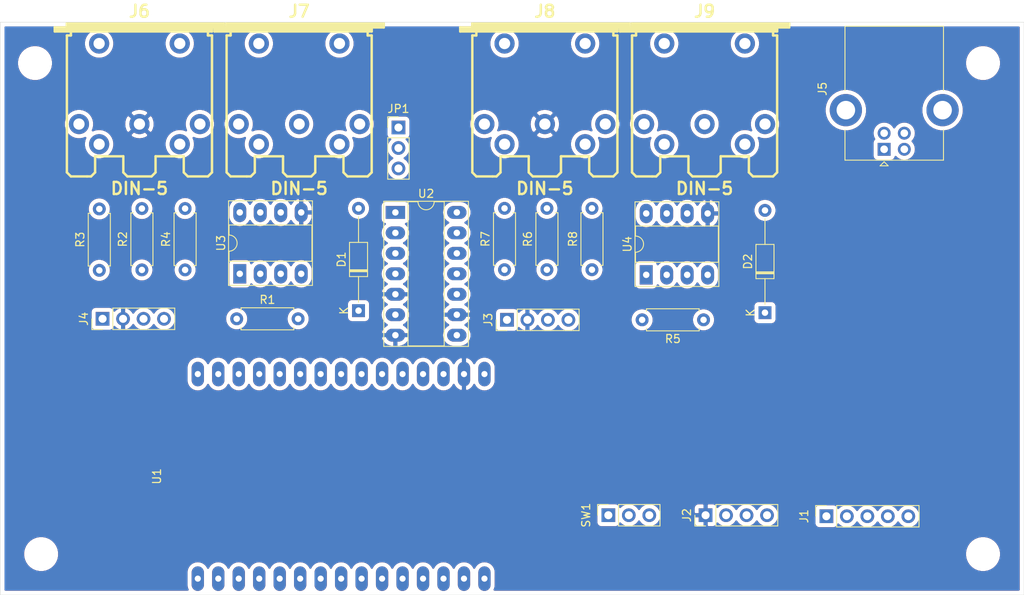
<source format=kicad_pcb>
(kicad_pcb (version 20171130) (host pcbnew 5.1.8-db9833491~87~ubuntu20.04.1)

  (general
    (thickness 1.6)
    (drawings 4)
    (tracks 0)
    (zones 0)
    (modules 29)
    (nets 32)
  )

  (page A4)
  (layers
    (0 F.Cu signal)
    (31 B.Cu signal)
    (32 B.Adhes user)
    (33 F.Adhes user)
    (34 B.Paste user)
    (35 F.Paste user)
    (36 B.SilkS user)
    (37 F.SilkS user)
    (38 B.Mask user)
    (39 F.Mask user)
    (40 Dwgs.User user)
    (41 Cmts.User user)
    (42 Eco1.User user)
    (43 Eco2.User user)
    (44 Edge.Cuts user)
    (45 Margin user)
    (46 B.CrtYd user)
    (47 F.CrtYd user)
    (48 B.Fab user)
    (49 F.Fab user)
  )

  (setup
    (last_trace_width 0.25)
    (trace_clearance 0.2)
    (zone_clearance 0.508)
    (zone_45_only no)
    (trace_min 0.2)
    (via_size 0.8)
    (via_drill 0.4)
    (via_min_size 0.4)
    (via_min_drill 0.3)
    (uvia_size 0.3)
    (uvia_drill 0.1)
    (uvias_allowed no)
    (uvia_min_size 0.2)
    (uvia_min_drill 0.1)
    (edge_width 0.05)
    (segment_width 0.2)
    (pcb_text_width 0.3)
    (pcb_text_size 1.5 1.5)
    (mod_edge_width 0.12)
    (mod_text_size 1 1)
    (mod_text_width 0.15)
    (pad_size 1.524 1.524)
    (pad_drill 0.762)
    (pad_to_mask_clearance 0)
    (aux_axis_origin 0 0)
    (visible_elements FFFFFF7F)
    (pcbplotparams
      (layerselection 0x010fc_ffffffff)
      (usegerberextensions false)
      (usegerberattributes true)
      (usegerberadvancedattributes true)
      (creategerberjobfile true)
      (excludeedgelayer true)
      (linewidth 0.100000)
      (plotframeref false)
      (viasonmask false)
      (mode 1)
      (useauxorigin false)
      (hpglpennumber 1)
      (hpglpenspeed 20)
      (hpglpendiameter 15.000000)
      (psnegative false)
      (psa4output false)
      (plotreference true)
      (plotvalue true)
      (plotinvisibletext false)
      (padsonsilk false)
      (subtractmaskfromsilk false)
      (outputformat 1)
      (mirror false)
      (drillshape 1)
      (scaleselection 1)
      (outputdirectory ""))
  )

  (net 0 "")
  (net 1 GND)
  (net 2 "Net-(J1-Pad2)")
  (net 3 "Net-(J1-Pad3)")
  (net 4 "Net-(J1-Pad4)")
  (net 5 +5V)
  (net 6 "Net-(J2-Pad3)")
  (net 7 "Net-(J2-Pad4)")
  (net 8 "Net-(SW1-Pad1)")
  (net 9 "Net-(D1-Pad2)")
  (net 10 "Net-(D1-Pad1)")
  (net 11 "Net-(D2-Pad1)")
  (net 12 "Net-(D2-Pad2)")
  (net 13 MIDI_OUT1_TTL)
  (net 14 MIDI_IN1_TTL)
  (net 15 MIDI_IN2_TTL)
  (net 16 "Net-(J5-Pad5)")
  (net 17 "Net-(J6-Pad5)")
  (net 18 "Net-(J6-Pad4)")
  (net 19 "Net-(J7-Pad4)")
  (net 20 "Net-(J8-Pad4)")
  (net 21 "Net-(J8-Pad5)")
  (net 22 "Net-(J9-Pad4)")
  (net 23 3.3V)
  (net 24 "Net-(R2-Pad1)")
  (net 25 "Net-(R6-Pad1)")
  (net 26 "Net-(U2-Pad1)")
  (net 27 "Net-(U2-Pad10)")
  (net 28 "Net-(J1-Pad1)")
  (net 29 "Net-(J1-Pad5)")
  (net 30 MIDI_OUT2_TTL)
  (net 31 "Net-(JP1-Pad3)")

  (net_class Default "This is the default net class."
    (clearance 0.2)
    (trace_width 0.25)
    (via_dia 0.8)
    (via_drill 0.4)
    (uvia_dia 0.3)
    (uvia_drill 0.1)
    (add_net +5V)
    (add_net 3.3V)
    (add_net GND)
    (add_net MIDI_IN1_TTL)
    (add_net MIDI_IN2_TTL)
    (add_net MIDI_OUT1_TTL)
    (add_net MIDI_OUT2_TTL)
    (add_net "Net-(D1-Pad1)")
    (add_net "Net-(D1-Pad2)")
    (add_net "Net-(D2-Pad1)")
    (add_net "Net-(D2-Pad2)")
    (add_net "Net-(J1-Pad1)")
    (add_net "Net-(J1-Pad2)")
    (add_net "Net-(J1-Pad3)")
    (add_net "Net-(J1-Pad4)")
    (add_net "Net-(J1-Pad5)")
    (add_net "Net-(J2-Pad3)")
    (add_net "Net-(J2-Pad4)")
    (add_net "Net-(J5-Pad5)")
    (add_net "Net-(J6-Pad4)")
    (add_net "Net-(J6-Pad5)")
    (add_net "Net-(J7-Pad4)")
    (add_net "Net-(J8-Pad4)")
    (add_net "Net-(J8-Pad5)")
    (add_net "Net-(J9-Pad4)")
    (add_net "Net-(JP1-Pad3)")
    (add_net "Net-(R2-Pad1)")
    (add_net "Net-(R6-Pad1)")
    (add_net "Net-(SW1-Pad1)")
    (add_net "Net-(U2-Pad1)")
    (add_net "Net-(U2-Pad10)")
  )

  (module Diode_THT:D_DO-35_SOD27_P12.70mm_Horizontal (layer F.Cu) (tedit 5AE50CD5) (tstamp 5FA03586)
    (at 113.03 101.854 90)
    (descr "Diode, DO-35_SOD27 series, Axial, Horizontal, pin pitch=12.7mm, , length*diameter=4*2mm^2, , http://www.diodes.com/_files/packages/DO-35.pdf")
    (tags "Diode DO-35_SOD27 series Axial Horizontal pin pitch 12.7mm  length 4mm diameter 2mm")
    (path /5FAFB27E)
    (fp_text reference D1 (at 6.35 -2.12 90) (layer F.SilkS)
      (effects (font (size 1 1) (thickness 0.15)))
    )
    (fp_text value 1N4148 (at 6.35 2.12 90) (layer F.Fab)
      (effects (font (size 1 1) (thickness 0.15)))
    )
    (fp_line (start 13.75 -1.25) (end -1.05 -1.25) (layer F.CrtYd) (width 0.05))
    (fp_line (start 13.75 1.25) (end 13.75 -1.25) (layer F.CrtYd) (width 0.05))
    (fp_line (start -1.05 1.25) (end 13.75 1.25) (layer F.CrtYd) (width 0.05))
    (fp_line (start -1.05 -1.25) (end -1.05 1.25) (layer F.CrtYd) (width 0.05))
    (fp_line (start 4.83 -1.12) (end 4.83 1.12) (layer F.SilkS) (width 0.12))
    (fp_line (start 5.07 -1.12) (end 5.07 1.12) (layer F.SilkS) (width 0.12))
    (fp_line (start 4.95 -1.12) (end 4.95 1.12) (layer F.SilkS) (width 0.12))
    (fp_line (start 11.66 0) (end 8.47 0) (layer F.SilkS) (width 0.12))
    (fp_line (start 1.04 0) (end 4.23 0) (layer F.SilkS) (width 0.12))
    (fp_line (start 8.47 -1.12) (end 4.23 -1.12) (layer F.SilkS) (width 0.12))
    (fp_line (start 8.47 1.12) (end 8.47 -1.12) (layer F.SilkS) (width 0.12))
    (fp_line (start 4.23 1.12) (end 8.47 1.12) (layer F.SilkS) (width 0.12))
    (fp_line (start 4.23 -1.12) (end 4.23 1.12) (layer F.SilkS) (width 0.12))
    (fp_line (start 4.85 -1) (end 4.85 1) (layer F.Fab) (width 0.1))
    (fp_line (start 5.05 -1) (end 5.05 1) (layer F.Fab) (width 0.1))
    (fp_line (start 4.95 -1) (end 4.95 1) (layer F.Fab) (width 0.1))
    (fp_line (start 12.7 0) (end 8.35 0) (layer F.Fab) (width 0.1))
    (fp_line (start 0 0) (end 4.35 0) (layer F.Fab) (width 0.1))
    (fp_line (start 8.35 -1) (end 4.35 -1) (layer F.Fab) (width 0.1))
    (fp_line (start 8.35 1) (end 8.35 -1) (layer F.Fab) (width 0.1))
    (fp_line (start 4.35 1) (end 8.35 1) (layer F.Fab) (width 0.1))
    (fp_line (start 4.35 -1) (end 4.35 1) (layer F.Fab) (width 0.1))
    (fp_text user K (at 0 -1.8 90) (layer F.SilkS)
      (effects (font (size 1 1) (thickness 0.15)))
    )
    (fp_text user K (at 0 -1.8 90) (layer F.Fab)
      (effects (font (size 1 1) (thickness 0.15)))
    )
    (fp_text user %R (at 6.65 0 90) (layer F.Fab)
      (effects (font (size 0.8 0.8) (thickness 0.12)))
    )
    (pad 2 thru_hole oval (at 12.7 0 90) (size 1.6 1.6) (drill 0.8) (layers *.Cu *.Mask)
      (net 9 "Net-(D1-Pad2)"))
    (pad 1 thru_hole rect (at 0 0 90) (size 1.6 1.6) (drill 0.8) (layers *.Cu *.Mask)
      (net 10 "Net-(D1-Pad1)"))
    (model ${KISYS3DMOD}/Diode_THT.3dshapes/D_DO-35_SOD27_P12.70mm_Horizontal.wrl
      (at (xyz 0 0 0))
      (scale (xyz 1 1 1))
      (rotate (xyz 0 0 0))
    )
  )

  (module Diode_THT:D_DO-35_SOD27_P12.70mm_Horizontal (layer F.Cu) (tedit 5AE50CD5) (tstamp 5FA035A5)
    (at 163.449 102.108 90)
    (descr "Diode, DO-35_SOD27 series, Axial, Horizontal, pin pitch=12.7mm, , length*diameter=4*2mm^2, , http://www.diodes.com/_files/packages/DO-35.pdf")
    (tags "Diode DO-35_SOD27 series Axial Horizontal pin pitch 12.7mm  length 4mm diameter 2mm")
    (path /5F9CB182)
    (fp_text reference D2 (at 6.35 -2.12 90) (layer F.SilkS)
      (effects (font (size 1 1) (thickness 0.15)))
    )
    (fp_text value 1N4148 (at 6.35 2.12 90) (layer F.Fab)
      (effects (font (size 1 1) (thickness 0.15)))
    )
    (fp_line (start 4.35 -1) (end 4.35 1) (layer F.Fab) (width 0.1))
    (fp_line (start 4.35 1) (end 8.35 1) (layer F.Fab) (width 0.1))
    (fp_line (start 8.35 1) (end 8.35 -1) (layer F.Fab) (width 0.1))
    (fp_line (start 8.35 -1) (end 4.35 -1) (layer F.Fab) (width 0.1))
    (fp_line (start 0 0) (end 4.35 0) (layer F.Fab) (width 0.1))
    (fp_line (start 12.7 0) (end 8.35 0) (layer F.Fab) (width 0.1))
    (fp_line (start 4.95 -1) (end 4.95 1) (layer F.Fab) (width 0.1))
    (fp_line (start 5.05 -1) (end 5.05 1) (layer F.Fab) (width 0.1))
    (fp_line (start 4.85 -1) (end 4.85 1) (layer F.Fab) (width 0.1))
    (fp_line (start 4.23 -1.12) (end 4.23 1.12) (layer F.SilkS) (width 0.12))
    (fp_line (start 4.23 1.12) (end 8.47 1.12) (layer F.SilkS) (width 0.12))
    (fp_line (start 8.47 1.12) (end 8.47 -1.12) (layer F.SilkS) (width 0.12))
    (fp_line (start 8.47 -1.12) (end 4.23 -1.12) (layer F.SilkS) (width 0.12))
    (fp_line (start 1.04 0) (end 4.23 0) (layer F.SilkS) (width 0.12))
    (fp_line (start 11.66 0) (end 8.47 0) (layer F.SilkS) (width 0.12))
    (fp_line (start 4.95 -1.12) (end 4.95 1.12) (layer F.SilkS) (width 0.12))
    (fp_line (start 5.07 -1.12) (end 5.07 1.12) (layer F.SilkS) (width 0.12))
    (fp_line (start 4.83 -1.12) (end 4.83 1.12) (layer F.SilkS) (width 0.12))
    (fp_line (start -1.05 -1.25) (end -1.05 1.25) (layer F.CrtYd) (width 0.05))
    (fp_line (start -1.05 1.25) (end 13.75 1.25) (layer F.CrtYd) (width 0.05))
    (fp_line (start 13.75 1.25) (end 13.75 -1.25) (layer F.CrtYd) (width 0.05))
    (fp_line (start 13.75 -1.25) (end -1.05 -1.25) (layer F.CrtYd) (width 0.05))
    (fp_text user %R (at 6.65 0 90) (layer F.Fab)
      (effects (font (size 0.8 0.8) (thickness 0.12)))
    )
    (fp_text user K (at 0 -1.8 90) (layer F.Fab)
      (effects (font (size 1 1) (thickness 0.15)))
    )
    (fp_text user K (at 0 -1.8 90) (layer F.SilkS)
      (effects (font (size 1 1) (thickness 0.15)))
    )
    (pad 1 thru_hole rect (at 0 0 90) (size 1.6 1.6) (drill 0.8) (layers *.Cu *.Mask)
      (net 11 "Net-(D2-Pad1)"))
    (pad 2 thru_hole oval (at 12.7 0 90) (size 1.6 1.6) (drill 0.8) (layers *.Cu *.Mask)
      (net 12 "Net-(D2-Pad2)"))
    (model ${KISYS3DMOD}/Diode_THT.3dshapes/D_DO-35_SOD27_P12.70mm_Horizontal.wrl
      (at (xyz 0 0 0))
      (scale (xyz 1 1 1))
      (rotate (xyz 0 0 0))
    )
  )

  (module Connector_PinSocket_2.54mm:PinSocket_1x05_P2.54mm_Vertical (layer F.Cu) (tedit 5A19A420) (tstamp 5FA035BE)
    (at 171.069 127.381 90)
    (descr "Through hole straight socket strip, 1x05, 2.54mm pitch, single row (from Kicad 4.0.7), script generated")
    (tags "Through hole socket strip THT 1x05 2.54mm single row")
    (path /5FA05648)
    (fp_text reference J1 (at 0 -2.77 90) (layer F.SilkS)
      (effects (font (size 1 1) (thickness 0.15)))
    )
    (fp_text value Encoder (at 0 12.93 90) (layer F.Fab)
      (effects (font (size 1 1) (thickness 0.15)))
    )
    (fp_line (start -1.27 -1.27) (end 0.635 -1.27) (layer F.Fab) (width 0.1))
    (fp_line (start 0.635 -1.27) (end 1.27 -0.635) (layer F.Fab) (width 0.1))
    (fp_line (start 1.27 -0.635) (end 1.27 11.43) (layer F.Fab) (width 0.1))
    (fp_line (start 1.27 11.43) (end -1.27 11.43) (layer F.Fab) (width 0.1))
    (fp_line (start -1.27 11.43) (end -1.27 -1.27) (layer F.Fab) (width 0.1))
    (fp_line (start -1.33 1.27) (end 1.33 1.27) (layer F.SilkS) (width 0.12))
    (fp_line (start -1.33 1.27) (end -1.33 11.49) (layer F.SilkS) (width 0.12))
    (fp_line (start -1.33 11.49) (end 1.33 11.49) (layer F.SilkS) (width 0.12))
    (fp_line (start 1.33 1.27) (end 1.33 11.49) (layer F.SilkS) (width 0.12))
    (fp_line (start 1.33 -1.33) (end 1.33 0) (layer F.SilkS) (width 0.12))
    (fp_line (start 0 -1.33) (end 1.33 -1.33) (layer F.SilkS) (width 0.12))
    (fp_line (start -1.8 -1.8) (end 1.75 -1.8) (layer F.CrtYd) (width 0.05))
    (fp_line (start 1.75 -1.8) (end 1.75 11.9) (layer F.CrtYd) (width 0.05))
    (fp_line (start 1.75 11.9) (end -1.8 11.9) (layer F.CrtYd) (width 0.05))
    (fp_line (start -1.8 11.9) (end -1.8 -1.8) (layer F.CrtYd) (width 0.05))
    (fp_text user %R (at 0 5.08) (layer F.Fab)
      (effects (font (size 1 1) (thickness 0.15)))
    )
    (pad 1 thru_hole rect (at 0 0 90) (size 1.7 1.7) (drill 1) (layers *.Cu *.Mask)
      (net 28 "Net-(J1-Pad1)"))
    (pad 2 thru_hole oval (at 0 2.54 90) (size 1.7 1.7) (drill 1) (layers *.Cu *.Mask)
      (net 2 "Net-(J1-Pad2)"))
    (pad 3 thru_hole oval (at 0 5.08 90) (size 1.7 1.7) (drill 1) (layers *.Cu *.Mask)
      (net 3 "Net-(J1-Pad3)"))
    (pad 4 thru_hole oval (at 0 7.62 90) (size 1.7 1.7) (drill 1) (layers *.Cu *.Mask)
      (net 4 "Net-(J1-Pad4)"))
    (pad 5 thru_hole oval (at 0 10.16 90) (size 1.7 1.7) (drill 1) (layers *.Cu *.Mask)
      (net 29 "Net-(J1-Pad5)"))
    (model ${KISYS3DMOD}/Connector_PinSocket_2.54mm.3dshapes/PinSocket_1x05_P2.54mm_Vertical.wrl
      (at (xyz 0 0 0))
      (scale (xyz 1 1 1))
      (rotate (xyz 0 0 0))
    )
  )

  (module Connector_PinHeader_2.54mm:PinHeader_1x04_P2.54mm_Vertical (layer F.Cu) (tedit 59FED5CC) (tstamp 5FA035D6)
    (at 156.083 127.254 90)
    (descr "Through hole straight pin header, 1x04, 2.54mm pitch, single row")
    (tags "Through hole pin header THT 1x04 2.54mm single row")
    (path /5F9C15D4)
    (fp_text reference J2 (at 0 -2.33 90) (layer F.SilkS)
      (effects (font (size 1 1) (thickness 0.15)))
    )
    (fp_text value LCD (at 0 9.95 90) (layer F.Fab)
      (effects (font (size 1 1) (thickness 0.15)))
    )
    (fp_line (start -0.635 -1.27) (end 1.27 -1.27) (layer F.Fab) (width 0.1))
    (fp_line (start 1.27 -1.27) (end 1.27 8.89) (layer F.Fab) (width 0.1))
    (fp_line (start 1.27 8.89) (end -1.27 8.89) (layer F.Fab) (width 0.1))
    (fp_line (start -1.27 8.89) (end -1.27 -0.635) (layer F.Fab) (width 0.1))
    (fp_line (start -1.27 -0.635) (end -0.635 -1.27) (layer F.Fab) (width 0.1))
    (fp_line (start -1.33 8.95) (end 1.33 8.95) (layer F.SilkS) (width 0.12))
    (fp_line (start -1.33 1.27) (end -1.33 8.95) (layer F.SilkS) (width 0.12))
    (fp_line (start 1.33 1.27) (end 1.33 8.95) (layer F.SilkS) (width 0.12))
    (fp_line (start -1.33 1.27) (end 1.33 1.27) (layer F.SilkS) (width 0.12))
    (fp_line (start -1.33 0) (end -1.33 -1.33) (layer F.SilkS) (width 0.12))
    (fp_line (start -1.33 -1.33) (end 0 -1.33) (layer F.SilkS) (width 0.12))
    (fp_line (start -1.8 -1.8) (end -1.8 9.4) (layer F.CrtYd) (width 0.05))
    (fp_line (start -1.8 9.4) (end 1.8 9.4) (layer F.CrtYd) (width 0.05))
    (fp_line (start 1.8 9.4) (end 1.8 -1.8) (layer F.CrtYd) (width 0.05))
    (fp_line (start 1.8 -1.8) (end -1.8 -1.8) (layer F.CrtYd) (width 0.05))
    (fp_text user %R (at 0 3.81) (layer F.Fab)
      (effects (font (size 1 1) (thickness 0.15)))
    )
    (pad 1 thru_hole rect (at 0 0 90) (size 1.7 1.7) (drill 1) (layers *.Cu *.Mask)
      (net 1 GND))
    (pad 2 thru_hole oval (at 0 2.54 90) (size 1.7 1.7) (drill 1) (layers *.Cu *.Mask)
      (net 5 +5V))
    (pad 3 thru_hole oval (at 0 5.08 90) (size 1.7 1.7) (drill 1) (layers *.Cu *.Mask)
      (net 6 "Net-(J2-Pad3)"))
    (pad 4 thru_hole oval (at 0 7.62 90) (size 1.7 1.7) (drill 1) (layers *.Cu *.Mask)
      (net 7 "Net-(J2-Pad4)"))
    (model ${KISYS3DMOD}/Connector_PinHeader_2.54mm.3dshapes/PinHeader_1x04_P2.54mm_Vertical.wrl
      (at (xyz 0 0 0))
      (scale (xyz 1 1 1))
      (rotate (xyz 0 0 0))
    )
  )

  (module Connector_PinHeader_2.54mm:PinHeader_1x04_P2.54mm_Vertical (layer F.Cu) (tedit 59FED5CC) (tstamp 5FA035EE)
    (at 131.445 102.997 90)
    (descr "Through hole straight pin header, 1x04, 2.54mm pitch, single row")
    (tags "Through hole pin header THT 1x04 2.54mm single row")
    (path /5F9C1A4E)
    (fp_text reference J3 (at 0 -2.33 90) (layer F.SilkS)
      (effects (font (size 1 1) (thickness 0.15)))
    )
    (fp_text value MIDI1 (at 0 9.95 90) (layer F.Fab)
      (effects (font (size 1 1) (thickness 0.15)))
    )
    (fp_line (start 1.8 -1.8) (end -1.8 -1.8) (layer F.CrtYd) (width 0.05))
    (fp_line (start 1.8 9.4) (end 1.8 -1.8) (layer F.CrtYd) (width 0.05))
    (fp_line (start -1.8 9.4) (end 1.8 9.4) (layer F.CrtYd) (width 0.05))
    (fp_line (start -1.8 -1.8) (end -1.8 9.4) (layer F.CrtYd) (width 0.05))
    (fp_line (start -1.33 -1.33) (end 0 -1.33) (layer F.SilkS) (width 0.12))
    (fp_line (start -1.33 0) (end -1.33 -1.33) (layer F.SilkS) (width 0.12))
    (fp_line (start -1.33 1.27) (end 1.33 1.27) (layer F.SilkS) (width 0.12))
    (fp_line (start 1.33 1.27) (end 1.33 8.95) (layer F.SilkS) (width 0.12))
    (fp_line (start -1.33 1.27) (end -1.33 8.95) (layer F.SilkS) (width 0.12))
    (fp_line (start -1.33 8.95) (end 1.33 8.95) (layer F.SilkS) (width 0.12))
    (fp_line (start -1.27 -0.635) (end -0.635 -1.27) (layer F.Fab) (width 0.1))
    (fp_line (start -1.27 8.89) (end -1.27 -0.635) (layer F.Fab) (width 0.1))
    (fp_line (start 1.27 8.89) (end -1.27 8.89) (layer F.Fab) (width 0.1))
    (fp_line (start 1.27 -1.27) (end 1.27 8.89) (layer F.Fab) (width 0.1))
    (fp_line (start -0.635 -1.27) (end 1.27 -1.27) (layer F.Fab) (width 0.1))
    (fp_text user %R (at 0 3.81) (layer F.Fab)
      (effects (font (size 1 1) (thickness 0.15)))
    )
    (pad 4 thru_hole oval (at 0 7.62 90) (size 1.7 1.7) (drill 1) (layers *.Cu *.Mask)
      (net 13 MIDI_OUT1_TTL))
    (pad 3 thru_hole oval (at 0 5.08 90) (size 1.7 1.7) (drill 1) (layers *.Cu *.Mask)
      (net 14 MIDI_IN1_TTL))
    (pad 2 thru_hole oval (at 0 2.54 90) (size 1.7 1.7) (drill 1) (layers *.Cu *.Mask)
      (net 1 GND))
    (pad 1 thru_hole rect (at 0 0 90) (size 1.7 1.7) (drill 1) (layers *.Cu *.Mask)
      (net 5 +5V))
    (model ${KISYS3DMOD}/Connector_PinHeader_2.54mm.3dshapes/PinHeader_1x04_P2.54mm_Vertical.wrl
      (at (xyz 0 0 0))
      (scale (xyz 1 1 1))
      (rotate (xyz 0 0 0))
    )
  )

  (module Connector_PinHeader_2.54mm:PinHeader_1x04_P2.54mm_Vertical (layer F.Cu) (tedit 59FED5CC) (tstamp 5FA03606)
    (at 81.28 102.87 90)
    (descr "Through hole straight pin header, 1x04, 2.54mm pitch, single row")
    (tags "Through hole pin header THT 1x04 2.54mm single row")
    (path /5F9C21C7)
    (fp_text reference J4 (at 0 -2.33 90) (layer F.SilkS)
      (effects (font (size 1 1) (thickness 0.15)))
    )
    (fp_text value MIDI2 (at 0 9.95 90) (layer F.Fab)
      (effects (font (size 1 1) (thickness 0.15)))
    )
    (fp_line (start -0.635 -1.27) (end 1.27 -1.27) (layer F.Fab) (width 0.1))
    (fp_line (start 1.27 -1.27) (end 1.27 8.89) (layer F.Fab) (width 0.1))
    (fp_line (start 1.27 8.89) (end -1.27 8.89) (layer F.Fab) (width 0.1))
    (fp_line (start -1.27 8.89) (end -1.27 -0.635) (layer F.Fab) (width 0.1))
    (fp_line (start -1.27 -0.635) (end -0.635 -1.27) (layer F.Fab) (width 0.1))
    (fp_line (start -1.33 8.95) (end 1.33 8.95) (layer F.SilkS) (width 0.12))
    (fp_line (start -1.33 1.27) (end -1.33 8.95) (layer F.SilkS) (width 0.12))
    (fp_line (start 1.33 1.27) (end 1.33 8.95) (layer F.SilkS) (width 0.12))
    (fp_line (start -1.33 1.27) (end 1.33 1.27) (layer F.SilkS) (width 0.12))
    (fp_line (start -1.33 0) (end -1.33 -1.33) (layer F.SilkS) (width 0.12))
    (fp_line (start -1.33 -1.33) (end 0 -1.33) (layer F.SilkS) (width 0.12))
    (fp_line (start -1.8 -1.8) (end -1.8 9.4) (layer F.CrtYd) (width 0.05))
    (fp_line (start -1.8 9.4) (end 1.8 9.4) (layer F.CrtYd) (width 0.05))
    (fp_line (start 1.8 9.4) (end 1.8 -1.8) (layer F.CrtYd) (width 0.05))
    (fp_line (start 1.8 -1.8) (end -1.8 -1.8) (layer F.CrtYd) (width 0.05))
    (fp_text user %R (at 0 3.81) (layer F.Fab)
      (effects (font (size 1 1) (thickness 0.15)))
    )
    (pad 1 thru_hole rect (at 0 0 90) (size 1.7 1.7) (drill 1) (layers *.Cu *.Mask)
      (net 5 +5V))
    (pad 2 thru_hole oval (at 0 2.54 90) (size 1.7 1.7) (drill 1) (layers *.Cu *.Mask)
      (net 1 GND))
    (pad 3 thru_hole oval (at 0 5.08 90) (size 1.7 1.7) (drill 1) (layers *.Cu *.Mask)
      (net 15 MIDI_IN2_TTL))
    (pad 4 thru_hole oval (at 0 7.62 90) (size 1.7 1.7) (drill 1) (layers *.Cu *.Mask)
      (net 13 MIDI_OUT1_TTL))
    (model ${KISYS3DMOD}/Connector_PinHeader_2.54mm.3dshapes/PinHeader_1x04_P2.54mm_Vertical.wrl
      (at (xyz 0 0 0))
      (scale (xyz 1 1 1))
      (rotate (xyz 0 0 0))
    )
  )

  (module Connector_USB:USB_B_Lumberg_2411_02_Horizontal (layer F.Cu) (tedit 5E6EAC30) (tstamp 5FA03624)
    (at 178.232 81.822 90)
    (descr "USB 2.0 receptacle type B, horizontal version, through-hole, https://downloads.lumberg.com/datenblaetter/en/2411_02.pdf")
    (tags "USB B receptacle horizontal through-hole")
    (path /5FA4CDE2)
    (fp_text reference J5 (at 7.5 -7.65 90) (layer F.SilkS)
      (effects (font (size 1 1) (thickness 0.15)))
    )
    (fp_text value USB_B (at 7.05 10.45 90) (layer F.Fab)
      (effects (font (size 1 1) (thickness 0.15)))
    )
    (fp_line (start -1.24 7.25) (end -1.24 -4.75) (layer F.Fab) (width 0.1))
    (fp_line (start -1.24 -4.75) (end 15.16 -4.75) (layer F.Fab) (width 0.1))
    (fp_line (start 15.16 -4.75) (end 15.16 7.25) (layer F.Fab) (width 0.1))
    (fp_line (start 15.16 7.25) (end -1.24 7.25) (layer F.Fab) (width 0.1))
    (fp_line (start -1.24 0.49) (end -0.75 0) (layer F.Fab) (width 0.1))
    (fp_line (start -0.75 0) (end -1.24 -0.49) (layer F.Fab) (width 0.1))
    (fp_line (start -1.35 7.36) (end -1.35 -4.86) (layer F.SilkS) (width 0.12))
    (fp_line (start -1.35 7.36) (end 2.4 7.36) (layer F.SilkS) (width 0.12))
    (fp_line (start -1.35 -4.86) (end 2.4 -4.86) (layer F.SilkS) (width 0.12))
    (fp_line (start 15.27 7.36) (end 15.27 -4.86) (layer F.SilkS) (width 0.12))
    (fp_line (start 15.27 -4.86) (end 7.3 -4.86) (layer F.SilkS) (width 0.12))
    (fp_line (start 15.27 7.36) (end 7.3 7.36) (layer F.SilkS) (width 0.12))
    (fp_line (start -1.55 0) (end -2.05 -0.5) (layer F.SilkS) (width 0.12))
    (fp_line (start -2.05 -0.5) (end -2.05 0.5) (layer F.SilkS) (width 0.12))
    (fp_line (start -2.05 0.5) (end -1.55 0) (layer F.SilkS) (width 0.12))
    (fp_line (start -1.74 9.75) (end 15.66 9.75) (layer F.CrtYd) (width 0.05))
    (fp_line (start 15.66 9.75) (end 15.66 -7.25) (layer F.CrtYd) (width 0.05))
    (fp_line (start 15.66 -7.25) (end -1.74 -7.25) (layer F.CrtYd) (width 0.05))
    (fp_line (start -1.74 -7.25) (end -1.74 9.75) (layer F.CrtYd) (width 0.05))
    (fp_text user %R (at 7.5 1.25 270) (layer F.Fab)
      (effects (font (size 1 1) (thickness 0.15)))
    )
    (pad 1 thru_hole rect (at 0 0 180) (size 1.6 1.6) (drill 0.95) (layers *.Cu *.Mask)
      (net 29 "Net-(J1-Pad5)"))
    (pad 2 thru_hole circle (at 0 2.5 180) (size 1.6 1.6) (drill 0.95) (layers *.Cu *.Mask))
    (pad 3 thru_hole circle (at 2 2.5 180) (size 1.6 1.6) (drill 0.95) (layers *.Cu *.Mask))
    (pad 4 thru_hole circle (at 2 0 180) (size 1.6 1.6) (drill 0.95) (layers *.Cu *.Mask)
      (net 28 "Net-(J1-Pad1)"))
    (pad 5 thru_hole circle (at 4.86 7.25 180) (size 4 4) (drill 2.3) (layers *.Cu *.Mask)
      (net 16 "Net-(J5-Pad5)"))
    (pad 5 thru_hole circle (at 4.86 -4.75 180) (size 4 4) (drill 2.3) (layers *.Cu *.Mask)
      (net 16 "Net-(J5-Pad5)"))
    (model ${KISYS3DMOD}/Connector_USB.3dshapes/USB_B_Lumberg_2411_02_Horizontal.wrl
      (at (xyz 0 0 0))
      (scale (xyz 1 1 1))
      (rotate (xyz 0 0 0))
    )
  )

  (module w_conn_av:din-5 (layer F.Cu) (tedit 5B4C9AD9) (tstamp 5FA03650)
    (at 85.852 75.692 180)
    (descr "Din 5 (MIDI), Pro Signal P/N PSG03463")
    (path /5FB1B6BE)
    (fp_text reference J6 (at 0 11) (layer F.SilkS)
      (effects (font (size 1.5 1.5) (thickness 0.3)))
    )
    (fp_text value DIN-5 (at 0 -11) (layer F.SilkS)
      (effects (font (size 1.5 1.5) (thickness 0.3)))
    )
    (fp_line (start 10.50036 8.49884) (end 10.50036 8.99922) (layer F.SilkS) (width 0.3048))
    (fp_line (start -10.50036 9.4996) (end -10.50036 8.99922) (layer F.SilkS) (width 0.3048))
    (fp_line (start -8.49884 8.001) (end -8.49884 8.49884) (layer F.SilkS) (width 0.3048))
    (fp_line (start 8.49884 8.49884) (end 8.49884 8.001) (layer F.SilkS) (width 0.3048))
    (fp_line (start -8.99922 8.001) (end -8.49884 8.001) (layer F.SilkS) (width 0.3048))
    (fp_line (start 8.99922 8.001) (end 8.49884 8.001) (layer F.SilkS) (width 0.3048))
    (fp_line (start -8.99922 8.49884) (end 10.50036 8.49884) (layer F.SilkS) (width 0.3048))
    (fp_line (start -8.99922 8.99922) (end -8.99922 8.49884) (layer F.SilkS) (width 0.3048))
    (fp_line (start -10.50036 8.99922) (end -8.99922 8.99922) (layer F.SilkS) (width 0.3048))
    (fp_line (start 8.99922 9.4996) (end -10.50036 9.4996) (layer F.SilkS) (width 0.3048))
    (fp_line (start 8.99922 8.99922) (end 8.99922 9.4996) (layer F.SilkS) (width 0.3048))
    (fp_line (start 10.50036 8.99922) (end 8.99922 8.99922) (layer F.SilkS) (width 0.3048))
    (fp_line (start 1.99898 -8.99922) (end 1.99898 -7.00024) (layer F.SilkS) (width 0.3048))
    (fp_line (start 1.50114 -9.4996) (end 1.99898 -8.99922) (layer F.SilkS) (width 0.3048))
    (fp_line (start -1.50114 -9.4996) (end 1.50114 -9.4996) (layer F.SilkS) (width 0.3048))
    (fp_line (start -1.99898 -8.99922) (end -1.99898 -7.00024) (layer F.SilkS) (width 0.3048))
    (fp_line (start -1.50114 -9.4996) (end -1.99898 -8.99922) (layer F.SilkS) (width 0.3048))
    (fp_line (start 5.4991 -7.00024) (end 1.99898 -7.00024) (layer F.SilkS) (width 0.3048))
    (fp_line (start 5.4991 -8.99922) (end 5.4991 -7.00024) (layer F.SilkS) (width 0.3048))
    (fp_line (start 5.99948 -9.4996) (end 5.4991 -8.99922) (layer F.SilkS) (width 0.3048))
    (fp_line (start 6.49986 -9.4996) (end 5.99948 -9.4996) (layer F.SilkS) (width 0.3048))
    (fp_line (start 8.49884 -9.4996) (end 6.49986 -9.4996) (layer F.SilkS) (width 0.3048))
    (fp_line (start 8.99922 -8.99922) (end 8.49884 -9.4996) (layer F.SilkS) (width 0.3048))
    (fp_line (start 8.99922 -8.99922) (end 8.99922 8.001) (layer F.SilkS) (width 0.3048))
    (fp_line (start -5.4991 -7.00024) (end -1.99898 -7.00024) (layer F.SilkS) (width 0.3048))
    (fp_line (start -5.4991 -8.99922) (end -5.4991 -7.00024) (layer F.SilkS) (width 0.3048))
    (fp_line (start -5.99948 -9.4996) (end -5.4991 -8.99922) (layer F.SilkS) (width 0.3048))
    (fp_line (start -8.49884 -9.4996) (end -5.99948 -9.4996) (layer F.SilkS) (width 0.3048))
    (fp_line (start -8.99922 -8.99922) (end -8.49884 -9.4996) (layer F.SilkS) (width 0.3048))
    (fp_line (start -8.99922 -8.99922) (end -8.99922 8.001) (layer F.SilkS) (width 0.3048))
    (fp_line (start -10.50036 9.25068) (end 8.99922 9.25068) (layer F.SilkS) (width 0.3048))
    (fp_line (start 8.99922 8.99922) (end -8.99922 8.99922) (layer F.SilkS) (width 0.3048))
    (fp_line (start -8.99922 8.7503) (end 10.50036 8.7503) (layer F.SilkS) (width 0.3048))
    (pad 6 thru_hole circle (at -5 7 180) (size 2.5 2.5) (drill 1.4) (layers *.Cu *.Mask))
    (pad 6 thru_hole circle (at 5 7 180) (size 2.5 2.5) (drill 1.4) (layers *.Cu *.Mask))
    (pad 5 thru_hole circle (at -5 -5.5 180) (size 2.5 2.5) (drill 1.4) (layers *.Cu *.Mask)
      (net 17 "Net-(J6-Pad5)"))
    (pad 1 thru_hole circle (at 7.5 -3 180) (size 2.5 2.5) (drill 1.4) (layers *.Cu *.Mask))
    (pad 2 thru_hole circle (at 0 -3 180) (size 2.5 2.5) (drill 1.4) (layers *.Cu *.Mask)
      (net 1 GND))
    (pad 4 thru_hole circle (at 5 -5.5 180) (size 2.5 2.5) (drill 1.4) (layers *.Cu *.Mask)
      (net 18 "Net-(J6-Pad4)"))
    (pad 3 thru_hole circle (at -7.5 -3 180) (size 2.5 2.5) (drill 1.4) (layers *.Cu *.Mask))
    (model walter/conn_av/din-5.wrl
      (at (xyz 0 0 0))
      (scale (xyz 1 1 1))
      (rotate (xyz 0 0 0))
    )
  )

  (module w_conn_av:din-5 (layer F.Cu) (tedit 5B4C9AD9) (tstamp 5FA0367C)
    (at 105.664 75.692 180)
    (descr "Din 5 (MIDI), Pro Signal P/N PSG03463")
    (path /5FAFB272)
    (fp_text reference J7 (at 0 11) (layer F.SilkS)
      (effects (font (size 1.5 1.5) (thickness 0.3)))
    )
    (fp_text value DIN-5 (at 0 -11) (layer F.SilkS)
      (effects (font (size 1.5 1.5) (thickness 0.3)))
    )
    (fp_line (start 10.50036 8.49884) (end 10.50036 8.99922) (layer F.SilkS) (width 0.3048))
    (fp_line (start -10.50036 9.4996) (end -10.50036 8.99922) (layer F.SilkS) (width 0.3048))
    (fp_line (start -8.49884 8.001) (end -8.49884 8.49884) (layer F.SilkS) (width 0.3048))
    (fp_line (start 8.49884 8.49884) (end 8.49884 8.001) (layer F.SilkS) (width 0.3048))
    (fp_line (start -8.99922 8.001) (end -8.49884 8.001) (layer F.SilkS) (width 0.3048))
    (fp_line (start 8.99922 8.001) (end 8.49884 8.001) (layer F.SilkS) (width 0.3048))
    (fp_line (start -8.99922 8.49884) (end 10.50036 8.49884) (layer F.SilkS) (width 0.3048))
    (fp_line (start -8.99922 8.99922) (end -8.99922 8.49884) (layer F.SilkS) (width 0.3048))
    (fp_line (start -10.50036 8.99922) (end -8.99922 8.99922) (layer F.SilkS) (width 0.3048))
    (fp_line (start 8.99922 9.4996) (end -10.50036 9.4996) (layer F.SilkS) (width 0.3048))
    (fp_line (start 8.99922 8.99922) (end 8.99922 9.4996) (layer F.SilkS) (width 0.3048))
    (fp_line (start 10.50036 8.99922) (end 8.99922 8.99922) (layer F.SilkS) (width 0.3048))
    (fp_line (start 1.99898 -8.99922) (end 1.99898 -7.00024) (layer F.SilkS) (width 0.3048))
    (fp_line (start 1.50114 -9.4996) (end 1.99898 -8.99922) (layer F.SilkS) (width 0.3048))
    (fp_line (start -1.50114 -9.4996) (end 1.50114 -9.4996) (layer F.SilkS) (width 0.3048))
    (fp_line (start -1.99898 -8.99922) (end -1.99898 -7.00024) (layer F.SilkS) (width 0.3048))
    (fp_line (start -1.50114 -9.4996) (end -1.99898 -8.99922) (layer F.SilkS) (width 0.3048))
    (fp_line (start 5.4991 -7.00024) (end 1.99898 -7.00024) (layer F.SilkS) (width 0.3048))
    (fp_line (start 5.4991 -8.99922) (end 5.4991 -7.00024) (layer F.SilkS) (width 0.3048))
    (fp_line (start 5.99948 -9.4996) (end 5.4991 -8.99922) (layer F.SilkS) (width 0.3048))
    (fp_line (start 6.49986 -9.4996) (end 5.99948 -9.4996) (layer F.SilkS) (width 0.3048))
    (fp_line (start 8.49884 -9.4996) (end 6.49986 -9.4996) (layer F.SilkS) (width 0.3048))
    (fp_line (start 8.99922 -8.99922) (end 8.49884 -9.4996) (layer F.SilkS) (width 0.3048))
    (fp_line (start 8.99922 -8.99922) (end 8.99922 8.001) (layer F.SilkS) (width 0.3048))
    (fp_line (start -5.4991 -7.00024) (end -1.99898 -7.00024) (layer F.SilkS) (width 0.3048))
    (fp_line (start -5.4991 -8.99922) (end -5.4991 -7.00024) (layer F.SilkS) (width 0.3048))
    (fp_line (start -5.99948 -9.4996) (end -5.4991 -8.99922) (layer F.SilkS) (width 0.3048))
    (fp_line (start -8.49884 -9.4996) (end -5.99948 -9.4996) (layer F.SilkS) (width 0.3048))
    (fp_line (start -8.99922 -8.99922) (end -8.49884 -9.4996) (layer F.SilkS) (width 0.3048))
    (fp_line (start -8.99922 -8.99922) (end -8.99922 8.001) (layer F.SilkS) (width 0.3048))
    (fp_line (start -10.50036 9.25068) (end 8.99922 9.25068) (layer F.SilkS) (width 0.3048))
    (fp_line (start 8.99922 8.99922) (end -8.99922 8.99922) (layer F.SilkS) (width 0.3048))
    (fp_line (start -8.99922 8.7503) (end 10.50036 8.7503) (layer F.SilkS) (width 0.3048))
    (pad 6 thru_hole circle (at -5 7 180) (size 2.5 2.5) (drill 1.4) (layers *.Cu *.Mask))
    (pad 6 thru_hole circle (at 5 7 180) (size 2.5 2.5) (drill 1.4) (layers *.Cu *.Mask))
    (pad 5 thru_hole circle (at -5 -5.5 180) (size 2.5 2.5) (drill 1.4) (layers *.Cu *.Mask)
      (net 9 "Net-(D1-Pad2)"))
    (pad 1 thru_hole circle (at 7.5 -3 180) (size 2.5 2.5) (drill 1.4) (layers *.Cu *.Mask))
    (pad 2 thru_hole circle (at 0 -3 180) (size 2.5 2.5) (drill 1.4) (layers *.Cu *.Mask))
    (pad 4 thru_hole circle (at 5 -5.5 180) (size 2.5 2.5) (drill 1.4) (layers *.Cu *.Mask)
      (net 19 "Net-(J7-Pad4)"))
    (pad 3 thru_hole circle (at -7.5 -3 180) (size 2.5 2.5) (drill 1.4) (layers *.Cu *.Mask))
    (model walter/conn_av/din-5.wrl
      (at (xyz 0 0 0))
      (scale (xyz 1 1 1))
      (rotate (xyz 0 0 0))
    )
  )

  (module w_conn_av:din-5 (layer F.Cu) (tedit 5B4C9AD9) (tstamp 5FA036A8)
    (at 136.144 75.692 180)
    (descr "Din 5 (MIDI), Pro Signal P/N PSG03463")
    (path /5F9C3F0F)
    (fp_text reference J8 (at 0 11) (layer F.SilkS)
      (effects (font (size 1.5 1.5) (thickness 0.3)))
    )
    (fp_text value DIN-5 (at 0 -11) (layer F.SilkS)
      (effects (font (size 1.5 1.5) (thickness 0.3)))
    )
    (fp_line (start -8.99922 8.7503) (end 10.50036 8.7503) (layer F.SilkS) (width 0.3048))
    (fp_line (start 8.99922 8.99922) (end -8.99922 8.99922) (layer F.SilkS) (width 0.3048))
    (fp_line (start -10.50036 9.25068) (end 8.99922 9.25068) (layer F.SilkS) (width 0.3048))
    (fp_line (start -8.99922 -8.99922) (end -8.99922 8.001) (layer F.SilkS) (width 0.3048))
    (fp_line (start -8.99922 -8.99922) (end -8.49884 -9.4996) (layer F.SilkS) (width 0.3048))
    (fp_line (start -8.49884 -9.4996) (end -5.99948 -9.4996) (layer F.SilkS) (width 0.3048))
    (fp_line (start -5.99948 -9.4996) (end -5.4991 -8.99922) (layer F.SilkS) (width 0.3048))
    (fp_line (start -5.4991 -8.99922) (end -5.4991 -7.00024) (layer F.SilkS) (width 0.3048))
    (fp_line (start -5.4991 -7.00024) (end -1.99898 -7.00024) (layer F.SilkS) (width 0.3048))
    (fp_line (start 8.99922 -8.99922) (end 8.99922 8.001) (layer F.SilkS) (width 0.3048))
    (fp_line (start 8.99922 -8.99922) (end 8.49884 -9.4996) (layer F.SilkS) (width 0.3048))
    (fp_line (start 8.49884 -9.4996) (end 6.49986 -9.4996) (layer F.SilkS) (width 0.3048))
    (fp_line (start 6.49986 -9.4996) (end 5.99948 -9.4996) (layer F.SilkS) (width 0.3048))
    (fp_line (start 5.99948 -9.4996) (end 5.4991 -8.99922) (layer F.SilkS) (width 0.3048))
    (fp_line (start 5.4991 -8.99922) (end 5.4991 -7.00024) (layer F.SilkS) (width 0.3048))
    (fp_line (start 5.4991 -7.00024) (end 1.99898 -7.00024) (layer F.SilkS) (width 0.3048))
    (fp_line (start -1.50114 -9.4996) (end -1.99898 -8.99922) (layer F.SilkS) (width 0.3048))
    (fp_line (start -1.99898 -8.99922) (end -1.99898 -7.00024) (layer F.SilkS) (width 0.3048))
    (fp_line (start -1.50114 -9.4996) (end 1.50114 -9.4996) (layer F.SilkS) (width 0.3048))
    (fp_line (start 1.50114 -9.4996) (end 1.99898 -8.99922) (layer F.SilkS) (width 0.3048))
    (fp_line (start 1.99898 -8.99922) (end 1.99898 -7.00024) (layer F.SilkS) (width 0.3048))
    (fp_line (start 10.50036 8.99922) (end 8.99922 8.99922) (layer F.SilkS) (width 0.3048))
    (fp_line (start 8.99922 8.99922) (end 8.99922 9.4996) (layer F.SilkS) (width 0.3048))
    (fp_line (start 8.99922 9.4996) (end -10.50036 9.4996) (layer F.SilkS) (width 0.3048))
    (fp_line (start -10.50036 8.99922) (end -8.99922 8.99922) (layer F.SilkS) (width 0.3048))
    (fp_line (start -8.99922 8.99922) (end -8.99922 8.49884) (layer F.SilkS) (width 0.3048))
    (fp_line (start -8.99922 8.49884) (end 10.50036 8.49884) (layer F.SilkS) (width 0.3048))
    (fp_line (start 8.99922 8.001) (end 8.49884 8.001) (layer F.SilkS) (width 0.3048))
    (fp_line (start -8.99922 8.001) (end -8.49884 8.001) (layer F.SilkS) (width 0.3048))
    (fp_line (start 8.49884 8.49884) (end 8.49884 8.001) (layer F.SilkS) (width 0.3048))
    (fp_line (start -8.49884 8.001) (end -8.49884 8.49884) (layer F.SilkS) (width 0.3048))
    (fp_line (start -10.50036 9.4996) (end -10.50036 8.99922) (layer F.SilkS) (width 0.3048))
    (fp_line (start 10.50036 8.49884) (end 10.50036 8.99922) (layer F.SilkS) (width 0.3048))
    (pad 3 thru_hole circle (at -7.5 -3 180) (size 2.5 2.5) (drill 1.4) (layers *.Cu *.Mask))
    (pad 4 thru_hole circle (at 5 -5.5 180) (size 2.5 2.5) (drill 1.4) (layers *.Cu *.Mask)
      (net 20 "Net-(J8-Pad4)"))
    (pad 2 thru_hole circle (at 0 -3 180) (size 2.5 2.5) (drill 1.4) (layers *.Cu *.Mask)
      (net 1 GND))
    (pad 1 thru_hole circle (at 7.5 -3 180) (size 2.5 2.5) (drill 1.4) (layers *.Cu *.Mask))
    (pad 5 thru_hole circle (at -5 -5.5 180) (size 2.5 2.5) (drill 1.4) (layers *.Cu *.Mask)
      (net 21 "Net-(J8-Pad5)"))
    (pad 6 thru_hole circle (at 5 7 180) (size 2.5 2.5) (drill 1.4) (layers *.Cu *.Mask))
    (pad 6 thru_hole circle (at -5 7 180) (size 2.5 2.5) (drill 1.4) (layers *.Cu *.Mask))
    (model walter/conn_av/din-5.wrl
      (at (xyz 0 0 0))
      (scale (xyz 1 1 1))
      (rotate (xyz 0 0 0))
    )
  )

  (module w_conn_av:din-5 (layer F.Cu) (tedit 5B4C9AD9) (tstamp 5FA036D4)
    (at 155.956 75.692 180)
    (descr "Din 5 (MIDI), Pro Signal P/N PSG03463")
    (path /5F9C5C73)
    (fp_text reference J9 (at 0 11) (layer F.SilkS)
      (effects (font (size 1.5 1.5) (thickness 0.3)))
    )
    (fp_text value DIN-5 (at 0 -11) (layer F.SilkS)
      (effects (font (size 1.5 1.5) (thickness 0.3)))
    )
    (fp_line (start -8.99922 8.7503) (end 10.50036 8.7503) (layer F.SilkS) (width 0.3048))
    (fp_line (start 8.99922 8.99922) (end -8.99922 8.99922) (layer F.SilkS) (width 0.3048))
    (fp_line (start -10.50036 9.25068) (end 8.99922 9.25068) (layer F.SilkS) (width 0.3048))
    (fp_line (start -8.99922 -8.99922) (end -8.99922 8.001) (layer F.SilkS) (width 0.3048))
    (fp_line (start -8.99922 -8.99922) (end -8.49884 -9.4996) (layer F.SilkS) (width 0.3048))
    (fp_line (start -8.49884 -9.4996) (end -5.99948 -9.4996) (layer F.SilkS) (width 0.3048))
    (fp_line (start -5.99948 -9.4996) (end -5.4991 -8.99922) (layer F.SilkS) (width 0.3048))
    (fp_line (start -5.4991 -8.99922) (end -5.4991 -7.00024) (layer F.SilkS) (width 0.3048))
    (fp_line (start -5.4991 -7.00024) (end -1.99898 -7.00024) (layer F.SilkS) (width 0.3048))
    (fp_line (start 8.99922 -8.99922) (end 8.99922 8.001) (layer F.SilkS) (width 0.3048))
    (fp_line (start 8.99922 -8.99922) (end 8.49884 -9.4996) (layer F.SilkS) (width 0.3048))
    (fp_line (start 8.49884 -9.4996) (end 6.49986 -9.4996) (layer F.SilkS) (width 0.3048))
    (fp_line (start 6.49986 -9.4996) (end 5.99948 -9.4996) (layer F.SilkS) (width 0.3048))
    (fp_line (start 5.99948 -9.4996) (end 5.4991 -8.99922) (layer F.SilkS) (width 0.3048))
    (fp_line (start 5.4991 -8.99922) (end 5.4991 -7.00024) (layer F.SilkS) (width 0.3048))
    (fp_line (start 5.4991 -7.00024) (end 1.99898 -7.00024) (layer F.SilkS) (width 0.3048))
    (fp_line (start -1.50114 -9.4996) (end -1.99898 -8.99922) (layer F.SilkS) (width 0.3048))
    (fp_line (start -1.99898 -8.99922) (end -1.99898 -7.00024) (layer F.SilkS) (width 0.3048))
    (fp_line (start -1.50114 -9.4996) (end 1.50114 -9.4996) (layer F.SilkS) (width 0.3048))
    (fp_line (start 1.50114 -9.4996) (end 1.99898 -8.99922) (layer F.SilkS) (width 0.3048))
    (fp_line (start 1.99898 -8.99922) (end 1.99898 -7.00024) (layer F.SilkS) (width 0.3048))
    (fp_line (start 10.50036 8.99922) (end 8.99922 8.99922) (layer F.SilkS) (width 0.3048))
    (fp_line (start 8.99922 8.99922) (end 8.99922 9.4996) (layer F.SilkS) (width 0.3048))
    (fp_line (start 8.99922 9.4996) (end -10.50036 9.4996) (layer F.SilkS) (width 0.3048))
    (fp_line (start -10.50036 8.99922) (end -8.99922 8.99922) (layer F.SilkS) (width 0.3048))
    (fp_line (start -8.99922 8.99922) (end -8.99922 8.49884) (layer F.SilkS) (width 0.3048))
    (fp_line (start -8.99922 8.49884) (end 10.50036 8.49884) (layer F.SilkS) (width 0.3048))
    (fp_line (start 8.99922 8.001) (end 8.49884 8.001) (layer F.SilkS) (width 0.3048))
    (fp_line (start -8.99922 8.001) (end -8.49884 8.001) (layer F.SilkS) (width 0.3048))
    (fp_line (start 8.49884 8.49884) (end 8.49884 8.001) (layer F.SilkS) (width 0.3048))
    (fp_line (start -8.49884 8.001) (end -8.49884 8.49884) (layer F.SilkS) (width 0.3048))
    (fp_line (start -10.50036 9.4996) (end -10.50036 8.99922) (layer F.SilkS) (width 0.3048))
    (fp_line (start 10.50036 8.49884) (end 10.50036 8.99922) (layer F.SilkS) (width 0.3048))
    (pad 3 thru_hole circle (at -7.5 -3 180) (size 2.5 2.5) (drill 1.4) (layers *.Cu *.Mask))
    (pad 4 thru_hole circle (at 5 -5.5 180) (size 2.5 2.5) (drill 1.4) (layers *.Cu *.Mask)
      (net 22 "Net-(J9-Pad4)"))
    (pad 2 thru_hole circle (at 0 -3 180) (size 2.5 2.5) (drill 1.4) (layers *.Cu *.Mask))
    (pad 1 thru_hole circle (at 7.5 -3 180) (size 2.5 2.5) (drill 1.4) (layers *.Cu *.Mask))
    (pad 5 thru_hole circle (at -5 -5.5 180) (size 2.5 2.5) (drill 1.4) (layers *.Cu *.Mask)
      (net 12 "Net-(D2-Pad2)"))
    (pad 6 thru_hole circle (at 5 7 180) (size 2.5 2.5) (drill 1.4) (layers *.Cu *.Mask))
    (pad 6 thru_hole circle (at -5 7 180) (size 2.5 2.5) (drill 1.4) (layers *.Cu *.Mask))
    (model walter/conn_av/din-5.wrl
      (at (xyz 0 0 0))
      (scale (xyz 1 1 1))
      (rotate (xyz 0 0 0))
    )
  )

  (module Resistor_THT:R_Axial_DIN0207_L6.3mm_D2.5mm_P7.62mm_Horizontal (layer F.Cu) (tedit 5AE5139B) (tstamp 5FA036EB)
    (at 97.917 102.87)
    (descr "Resistor, Axial_DIN0207 series, Axial, Horizontal, pin pitch=7.62mm, 0.25W = 1/4W, length*diameter=6.3*2.5mm^2, http://cdn-reichelt.de/documents/datenblatt/B400/1_4W%23YAG.pdf")
    (tags "Resistor Axial_DIN0207 series Axial Horizontal pin pitch 7.62mm 0.25W = 1/4W length 6.3mm diameter 2.5mm")
    (path /5FAFB29E)
    (fp_text reference R1 (at 3.81 -2.37) (layer F.SilkS)
      (effects (font (size 1 1) (thickness 0.15)))
    )
    (fp_text value 470R (at 3.81 2.37) (layer F.Fab)
      (effects (font (size 1 1) (thickness 0.15)))
    )
    (fp_line (start 8.67 -1.5) (end -1.05 -1.5) (layer F.CrtYd) (width 0.05))
    (fp_line (start 8.67 1.5) (end 8.67 -1.5) (layer F.CrtYd) (width 0.05))
    (fp_line (start -1.05 1.5) (end 8.67 1.5) (layer F.CrtYd) (width 0.05))
    (fp_line (start -1.05 -1.5) (end -1.05 1.5) (layer F.CrtYd) (width 0.05))
    (fp_line (start 7.08 1.37) (end 7.08 1.04) (layer F.SilkS) (width 0.12))
    (fp_line (start 0.54 1.37) (end 7.08 1.37) (layer F.SilkS) (width 0.12))
    (fp_line (start 0.54 1.04) (end 0.54 1.37) (layer F.SilkS) (width 0.12))
    (fp_line (start 7.08 -1.37) (end 7.08 -1.04) (layer F.SilkS) (width 0.12))
    (fp_line (start 0.54 -1.37) (end 7.08 -1.37) (layer F.SilkS) (width 0.12))
    (fp_line (start 0.54 -1.04) (end 0.54 -1.37) (layer F.SilkS) (width 0.12))
    (fp_line (start 7.62 0) (end 6.96 0) (layer F.Fab) (width 0.1))
    (fp_line (start 0 0) (end 0.66 0) (layer F.Fab) (width 0.1))
    (fp_line (start 6.96 -1.25) (end 0.66 -1.25) (layer F.Fab) (width 0.1))
    (fp_line (start 6.96 1.25) (end 6.96 -1.25) (layer F.Fab) (width 0.1))
    (fp_line (start 0.66 1.25) (end 6.96 1.25) (layer F.Fab) (width 0.1))
    (fp_line (start 0.66 -1.25) (end 0.66 1.25) (layer F.Fab) (width 0.1))
    (fp_text user %R (at 3.81 0) (layer F.Fab)
      (effects (font (size 1 1) (thickness 0.15)))
    )
    (pad 2 thru_hole oval (at 7.62 0) (size 1.6 1.6) (drill 0.8) (layers *.Cu *.Mask)
      (net 14 MIDI_IN1_TTL))
    (pad 1 thru_hole circle (at 0 0) (size 1.6 1.6) (drill 0.8) (layers *.Cu *.Mask)
      (net 23 3.3V))
    (model ${KISYS3DMOD}/Resistor_THT.3dshapes/R_Axial_DIN0207_L6.3mm_D2.5mm_P7.62mm_Horizontal.wrl
      (at (xyz 0 0 0))
      (scale (xyz 1 1 1))
      (rotate (xyz 0 0 0))
    )
  )

  (module Resistor_THT:R_Axial_DIN0207_L6.3mm_D2.5mm_P7.62mm_Horizontal (layer F.Cu) (tedit 5AE5139B) (tstamp 5FA03702)
    (at 86.1568 96.7994 90)
    (descr "Resistor, Axial_DIN0207 series, Axial, Horizontal, pin pitch=7.62mm, 0.25W = 1/4W, length*diameter=6.3*2.5mm^2, http://cdn-reichelt.de/documents/datenblatt/B400/1_4W%23YAG.pdf")
    (tags "Resistor Axial_DIN0207 series Axial Horizontal pin pitch 7.62mm 0.25W = 1/4W length 6.3mm diameter 2.5mm")
    (path /5FB1B6C8)
    (fp_text reference R2 (at 3.81 -2.37 90) (layer F.SilkS)
      (effects (font (size 1 1) (thickness 0.15)))
    )
    (fp_text value 220R (at 3.81 2.37 90) (layer F.Fab)
      (effects (font (size 1 1) (thickness 0.15)))
    )
    (fp_line (start 0.66 -1.25) (end 0.66 1.25) (layer F.Fab) (width 0.1))
    (fp_line (start 0.66 1.25) (end 6.96 1.25) (layer F.Fab) (width 0.1))
    (fp_line (start 6.96 1.25) (end 6.96 -1.25) (layer F.Fab) (width 0.1))
    (fp_line (start 6.96 -1.25) (end 0.66 -1.25) (layer F.Fab) (width 0.1))
    (fp_line (start 0 0) (end 0.66 0) (layer F.Fab) (width 0.1))
    (fp_line (start 7.62 0) (end 6.96 0) (layer F.Fab) (width 0.1))
    (fp_line (start 0.54 -1.04) (end 0.54 -1.37) (layer F.SilkS) (width 0.12))
    (fp_line (start 0.54 -1.37) (end 7.08 -1.37) (layer F.SilkS) (width 0.12))
    (fp_line (start 7.08 -1.37) (end 7.08 -1.04) (layer F.SilkS) (width 0.12))
    (fp_line (start 0.54 1.04) (end 0.54 1.37) (layer F.SilkS) (width 0.12))
    (fp_line (start 0.54 1.37) (end 7.08 1.37) (layer F.SilkS) (width 0.12))
    (fp_line (start 7.08 1.37) (end 7.08 1.04) (layer F.SilkS) (width 0.12))
    (fp_line (start -1.05 -1.5) (end -1.05 1.5) (layer F.CrtYd) (width 0.05))
    (fp_line (start -1.05 1.5) (end 8.67 1.5) (layer F.CrtYd) (width 0.05))
    (fp_line (start 8.67 1.5) (end 8.67 -1.5) (layer F.CrtYd) (width 0.05))
    (fp_line (start 8.67 -1.5) (end -1.05 -1.5) (layer F.CrtYd) (width 0.05))
    (fp_text user %R (at 3.81 0 90) (layer F.Fab)
      (effects (font (size 1 1) (thickness 0.15)))
    )
    (pad 1 thru_hole circle (at 0 0 90) (size 1.6 1.6) (drill 0.8) (layers *.Cu *.Mask)
      (net 24 "Net-(R2-Pad1)"))
    (pad 2 thru_hole oval (at 7.62 0 90) (size 1.6 1.6) (drill 0.8) (layers *.Cu *.Mask)
      (net 17 "Net-(J6-Pad5)"))
    (model ${KISYS3DMOD}/Resistor_THT.3dshapes/R_Axial_DIN0207_L6.3mm_D2.5mm_P7.62mm_Horizontal.wrl
      (at (xyz 0 0 0))
      (scale (xyz 1 1 1))
      (rotate (xyz 0 0 0))
    )
  )

  (module Resistor_THT:R_Axial_DIN0207_L6.3mm_D2.5mm_P7.62mm_Horizontal (layer F.Cu) (tedit 5AE5139B) (tstamp 5FA03719)
    (at 80.8736 96.8502 90)
    (descr "Resistor, Axial_DIN0207 series, Axial, Horizontal, pin pitch=7.62mm, 0.25W = 1/4W, length*diameter=6.3*2.5mm^2, http://cdn-reichelt.de/documents/datenblatt/B400/1_4W%23YAG.pdf")
    (tags "Resistor Axial_DIN0207 series Axial Horizontal pin pitch 7.62mm 0.25W = 1/4W length 6.3mm diameter 2.5mm")
    (path /5FB1B6D2)
    (fp_text reference R3 (at 3.81 -2.37 90) (layer F.SilkS)
      (effects (font (size 1 1) (thickness 0.15)))
    )
    (fp_text value 220R (at 3.81 2.37 90) (layer F.Fab)
      (effects (font (size 1 1) (thickness 0.15)))
    )
    (fp_line (start 8.67 -1.5) (end -1.05 -1.5) (layer F.CrtYd) (width 0.05))
    (fp_line (start 8.67 1.5) (end 8.67 -1.5) (layer F.CrtYd) (width 0.05))
    (fp_line (start -1.05 1.5) (end 8.67 1.5) (layer F.CrtYd) (width 0.05))
    (fp_line (start -1.05 -1.5) (end -1.05 1.5) (layer F.CrtYd) (width 0.05))
    (fp_line (start 7.08 1.37) (end 7.08 1.04) (layer F.SilkS) (width 0.12))
    (fp_line (start 0.54 1.37) (end 7.08 1.37) (layer F.SilkS) (width 0.12))
    (fp_line (start 0.54 1.04) (end 0.54 1.37) (layer F.SilkS) (width 0.12))
    (fp_line (start 7.08 -1.37) (end 7.08 -1.04) (layer F.SilkS) (width 0.12))
    (fp_line (start 0.54 -1.37) (end 7.08 -1.37) (layer F.SilkS) (width 0.12))
    (fp_line (start 0.54 -1.04) (end 0.54 -1.37) (layer F.SilkS) (width 0.12))
    (fp_line (start 7.62 0) (end 6.96 0) (layer F.Fab) (width 0.1))
    (fp_line (start 0 0) (end 0.66 0) (layer F.Fab) (width 0.1))
    (fp_line (start 6.96 -1.25) (end 0.66 -1.25) (layer F.Fab) (width 0.1))
    (fp_line (start 6.96 1.25) (end 6.96 -1.25) (layer F.Fab) (width 0.1))
    (fp_line (start 0.66 1.25) (end 6.96 1.25) (layer F.Fab) (width 0.1))
    (fp_line (start 0.66 -1.25) (end 0.66 1.25) (layer F.Fab) (width 0.1))
    (fp_text user %R (at 3.81 0 90) (layer F.Fab)
      (effects (font (size 1 1) (thickness 0.15)))
    )
    (pad 2 thru_hole oval (at 7.62 0 90) (size 1.6 1.6) (drill 0.8) (layers *.Cu *.Mask)
      (net 18 "Net-(J6-Pad4)"))
    (pad 1 thru_hole circle (at 0 0 90) (size 1.6 1.6) (drill 0.8) (layers *.Cu *.Mask)
      (net 5 +5V))
    (model ${KISYS3DMOD}/Resistor_THT.3dshapes/R_Axial_DIN0207_L6.3mm_D2.5mm_P7.62mm_Horizontal.wrl
      (at (xyz 0 0 0))
      (scale (xyz 1 1 1))
      (rotate (xyz 0 0 0))
    )
  )

  (module Resistor_THT:R_Axial_DIN0207_L6.3mm_D2.5mm_P7.62mm_Horizontal (layer F.Cu) (tedit 5AE5139B) (tstamp 5FA03730)
    (at 91.5162 96.7994 90)
    (descr "Resistor, Axial_DIN0207 series, Axial, Horizontal, pin pitch=7.62mm, 0.25W = 1/4W, length*diameter=6.3*2.5mm^2, http://cdn-reichelt.de/documents/datenblatt/B400/1_4W%23YAG.pdf")
    (tags "Resistor Axial_DIN0207 series Axial Horizontal pin pitch 7.62mm 0.25W = 1/4W length 6.3mm diameter 2.5mm")
    (path /5FAFB284)
    (fp_text reference R4 (at 3.81 -2.37 90) (layer F.SilkS)
      (effects (font (size 1 1) (thickness 0.15)))
    )
    (fp_text value 220R (at 3.81 2.37 90) (layer F.Fab)
      (effects (font (size 1 1) (thickness 0.15)))
    )
    (fp_line (start 0.66 -1.25) (end 0.66 1.25) (layer F.Fab) (width 0.1))
    (fp_line (start 0.66 1.25) (end 6.96 1.25) (layer F.Fab) (width 0.1))
    (fp_line (start 6.96 1.25) (end 6.96 -1.25) (layer F.Fab) (width 0.1))
    (fp_line (start 6.96 -1.25) (end 0.66 -1.25) (layer F.Fab) (width 0.1))
    (fp_line (start 0 0) (end 0.66 0) (layer F.Fab) (width 0.1))
    (fp_line (start 7.62 0) (end 6.96 0) (layer F.Fab) (width 0.1))
    (fp_line (start 0.54 -1.04) (end 0.54 -1.37) (layer F.SilkS) (width 0.12))
    (fp_line (start 0.54 -1.37) (end 7.08 -1.37) (layer F.SilkS) (width 0.12))
    (fp_line (start 7.08 -1.37) (end 7.08 -1.04) (layer F.SilkS) (width 0.12))
    (fp_line (start 0.54 1.04) (end 0.54 1.37) (layer F.SilkS) (width 0.12))
    (fp_line (start 0.54 1.37) (end 7.08 1.37) (layer F.SilkS) (width 0.12))
    (fp_line (start 7.08 1.37) (end 7.08 1.04) (layer F.SilkS) (width 0.12))
    (fp_line (start -1.05 -1.5) (end -1.05 1.5) (layer F.CrtYd) (width 0.05))
    (fp_line (start -1.05 1.5) (end 8.67 1.5) (layer F.CrtYd) (width 0.05))
    (fp_line (start 8.67 1.5) (end 8.67 -1.5) (layer F.CrtYd) (width 0.05))
    (fp_line (start 8.67 -1.5) (end -1.05 -1.5) (layer F.CrtYd) (width 0.05))
    (fp_text user %R (at 3.81 0 90) (layer F.Fab)
      (effects (font (size 1 1) (thickness 0.15)))
    )
    (pad 1 thru_hole circle (at 0 0 90) (size 1.6 1.6) (drill 0.8) (layers *.Cu *.Mask)
      (net 10 "Net-(D1-Pad1)"))
    (pad 2 thru_hole oval (at 7.62 0 90) (size 1.6 1.6) (drill 0.8) (layers *.Cu *.Mask)
      (net 19 "Net-(J7-Pad4)"))
    (model ${KISYS3DMOD}/Resistor_THT.3dshapes/R_Axial_DIN0207_L6.3mm_D2.5mm_P7.62mm_Horizontal.wrl
      (at (xyz 0 0 0))
      (scale (xyz 1 1 1))
      (rotate (xyz 0 0 0))
    )
  )

  (module Resistor_THT:R_Axial_DIN0207_L6.3mm_D2.5mm_P7.62mm_Horizontal (layer F.Cu) (tedit 5AE5139B) (tstamp 5FA03747)
    (at 155.829 102.997 180)
    (descr "Resistor, Axial_DIN0207 series, Axial, Horizontal, pin pitch=7.62mm, 0.25W = 1/4W, length*diameter=6.3*2.5mm^2, http://cdn-reichelt.de/documents/datenblatt/B400/1_4W%23YAG.pdf")
    (tags "Resistor Axial_DIN0207 series Axial Horizontal pin pitch 7.62mm 0.25W = 1/4W length 6.3mm diameter 2.5mm")
    (path /5F9CE81F)
    (fp_text reference R5 (at 3.81 -2.37) (layer F.SilkS)
      (effects (font (size 1 1) (thickness 0.15)))
    )
    (fp_text value 470R (at 3.81 2.37) (layer F.Fab)
      (effects (font (size 1 1) (thickness 0.15)))
    )
    (fp_line (start 8.67 -1.5) (end -1.05 -1.5) (layer F.CrtYd) (width 0.05))
    (fp_line (start 8.67 1.5) (end 8.67 -1.5) (layer F.CrtYd) (width 0.05))
    (fp_line (start -1.05 1.5) (end 8.67 1.5) (layer F.CrtYd) (width 0.05))
    (fp_line (start -1.05 -1.5) (end -1.05 1.5) (layer F.CrtYd) (width 0.05))
    (fp_line (start 7.08 1.37) (end 7.08 1.04) (layer F.SilkS) (width 0.12))
    (fp_line (start 0.54 1.37) (end 7.08 1.37) (layer F.SilkS) (width 0.12))
    (fp_line (start 0.54 1.04) (end 0.54 1.37) (layer F.SilkS) (width 0.12))
    (fp_line (start 7.08 -1.37) (end 7.08 -1.04) (layer F.SilkS) (width 0.12))
    (fp_line (start 0.54 -1.37) (end 7.08 -1.37) (layer F.SilkS) (width 0.12))
    (fp_line (start 0.54 -1.04) (end 0.54 -1.37) (layer F.SilkS) (width 0.12))
    (fp_line (start 7.62 0) (end 6.96 0) (layer F.Fab) (width 0.1))
    (fp_line (start 0 0) (end 0.66 0) (layer F.Fab) (width 0.1))
    (fp_line (start 6.96 -1.25) (end 0.66 -1.25) (layer F.Fab) (width 0.1))
    (fp_line (start 6.96 1.25) (end 6.96 -1.25) (layer F.Fab) (width 0.1))
    (fp_line (start 0.66 1.25) (end 6.96 1.25) (layer F.Fab) (width 0.1))
    (fp_line (start 0.66 -1.25) (end 0.66 1.25) (layer F.Fab) (width 0.1))
    (fp_text user %R (at 3.81 0) (layer F.Fab)
      (effects (font (size 1 1) (thickness 0.15)))
    )
    (pad 2 thru_hole oval (at 7.62 0 180) (size 1.6 1.6) (drill 0.8) (layers *.Cu *.Mask)
      (net 15 MIDI_IN2_TTL))
    (pad 1 thru_hole circle (at 0 0 180) (size 1.6 1.6) (drill 0.8) (layers *.Cu *.Mask)
      (net 23 3.3V))
    (model ${KISYS3DMOD}/Resistor_THT.3dshapes/R_Axial_DIN0207_L6.3mm_D2.5mm_P7.62mm_Horizontal.wrl
      (at (xyz 0 0 0))
      (scale (xyz 1 1 1))
      (rotate (xyz 0 0 0))
    )
  )

  (module Resistor_THT:R_Axial_DIN0207_L6.3mm_D2.5mm_P7.62mm_Horizontal (layer F.Cu) (tedit 5AE5139B) (tstamp 5FA0375E)
    (at 136.398 96.774 90)
    (descr "Resistor, Axial_DIN0207 series, Axial, Horizontal, pin pitch=7.62mm, 0.25W = 1/4W, length*diameter=6.3*2.5mm^2, http://cdn-reichelt.de/documents/datenblatt/B400/1_4W%23YAG.pdf")
    (tags "Resistor Axial_DIN0207 series Axial Horizontal pin pitch 7.62mm 0.25W = 1/4W length 6.3mm diameter 2.5mm")
    (path /5F9CC5DF)
    (fp_text reference R6 (at 3.81 -2.37 90) (layer F.SilkS)
      (effects (font (size 1 1) (thickness 0.15)))
    )
    (fp_text value 220R (at 3.81 2.37 90) (layer F.Fab)
      (effects (font (size 1 1) (thickness 0.15)))
    )
    (fp_line (start 8.67 -1.5) (end -1.05 -1.5) (layer F.CrtYd) (width 0.05))
    (fp_line (start 8.67 1.5) (end 8.67 -1.5) (layer F.CrtYd) (width 0.05))
    (fp_line (start -1.05 1.5) (end 8.67 1.5) (layer F.CrtYd) (width 0.05))
    (fp_line (start -1.05 -1.5) (end -1.05 1.5) (layer F.CrtYd) (width 0.05))
    (fp_line (start 7.08 1.37) (end 7.08 1.04) (layer F.SilkS) (width 0.12))
    (fp_line (start 0.54 1.37) (end 7.08 1.37) (layer F.SilkS) (width 0.12))
    (fp_line (start 0.54 1.04) (end 0.54 1.37) (layer F.SilkS) (width 0.12))
    (fp_line (start 7.08 -1.37) (end 7.08 -1.04) (layer F.SilkS) (width 0.12))
    (fp_line (start 0.54 -1.37) (end 7.08 -1.37) (layer F.SilkS) (width 0.12))
    (fp_line (start 0.54 -1.04) (end 0.54 -1.37) (layer F.SilkS) (width 0.12))
    (fp_line (start 7.62 0) (end 6.96 0) (layer F.Fab) (width 0.1))
    (fp_line (start 0 0) (end 0.66 0) (layer F.Fab) (width 0.1))
    (fp_line (start 6.96 -1.25) (end 0.66 -1.25) (layer F.Fab) (width 0.1))
    (fp_line (start 6.96 1.25) (end 6.96 -1.25) (layer F.Fab) (width 0.1))
    (fp_line (start 0.66 1.25) (end 6.96 1.25) (layer F.Fab) (width 0.1))
    (fp_line (start 0.66 -1.25) (end 0.66 1.25) (layer F.Fab) (width 0.1))
    (fp_text user %R (at 3.81 0 90) (layer F.Fab)
      (effects (font (size 1 1) (thickness 0.15)))
    )
    (pad 2 thru_hole oval (at 7.62 0 90) (size 1.6 1.6) (drill 0.8) (layers *.Cu *.Mask)
      (net 21 "Net-(J8-Pad5)"))
    (pad 1 thru_hole circle (at 0 0 90) (size 1.6 1.6) (drill 0.8) (layers *.Cu *.Mask)
      (net 25 "Net-(R6-Pad1)"))
    (model ${KISYS3DMOD}/Resistor_THT.3dshapes/R_Axial_DIN0207_L6.3mm_D2.5mm_P7.62mm_Horizontal.wrl
      (at (xyz 0 0 0))
      (scale (xyz 1 1 1))
      (rotate (xyz 0 0 0))
    )
  )

  (module Resistor_THT:R_Axial_DIN0207_L6.3mm_D2.5mm_P7.62mm_Horizontal (layer F.Cu) (tedit 5AE5139B) (tstamp 5FA03775)
    (at 131.1402 96.774 90)
    (descr "Resistor, Axial_DIN0207 series, Axial, Horizontal, pin pitch=7.62mm, 0.25W = 1/4W, length*diameter=6.3*2.5mm^2, http://cdn-reichelt.de/documents/datenblatt/B400/1_4W%23YAG.pdf")
    (tags "Resistor Axial_DIN0207 series Axial Horizontal pin pitch 7.62mm 0.25W = 1/4W length 6.3mm diameter 2.5mm")
    (path /5F9CD429)
    (fp_text reference R7 (at 3.81 -2.37 90) (layer F.SilkS)
      (effects (font (size 1 1) (thickness 0.15)))
    )
    (fp_text value 220R (at 3.81 2.37 90) (layer F.Fab)
      (effects (font (size 1 1) (thickness 0.15)))
    )
    (fp_line (start 0.66 -1.25) (end 0.66 1.25) (layer F.Fab) (width 0.1))
    (fp_line (start 0.66 1.25) (end 6.96 1.25) (layer F.Fab) (width 0.1))
    (fp_line (start 6.96 1.25) (end 6.96 -1.25) (layer F.Fab) (width 0.1))
    (fp_line (start 6.96 -1.25) (end 0.66 -1.25) (layer F.Fab) (width 0.1))
    (fp_line (start 0 0) (end 0.66 0) (layer F.Fab) (width 0.1))
    (fp_line (start 7.62 0) (end 6.96 0) (layer F.Fab) (width 0.1))
    (fp_line (start 0.54 -1.04) (end 0.54 -1.37) (layer F.SilkS) (width 0.12))
    (fp_line (start 0.54 -1.37) (end 7.08 -1.37) (layer F.SilkS) (width 0.12))
    (fp_line (start 7.08 -1.37) (end 7.08 -1.04) (layer F.SilkS) (width 0.12))
    (fp_line (start 0.54 1.04) (end 0.54 1.37) (layer F.SilkS) (width 0.12))
    (fp_line (start 0.54 1.37) (end 7.08 1.37) (layer F.SilkS) (width 0.12))
    (fp_line (start 7.08 1.37) (end 7.08 1.04) (layer F.SilkS) (width 0.12))
    (fp_line (start -1.05 -1.5) (end -1.05 1.5) (layer F.CrtYd) (width 0.05))
    (fp_line (start -1.05 1.5) (end 8.67 1.5) (layer F.CrtYd) (width 0.05))
    (fp_line (start 8.67 1.5) (end 8.67 -1.5) (layer F.CrtYd) (width 0.05))
    (fp_line (start 8.67 -1.5) (end -1.05 -1.5) (layer F.CrtYd) (width 0.05))
    (fp_text user %R (at 3.81 0 90) (layer F.Fab)
      (effects (font (size 1 1) (thickness 0.15)))
    )
    (pad 1 thru_hole circle (at 0 0 90) (size 1.6 1.6) (drill 0.8) (layers *.Cu *.Mask)
      (net 5 +5V))
    (pad 2 thru_hole oval (at 7.62 0 90) (size 1.6 1.6) (drill 0.8) (layers *.Cu *.Mask)
      (net 20 "Net-(J8-Pad4)"))
    (model ${KISYS3DMOD}/Resistor_THT.3dshapes/R_Axial_DIN0207_L6.3mm_D2.5mm_P7.62mm_Horizontal.wrl
      (at (xyz 0 0 0))
      (scale (xyz 1 1 1))
      (rotate (xyz 0 0 0))
    )
  )

  (module Resistor_THT:R_Axial_DIN0207_L6.3mm_D2.5mm_P7.62mm_Horizontal (layer F.Cu) (tedit 5AE5139B) (tstamp 5FA0378C)
    (at 141.986 96.774 90)
    (descr "Resistor, Axial_DIN0207 series, Axial, Horizontal, pin pitch=7.62mm, 0.25W = 1/4W, length*diameter=6.3*2.5mm^2, http://cdn-reichelt.de/documents/datenblatt/B400/1_4W%23YAG.pdf")
    (tags "Resistor Axial_DIN0207 series Axial Horizontal pin pitch 7.62mm 0.25W = 1/4W length 6.3mm diameter 2.5mm")
    (path /5F9DC137)
    (fp_text reference R8 (at 3.81 -2.37 90) (layer F.SilkS)
      (effects (font (size 1 1) (thickness 0.15)))
    )
    (fp_text value 220R (at 3.81 2.37 90) (layer F.Fab)
      (effects (font (size 1 1) (thickness 0.15)))
    )
    (fp_line (start 0.66 -1.25) (end 0.66 1.25) (layer F.Fab) (width 0.1))
    (fp_line (start 0.66 1.25) (end 6.96 1.25) (layer F.Fab) (width 0.1))
    (fp_line (start 6.96 1.25) (end 6.96 -1.25) (layer F.Fab) (width 0.1))
    (fp_line (start 6.96 -1.25) (end 0.66 -1.25) (layer F.Fab) (width 0.1))
    (fp_line (start 0 0) (end 0.66 0) (layer F.Fab) (width 0.1))
    (fp_line (start 7.62 0) (end 6.96 0) (layer F.Fab) (width 0.1))
    (fp_line (start 0.54 -1.04) (end 0.54 -1.37) (layer F.SilkS) (width 0.12))
    (fp_line (start 0.54 -1.37) (end 7.08 -1.37) (layer F.SilkS) (width 0.12))
    (fp_line (start 7.08 -1.37) (end 7.08 -1.04) (layer F.SilkS) (width 0.12))
    (fp_line (start 0.54 1.04) (end 0.54 1.37) (layer F.SilkS) (width 0.12))
    (fp_line (start 0.54 1.37) (end 7.08 1.37) (layer F.SilkS) (width 0.12))
    (fp_line (start 7.08 1.37) (end 7.08 1.04) (layer F.SilkS) (width 0.12))
    (fp_line (start -1.05 -1.5) (end -1.05 1.5) (layer F.CrtYd) (width 0.05))
    (fp_line (start -1.05 1.5) (end 8.67 1.5) (layer F.CrtYd) (width 0.05))
    (fp_line (start 8.67 1.5) (end 8.67 -1.5) (layer F.CrtYd) (width 0.05))
    (fp_line (start 8.67 -1.5) (end -1.05 -1.5) (layer F.CrtYd) (width 0.05))
    (fp_text user %R (at 3.81 0 90) (layer F.Fab)
      (effects (font (size 1 1) (thickness 0.15)))
    )
    (pad 1 thru_hole circle (at 0 0 90) (size 1.6 1.6) (drill 0.8) (layers *.Cu *.Mask)
      (net 11 "Net-(D2-Pad1)"))
    (pad 2 thru_hole oval (at 7.62 0 90) (size 1.6 1.6) (drill 0.8) (layers *.Cu *.Mask)
      (net 22 "Net-(J9-Pad4)"))
    (model ${KISYS3DMOD}/Resistor_THT.3dshapes/R_Axial_DIN0207_L6.3mm_D2.5mm_P7.62mm_Horizontal.wrl
      (at (xyz 0 0 0))
      (scale (xyz 1 1 1))
      (rotate (xyz 0 0 0))
    )
  )

  (module Connector_PinSocket_2.54mm:PinSocket_1x03_P2.54mm_Vertical (layer F.Cu) (tedit 5A19A429) (tstamp 5FA037A3)
    (at 144.018 127.254 90)
    (descr "Through hole straight socket strip, 1x03, 2.54mm pitch, single row (from Kicad 4.0.7), script generated")
    (tags "Through hole socket strip THT 1x03 2.54mm single row")
    (path /5F9BF5BF)
    (fp_text reference SW1 (at 0 -2.77 90) (layer F.SilkS)
      (effects (font (size 1 1) (thickness 0.15)))
    )
    (fp_text value HotSpot_ENABLE (at 0 7.85 90) (layer F.Fab)
      (effects (font (size 1 1) (thickness 0.15)))
    )
    (fp_line (start -1.27 -1.27) (end 0.635 -1.27) (layer F.Fab) (width 0.1))
    (fp_line (start 0.635 -1.27) (end 1.27 -0.635) (layer F.Fab) (width 0.1))
    (fp_line (start 1.27 -0.635) (end 1.27 6.35) (layer F.Fab) (width 0.1))
    (fp_line (start 1.27 6.35) (end -1.27 6.35) (layer F.Fab) (width 0.1))
    (fp_line (start -1.27 6.35) (end -1.27 -1.27) (layer F.Fab) (width 0.1))
    (fp_line (start -1.33 1.27) (end 1.33 1.27) (layer F.SilkS) (width 0.12))
    (fp_line (start -1.33 1.27) (end -1.33 6.41) (layer F.SilkS) (width 0.12))
    (fp_line (start -1.33 6.41) (end 1.33 6.41) (layer F.SilkS) (width 0.12))
    (fp_line (start 1.33 1.27) (end 1.33 6.41) (layer F.SilkS) (width 0.12))
    (fp_line (start 1.33 -1.33) (end 1.33 0) (layer F.SilkS) (width 0.12))
    (fp_line (start 0 -1.33) (end 1.33 -1.33) (layer F.SilkS) (width 0.12))
    (fp_line (start -1.8 -1.8) (end 1.75 -1.8) (layer F.CrtYd) (width 0.05))
    (fp_line (start 1.75 -1.8) (end 1.75 6.85) (layer F.CrtYd) (width 0.05))
    (fp_line (start 1.75 6.85) (end -1.8 6.85) (layer F.CrtYd) (width 0.05))
    (fp_line (start -1.8 6.85) (end -1.8 -1.8) (layer F.CrtYd) (width 0.05))
    (fp_text user %R (at 0 2.54) (layer F.Fab)
      (effects (font (size 1 1) (thickness 0.15)))
    )
    (pad 1 thru_hole rect (at 0 0 90) (size 1.7 1.7) (drill 1) (layers *.Cu *.Mask)
      (net 8 "Net-(SW1-Pad1)"))
    (pad 2 thru_hole oval (at 0 2.54 90) (size 1.7 1.7) (drill 1) (layers *.Cu *.Mask)
      (net 28 "Net-(J1-Pad1)"))
    (pad 3 thru_hole oval (at 0 5.08 90) (size 1.7 1.7) (drill 1) (layers *.Cu *.Mask)
      (net 29 "Net-(J1-Pad5)"))
    (model ${KISYS3DMOD}/Connector_PinSocket_2.54mm.3dshapes/PinSocket_1x03_P2.54mm_Vertical.wrl
      (at (xyz 0 0 0))
      (scale (xyz 1 1 1))
      (rotate (xyz 0 0 0))
    )
  )

  (module parasitStudio:ESP32-Dev-Board-WROOM32 (layer F.Cu) (tedit 5F9BF7C9) (tstamp 5FA037CF)
    (at 110.871 122.428 90)
    (path /5F9C975B)
    (fp_text reference U1 (at 0 -22.86 90) (layer F.SilkS)
      (effects (font (size 1 1) (thickness 0.15)))
    )
    (fp_text value ESP32-Dev-Board-WROOM32 (at 0 0) (layer F.Fab)
      (effects (font (size 1 1) (thickness 0.15)))
    )
    (fp_line (start 13.97 21.59) (end 13.97 -21.59) (layer F.Fab) (width 0.12))
    (fp_line (start 13.97 -21.59) (end -13.97 -21.59) (layer F.Fab) (width 0.12))
    (fp_line (start -13.97 -21.59) (end -13.97 21.59) (layer F.Fab) (width 0.12))
    (fp_line (start -13.97 21.59) (end 13.97 21.59) (layer F.Fab) (width 0.12))
    (fp_line (start 13.97 -19.05) (end 11.43 -19.05) (layer F.Fab) (width 0.12))
    (fp_line (start 11.43 -19.05) (end 11.43 19.05) (layer F.Fab) (width 0.12))
    (fp_line (start 11.43 19.05) (end 13.97 19.05) (layer F.Fab) (width 0.12))
    (fp_line (start -13.97 19.05) (end -11.43 19.05) (layer F.Fab) (width 0.12))
    (fp_line (start -11.43 19.05) (end -11.43 -19.05) (layer F.Fab) (width 0.12))
    (fp_line (start -11.43 -19.05) (end -13.97 -19.05) (layer F.Fab) (width 0.12))
    (pad 16 thru_hole oval (at -12.7 -17.78 90) (size 3.048 1.524) (drill 0.762) (layers *.Cu *.Mask))
    (pad 17 thru_hole oval (at -12.7 -15.24 90) (size 3.048 1.524) (drill 0.762) (layers *.Cu *.Mask))
    (pad 18 thru_hole oval (at -12.7 -12.7 90) (size 3.048 1.524) (drill 0.762) (layers *.Cu *.Mask))
    (pad 19 thru_hole oval (at -12.7 -10.16 90) (size 3.048 1.524) (drill 0.762) (layers *.Cu *.Mask))
    (pad 20 thru_hole oval (at -12.7 -7.62 90) (size 3.048 1.524) (drill 0.762) (layers *.Cu *.Mask)
      (net 2 "Net-(J1-Pad2)"))
    (pad 21 thru_hole oval (at -12.7 -5.08 90) (size 3.048 1.524) (drill 0.762) (layers *.Cu *.Mask)
      (net 3 "Net-(J1-Pad3)"))
    (pad 22 thru_hole oval (at -12.7 -2.54 90) (size 3.048 1.524) (drill 0.762) (layers *.Cu *.Mask)
      (net 4 "Net-(J1-Pad4)"))
    (pad 23 thru_hole oval (at -12.7 0 90) (size 3.048 1.524) (drill 0.762) (layers *.Cu *.Mask))
    (pad 25 thru_hole oval (at -12.7 5.08 90) (size 3.048 1.524) (drill 0.762) (layers *.Cu *.Mask))
    (pad 24 thru_hole oval (at -12.7 2.54 90) (size 3.048 1.524) (drill 0.762) (layers *.Cu *.Mask)
      (net 8 "Net-(SW1-Pad1)"))
    (pad 26 thru_hole oval (at -12.7 7.62 90) (size 3.048 1.524) (drill 0.762) (layers *.Cu *.Mask))
    (pad 27 thru_hole oval (at -12.7 10.16 90) (size 3.048 1.524) (drill 0.762) (layers *.Cu *.Mask))
    (pad 28 thru_hole oval (at -12.7 12.7 90) (size 3.048 1.524) (drill 0.762) (layers *.Cu *.Mask))
    (pad 29 thru_hole oval (at -12.7 15.24 90) (size 3.048 1.524) (drill 0.762) (layers *.Cu *.Mask)
      (net 28 "Net-(J1-Pad1)"))
    (pad 30 thru_hole oval (at -12.7 17.78 90) (size 3.048 1.524) (drill 0.762) (layers *.Cu *.Mask)
      (net 29 "Net-(J1-Pad5)"))
    (pad 15 thru_hole oval (at 12.7 -17.78 90) (size 3.048 1.524) (drill 0.762) (layers *.Cu *.Mask))
    (pad 14 thru_hole oval (at 12.7 -15.24 90) (size 3.048 1.524) (drill 0.762) (layers *.Cu *.Mask)
      (net 6 "Net-(J2-Pad3)"))
    (pad 13 thru_hole oval (at 12.7 -12.7 90) (size 3.048 1.524) (drill 0.762) (layers *.Cu *.Mask))
    (pad 12 thru_hole oval (at 12.7 -10.16 90) (size 3.048 1.524) (drill 0.762) (layers *.Cu *.Mask))
    (pad 11 thru_hole oval (at 12.7 -7.62 90) (size 3.048 1.524) (drill 0.762) (layers *.Cu *.Mask)
      (net 7 "Net-(J2-Pad4)"))
    (pad 10 thru_hole oval (at 12.7 -5.08 90) (size 3.048 1.524) (drill 0.762) (layers *.Cu *.Mask)
      (net 31 "Net-(JP1-Pad3)"))
    (pad 9 thru_hole oval (at 12.7 -2.54 90) (size 3.048 1.524) (drill 0.762) (layers *.Cu *.Mask)
      (net 15 MIDI_IN2_TTL))
    (pad 8 thru_hole oval (at 12.7 0 90) (size 3.048 1.524) (drill 0.762) (layers *.Cu *.Mask))
    (pad 7 thru_hole oval (at 12.7 2.54 90) (size 3.048 1.524) (drill 0.762) (layers *.Cu *.Mask)
      (net 13 MIDI_OUT1_TTL))
    (pad 6 thru_hole oval (at 12.7 5.08 90) (size 3.048 1.524) (drill 0.762) (layers *.Cu *.Mask)
      (net 14 MIDI_IN1_TTL))
    (pad 5 thru_hole oval (at 12.7 7.62 90) (size 3.048 1.524) (drill 0.762) (layers *.Cu *.Mask))
    (pad 4 thru_hole oval (at 12.7 10.16 90) (size 3.048 1.524) (drill 0.762) (layers *.Cu *.Mask))
    (pad 3 thru_hole oval (at 12.7 12.7 90) (size 3.048 1.524) (drill 0.762) (layers *.Cu *.Mask))
    (pad 2 thru_hole oval (at 12.7 15.24 90) (size 3.048 1.524) (drill 0.762) (layers *.Cu *.Mask)
      (net 1 GND))
    (pad 1 thru_hole oval (at 12.7 17.78 90) (size 3.048 1.524) (drill 0.762) (layers *.Cu *.Mask)
      (net 23 3.3V))
  )

  (module Package_DIP:DIP-14_W7.62mm_Socket_LongPads (layer F.Cu) (tedit 5A02E8C5) (tstamp 5FA037F9)
    (at 117.602 89.662)
    (descr "14-lead though-hole mounted DIP package, row spacing 7.62 mm (300 mils), Socket, LongPads")
    (tags "THT DIP DIL PDIP 2.54mm 7.62mm 300mil Socket LongPads")
    (path /5FAC34CF)
    (fp_text reference U2 (at 3.81 -2.33) (layer F.SilkS)
      (effects (font (size 1 1) (thickness 0.15)))
    )
    (fp_text value 74LS14 (at 3.81 17.57) (layer F.Fab)
      (effects (font (size 1 1) (thickness 0.15)))
    )
    (fp_line (start 1.635 -1.27) (end 6.985 -1.27) (layer F.Fab) (width 0.1))
    (fp_line (start 6.985 -1.27) (end 6.985 16.51) (layer F.Fab) (width 0.1))
    (fp_line (start 6.985 16.51) (end 0.635 16.51) (layer F.Fab) (width 0.1))
    (fp_line (start 0.635 16.51) (end 0.635 -0.27) (layer F.Fab) (width 0.1))
    (fp_line (start 0.635 -0.27) (end 1.635 -1.27) (layer F.Fab) (width 0.1))
    (fp_line (start -1.27 -1.33) (end -1.27 16.57) (layer F.Fab) (width 0.1))
    (fp_line (start -1.27 16.57) (end 8.89 16.57) (layer F.Fab) (width 0.1))
    (fp_line (start 8.89 16.57) (end 8.89 -1.33) (layer F.Fab) (width 0.1))
    (fp_line (start 8.89 -1.33) (end -1.27 -1.33) (layer F.Fab) (width 0.1))
    (fp_line (start 2.81 -1.33) (end 1.56 -1.33) (layer F.SilkS) (width 0.12))
    (fp_line (start 1.56 -1.33) (end 1.56 16.57) (layer F.SilkS) (width 0.12))
    (fp_line (start 1.56 16.57) (end 6.06 16.57) (layer F.SilkS) (width 0.12))
    (fp_line (start 6.06 16.57) (end 6.06 -1.33) (layer F.SilkS) (width 0.12))
    (fp_line (start 6.06 -1.33) (end 4.81 -1.33) (layer F.SilkS) (width 0.12))
    (fp_line (start -1.44 -1.39) (end -1.44 16.63) (layer F.SilkS) (width 0.12))
    (fp_line (start -1.44 16.63) (end 9.06 16.63) (layer F.SilkS) (width 0.12))
    (fp_line (start 9.06 16.63) (end 9.06 -1.39) (layer F.SilkS) (width 0.12))
    (fp_line (start 9.06 -1.39) (end -1.44 -1.39) (layer F.SilkS) (width 0.12))
    (fp_line (start -1.55 -1.6) (end -1.55 16.85) (layer F.CrtYd) (width 0.05))
    (fp_line (start -1.55 16.85) (end 9.15 16.85) (layer F.CrtYd) (width 0.05))
    (fp_line (start 9.15 16.85) (end 9.15 -1.6) (layer F.CrtYd) (width 0.05))
    (fp_line (start 9.15 -1.6) (end -1.55 -1.6) (layer F.CrtYd) (width 0.05))
    (fp_arc (start 3.81 -1.33) (end 2.81 -1.33) (angle -180) (layer F.SilkS) (width 0.12))
    (fp_text user %R (at 3.81 7.62) (layer F.Fab)
      (effects (font (size 1 1) (thickness 0.15)))
    )
    (pad 1 thru_hole rect (at 0 0) (size 2.4 1.6) (drill 0.8) (layers *.Cu *.Mask)
      (net 26 "Net-(U2-Pad1)"))
    (pad 8 thru_hole oval (at 7.62 15.24) (size 2.4 1.6) (drill 0.8) (layers *.Cu *.Mask))
    (pad 2 thru_hole oval (at 0 2.54) (size 2.4 1.6) (drill 0.8) (layers *.Cu *.Mask)
      (net 25 "Net-(R6-Pad1)"))
    (pad 9 thru_hole oval (at 7.62 12.7) (size 2.4 1.6) (drill 0.8) (layers *.Cu *.Mask)
      (net 1 GND))
    (pad 3 thru_hole oval (at 0 5.08) (size 2.4 1.6) (drill 0.8) (layers *.Cu *.Mask)
      (net 27 "Net-(U2-Pad10)"))
    (pad 10 thru_hole oval (at 7.62 10.16) (size 2.4 1.6) (drill 0.8) (layers *.Cu *.Mask)
      (net 27 "Net-(U2-Pad10)"))
    (pad 4 thru_hole oval (at 0 7.62) (size 2.4 1.6) (drill 0.8) (layers *.Cu *.Mask)
      (net 24 "Net-(R2-Pad1)"))
    (pad 11 thru_hole oval (at 7.62 7.62) (size 2.4 1.6) (drill 0.8) (layers *.Cu *.Mask)
      (net 13 MIDI_OUT1_TTL))
    (pad 5 thru_hole oval (at 0 10.16) (size 2.4 1.6) (drill 0.8) (layers *.Cu *.Mask)
      (net 1 GND))
    (pad 12 thru_hole oval (at 7.62 5.08) (size 2.4 1.6) (drill 0.8) (layers *.Cu *.Mask)
      (net 26 "Net-(U2-Pad1)"))
    (pad 6 thru_hole oval (at 0 12.7) (size 2.4 1.6) (drill 0.8) (layers *.Cu *.Mask))
    (pad 13 thru_hole oval (at 7.62 2.54) (size 2.4 1.6) (drill 0.8) (layers *.Cu *.Mask)
      (net 30 MIDI_OUT2_TTL))
    (pad 7 thru_hole oval (at 0 15.24) (size 2.4 1.6) (drill 0.8) (layers *.Cu *.Mask)
      (net 1 GND))
    (pad 14 thru_hole oval (at 7.62 0) (size 2.4 1.6) (drill 0.8) (layers *.Cu *.Mask)
      (net 5 +5V))
    (model ${KISYS3DMOD}/Package_DIP.3dshapes/DIP-14_W7.62mm_Socket.wrl
      (at (xyz 0 0 0))
      (scale (xyz 1 1 1))
      (rotate (xyz 0 0 0))
    )
  )

  (module Package_DIP:DIP-8_W7.62mm_Socket_LongPads (layer F.Cu) (tedit 5A02E8C5) (tstamp 5FA0381D)
    (at 98.298 97.282 90)
    (descr "8-lead though-hole mounted DIP package, row spacing 7.62 mm (300 mils), Socket, LongPads")
    (tags "THT DIP DIL PDIP 2.54mm 7.62mm 300mil Socket LongPads")
    (path /5FAFB278)
    (fp_text reference U3 (at 3.81 -2.33 90) (layer F.SilkS)
      (effects (font (size 1 1) (thickness 0.15)))
    )
    (fp_text value 6N138 (at 3.81 9.95 90) (layer F.Fab)
      (effects (font (size 1 1) (thickness 0.15)))
    )
    (fp_line (start 9.15 -1.6) (end -1.55 -1.6) (layer F.CrtYd) (width 0.05))
    (fp_line (start 9.15 9.2) (end 9.15 -1.6) (layer F.CrtYd) (width 0.05))
    (fp_line (start -1.55 9.2) (end 9.15 9.2) (layer F.CrtYd) (width 0.05))
    (fp_line (start -1.55 -1.6) (end -1.55 9.2) (layer F.CrtYd) (width 0.05))
    (fp_line (start 9.06 -1.39) (end -1.44 -1.39) (layer F.SilkS) (width 0.12))
    (fp_line (start 9.06 9.01) (end 9.06 -1.39) (layer F.SilkS) (width 0.12))
    (fp_line (start -1.44 9.01) (end 9.06 9.01) (layer F.SilkS) (width 0.12))
    (fp_line (start -1.44 -1.39) (end -1.44 9.01) (layer F.SilkS) (width 0.12))
    (fp_line (start 6.06 -1.33) (end 4.81 -1.33) (layer F.SilkS) (width 0.12))
    (fp_line (start 6.06 8.95) (end 6.06 -1.33) (layer F.SilkS) (width 0.12))
    (fp_line (start 1.56 8.95) (end 6.06 8.95) (layer F.SilkS) (width 0.12))
    (fp_line (start 1.56 -1.33) (end 1.56 8.95) (layer F.SilkS) (width 0.12))
    (fp_line (start 2.81 -1.33) (end 1.56 -1.33) (layer F.SilkS) (width 0.12))
    (fp_line (start 8.89 -1.33) (end -1.27 -1.33) (layer F.Fab) (width 0.1))
    (fp_line (start 8.89 8.95) (end 8.89 -1.33) (layer F.Fab) (width 0.1))
    (fp_line (start -1.27 8.95) (end 8.89 8.95) (layer F.Fab) (width 0.1))
    (fp_line (start -1.27 -1.33) (end -1.27 8.95) (layer F.Fab) (width 0.1))
    (fp_line (start 0.635 -0.27) (end 1.635 -1.27) (layer F.Fab) (width 0.1))
    (fp_line (start 0.635 8.89) (end 0.635 -0.27) (layer F.Fab) (width 0.1))
    (fp_line (start 6.985 8.89) (end 0.635 8.89) (layer F.Fab) (width 0.1))
    (fp_line (start 6.985 -1.27) (end 6.985 8.89) (layer F.Fab) (width 0.1))
    (fp_line (start 1.635 -1.27) (end 6.985 -1.27) (layer F.Fab) (width 0.1))
    (fp_text user %R (at 3.81 3.81 90) (layer F.Fab)
      (effects (font (size 1 1) (thickness 0.15)))
    )
    (fp_arc (start 3.81 -1.33) (end 2.81 -1.33) (angle -180) (layer F.SilkS) (width 0.12))
    (pad 8 thru_hole oval (at 7.62 0 90) (size 2.4 1.6) (drill 0.8) (layers *.Cu *.Mask)
      (net 5 +5V))
    (pad 4 thru_hole oval (at 0 7.62 90) (size 2.4 1.6) (drill 0.8) (layers *.Cu *.Mask))
    (pad 7 thru_hole oval (at 7.62 2.54 90) (size 2.4 1.6) (drill 0.8) (layers *.Cu *.Mask))
    (pad 3 thru_hole oval (at 0 5.08 90) (size 2.4 1.6) (drill 0.8) (layers *.Cu *.Mask)
      (net 9 "Net-(D1-Pad2)"))
    (pad 6 thru_hole oval (at 7.62 5.08 90) (size 2.4 1.6) (drill 0.8) (layers *.Cu *.Mask)
      (net 14 MIDI_IN1_TTL))
    (pad 2 thru_hole oval (at 0 2.54 90) (size 2.4 1.6) (drill 0.8) (layers *.Cu *.Mask)
      (net 10 "Net-(D1-Pad1)"))
    (pad 5 thru_hole oval (at 7.62 7.62 90) (size 2.4 1.6) (drill 0.8) (layers *.Cu *.Mask)
      (net 1 GND))
    (pad 1 thru_hole rect (at 0 0 90) (size 2.4 1.6) (drill 0.8) (layers *.Cu *.Mask))
    (model ${KISYS3DMOD}/Package_DIP.3dshapes/DIP-8_W7.62mm_Socket.wrl
      (at (xyz 0 0 0))
      (scale (xyz 1 1 1))
      (rotate (xyz 0 0 0))
    )
  )

  (module Package_DIP:DIP-8_W7.62mm_Socket_LongPads (layer F.Cu) (tedit 5A02E8C5) (tstamp 5FA03841)
    (at 148.717 97.409 90)
    (descr "8-lead though-hole mounted DIP package, row spacing 7.62 mm (300 mils), Socket, LongPads")
    (tags "THT DIP DIL PDIP 2.54mm 7.62mm 300mil Socket LongPads")
    (path /5F9C8802)
    (fp_text reference U4 (at 3.81 -2.33 90) (layer F.SilkS)
      (effects (font (size 1 1) (thickness 0.15)))
    )
    (fp_text value 6N138 (at 3.81 9.95 90) (layer F.Fab)
      (effects (font (size 1 1) (thickness 0.15)))
    )
    (fp_line (start 1.635 -1.27) (end 6.985 -1.27) (layer F.Fab) (width 0.1))
    (fp_line (start 6.985 -1.27) (end 6.985 8.89) (layer F.Fab) (width 0.1))
    (fp_line (start 6.985 8.89) (end 0.635 8.89) (layer F.Fab) (width 0.1))
    (fp_line (start 0.635 8.89) (end 0.635 -0.27) (layer F.Fab) (width 0.1))
    (fp_line (start 0.635 -0.27) (end 1.635 -1.27) (layer F.Fab) (width 0.1))
    (fp_line (start -1.27 -1.33) (end -1.27 8.95) (layer F.Fab) (width 0.1))
    (fp_line (start -1.27 8.95) (end 8.89 8.95) (layer F.Fab) (width 0.1))
    (fp_line (start 8.89 8.95) (end 8.89 -1.33) (layer F.Fab) (width 0.1))
    (fp_line (start 8.89 -1.33) (end -1.27 -1.33) (layer F.Fab) (width 0.1))
    (fp_line (start 2.81 -1.33) (end 1.56 -1.33) (layer F.SilkS) (width 0.12))
    (fp_line (start 1.56 -1.33) (end 1.56 8.95) (layer F.SilkS) (width 0.12))
    (fp_line (start 1.56 8.95) (end 6.06 8.95) (layer F.SilkS) (width 0.12))
    (fp_line (start 6.06 8.95) (end 6.06 -1.33) (layer F.SilkS) (width 0.12))
    (fp_line (start 6.06 -1.33) (end 4.81 -1.33) (layer F.SilkS) (width 0.12))
    (fp_line (start -1.44 -1.39) (end -1.44 9.01) (layer F.SilkS) (width 0.12))
    (fp_line (start -1.44 9.01) (end 9.06 9.01) (layer F.SilkS) (width 0.12))
    (fp_line (start 9.06 9.01) (end 9.06 -1.39) (layer F.SilkS) (width 0.12))
    (fp_line (start 9.06 -1.39) (end -1.44 -1.39) (layer F.SilkS) (width 0.12))
    (fp_line (start -1.55 -1.6) (end -1.55 9.2) (layer F.CrtYd) (width 0.05))
    (fp_line (start -1.55 9.2) (end 9.15 9.2) (layer F.CrtYd) (width 0.05))
    (fp_line (start 9.15 9.2) (end 9.15 -1.6) (layer F.CrtYd) (width 0.05))
    (fp_line (start 9.15 -1.6) (end -1.55 -1.6) (layer F.CrtYd) (width 0.05))
    (fp_arc (start 3.81 -1.33) (end 2.81 -1.33) (angle -180) (layer F.SilkS) (width 0.12))
    (fp_text user %R (at 3.81 3.81 90) (layer F.Fab)
      (effects (font (size 1 1) (thickness 0.15)))
    )
    (pad 1 thru_hole rect (at 0 0 90) (size 2.4 1.6) (drill 0.8) (layers *.Cu *.Mask))
    (pad 5 thru_hole oval (at 7.62 7.62 90) (size 2.4 1.6) (drill 0.8) (layers *.Cu *.Mask)
      (net 1 GND))
    (pad 2 thru_hole oval (at 0 2.54 90) (size 2.4 1.6) (drill 0.8) (layers *.Cu *.Mask)
      (net 11 "Net-(D2-Pad1)"))
    (pad 6 thru_hole oval (at 7.62 5.08 90) (size 2.4 1.6) (drill 0.8) (layers *.Cu *.Mask)
      (net 15 MIDI_IN2_TTL))
    (pad 3 thru_hole oval (at 0 5.08 90) (size 2.4 1.6) (drill 0.8) (layers *.Cu *.Mask)
      (net 12 "Net-(D2-Pad2)"))
    (pad 7 thru_hole oval (at 7.62 2.54 90) (size 2.4 1.6) (drill 0.8) (layers *.Cu *.Mask))
    (pad 4 thru_hole oval (at 0 7.62 90) (size 2.4 1.6) (drill 0.8) (layers *.Cu *.Mask))
    (pad 8 thru_hole oval (at 7.62 0 90) (size 2.4 1.6) (drill 0.8) (layers *.Cu *.Mask)
      (net 5 +5V))
    (model ${KISYS3DMOD}/Package_DIP.3dshapes/DIP-8_W7.62mm_Socket.wrl
      (at (xyz 0 0 0))
      (scale (xyz 1 1 1))
      (rotate (xyz 0 0 0))
    )
  )

  (module Connector_PinHeader_2.54mm:PinHeader_1x03_P2.54mm_Vertical (layer F.Cu) (tedit 59FED5CC) (tstamp 5F9FFBF2)
    (at 117.983 79.121)
    (descr "Through hole straight pin header, 1x03, 2.54mm pitch, single row")
    (tags "Through hole pin header THT 1x03 2.54mm single row")
    (path /5FA327F7)
    (fp_text reference JP1 (at 0 -2.33) (layer F.SilkS)
      (effects (font (size 1 1) (thickness 0.15)))
    )
    (fp_text value "Select MIDI2 OUT" (at 0 7.41) (layer F.Fab)
      (effects (font (size 1 1) (thickness 0.15)))
    )
    (fp_line (start 1.8 -1.8) (end -1.8 -1.8) (layer F.CrtYd) (width 0.05))
    (fp_line (start 1.8 6.85) (end 1.8 -1.8) (layer F.CrtYd) (width 0.05))
    (fp_line (start -1.8 6.85) (end 1.8 6.85) (layer F.CrtYd) (width 0.05))
    (fp_line (start -1.8 -1.8) (end -1.8 6.85) (layer F.CrtYd) (width 0.05))
    (fp_line (start -1.33 -1.33) (end 0 -1.33) (layer F.SilkS) (width 0.12))
    (fp_line (start -1.33 0) (end -1.33 -1.33) (layer F.SilkS) (width 0.12))
    (fp_line (start -1.33 1.27) (end 1.33 1.27) (layer F.SilkS) (width 0.12))
    (fp_line (start 1.33 1.27) (end 1.33 6.41) (layer F.SilkS) (width 0.12))
    (fp_line (start -1.33 1.27) (end -1.33 6.41) (layer F.SilkS) (width 0.12))
    (fp_line (start -1.33 6.41) (end 1.33 6.41) (layer F.SilkS) (width 0.12))
    (fp_line (start -1.27 -0.635) (end -0.635 -1.27) (layer F.Fab) (width 0.1))
    (fp_line (start -1.27 6.35) (end -1.27 -0.635) (layer F.Fab) (width 0.1))
    (fp_line (start 1.27 6.35) (end -1.27 6.35) (layer F.Fab) (width 0.1))
    (fp_line (start 1.27 -1.27) (end 1.27 6.35) (layer F.Fab) (width 0.1))
    (fp_line (start -0.635 -1.27) (end 1.27 -1.27) (layer F.Fab) (width 0.1))
    (fp_text user %R (at 0 2.54 90) (layer F.Fab)
      (effects (font (size 1 1) (thickness 0.15)))
    )
    (pad 1 thru_hole rect (at 0 0) (size 1.7 1.7) (drill 1) (layers *.Cu *.Mask)
      (net 13 MIDI_OUT1_TTL))
    (pad 2 thru_hole oval (at 0 2.54) (size 1.7 1.7) (drill 1) (layers *.Cu *.Mask)
      (net 30 MIDI_OUT2_TTL))
    (pad 3 thru_hole oval (at 0 5.08) (size 1.7 1.7) (drill 1) (layers *.Cu *.Mask)
      (net 31 "Net-(JP1-Pad3)"))
    (model ${KISYS3DMOD}/Connector_PinHeader_2.54mm.3dshapes/PinHeader_1x03_P2.54mm_Vertical.wrl
      (at (xyz 0 0 0))
      (scale (xyz 1 1 1))
      (rotate (xyz 0 0 0))
    )
  )

  (module MountingHole:MountingHole_3.2mm_M3 (layer F.Cu) (tedit 56D1B4CB) (tstamp 5F9FFDE1)
    (at 72.898 71.12)
    (descr "Mounting Hole 3.2mm, no annular, M3")
    (tags "mounting hole 3.2mm no annular m3")
    (path /5FAC14B3)
    (attr virtual)
    (fp_text reference H1 (at 0 -4.2) (layer F.SilkS) hide
      (effects (font (size 1 1) (thickness 0.15)))
    )
    (fp_text value MountingHole (at 0 4.2) (layer F.Fab) hide
      (effects (font (size 1 1) (thickness 0.15)))
    )
    (fp_circle (center 0 0) (end 3.45 0) (layer F.CrtYd) (width 0.05))
    (fp_circle (center 0 0) (end 3.2 0) (layer Cmts.User) (width 0.15))
    (fp_text user %R (at 0.3 0) (layer F.Fab)
      (effects (font (size 1 1) (thickness 0.15)))
    )
    (pad 1 np_thru_hole circle (at 0 0) (size 3.2 3.2) (drill 3.2) (layers *.Cu *.Mask))
  )

  (module MountingHole:MountingHole_3.2mm_M3 (layer F.Cu) (tedit 56D1B4CB) (tstamp 5F9FFDE9)
    (at 190.5 132.08)
    (descr "Mounting Hole 3.2mm, no annular, M3")
    (tags "mounting hole 3.2mm no annular m3")
    (path /5FAC45DD)
    (attr virtual)
    (fp_text reference H2 (at 0 -4.2) (layer F.SilkS) hide
      (effects (font (size 1 1) (thickness 0.15)))
    )
    (fp_text value MountingHole (at 0 4.2) (layer F.Fab) hide
      (effects (font (size 1 1) (thickness 0.15)))
    )
    (fp_circle (center 0 0) (end 3.2 0) (layer Cmts.User) (width 0.15))
    (fp_circle (center 0 0) (end 3.45 0) (layer F.CrtYd) (width 0.05))
    (fp_text user %R (at 0.3 0) (layer F.Fab)
      (effects (font (size 1 1) (thickness 0.15)))
    )
    (pad 1 np_thru_hole circle (at 0 0) (size 3.2 3.2) (drill 3.2) (layers *.Cu *.Mask))
  )

  (module MountingHole:MountingHole_3.2mm_M3 (layer F.Cu) (tedit 56D1B4CB) (tstamp 5F9FFDF1)
    (at 73.66 132.08)
    (descr "Mounting Hole 3.2mm, no annular, M3")
    (tags "mounting hole 3.2mm no annular m3")
    (path /5FAC3731)
    (attr virtual)
    (fp_text reference H3 (at 0 -4.2) (layer F.SilkS) hide
      (effects (font (size 1 1) (thickness 0.15)))
    )
    (fp_text value MountingHole (at 0 4.2) (layer F.Fab) hide
      (effects (font (size 1 1) (thickness 0.15)))
    )
    (fp_circle (center 0 0) (end 3.45 0) (layer F.CrtYd) (width 0.05))
    (fp_circle (center 0 0) (end 3.2 0) (layer Cmts.User) (width 0.15))
    (fp_text user %R (at 0.3 0) (layer F.Fab)
      (effects (font (size 1 1) (thickness 0.15)))
    )
    (pad 1 np_thru_hole circle (at 0 0) (size 3.2 3.2) (drill 3.2) (layers *.Cu *.Mask))
  )

  (module MountingHole:MountingHole_3.2mm_M3 (layer F.Cu) (tedit 56D1B4CB) (tstamp 5F9FFDF9)
    (at 190.5 71.12)
    (descr "Mounting Hole 3.2mm, no annular, M3")
    (tags "mounting hole 3.2mm no annular m3")
    (path /5FAC22B3)
    (attr virtual)
    (fp_text reference H4 (at 0 -4.2) (layer F.SilkS) hide
      (effects (font (size 1 1) (thickness 0.15)))
    )
    (fp_text value MountingHole (at 0 4.2) (layer F.Fab) hide
      (effects (font (size 1 1) (thickness 0.15)))
    )
    (fp_circle (center 0 0) (end 3.2 0) (layer Cmts.User) (width 0.15))
    (fp_circle (center 0 0) (end 3.45 0) (layer F.CrtYd) (width 0.05))
    (fp_text user %R (at 0.3 0) (layer F.Fab)
      (effects (font (size 1 1) (thickness 0.15)))
    )
    (pad 1 np_thru_hole circle (at 0 0) (size 3.2 3.2) (drill 3.2) (layers *.Cu *.Mask))
  )

  (gr_line (start 68.58 66.04) (end 68.58 137.16) (layer Edge.Cuts) (width 0.05) (tstamp 5F9FFF88))
  (gr_line (start 195.58 66.04) (end 68.58 66.04) (layer Edge.Cuts) (width 0.05))
  (gr_line (start 195.58 137.16) (end 195.58 66.04) (layer Edge.Cuts) (width 0.05))
  (gr_line (start 68.58 137.16) (end 195.58 137.16) (layer Edge.Cuts) (width 0.05))

  (zone (net 1) (net_name GND) (layer F.Cu) (tstamp 0) (hatch edge 0.508)
    (connect_pads (clearance 0.508))
    (min_thickness 0.254)
    (fill yes (arc_segments 32) (thermal_gap 0.508) (thermal_bridge_width 0.508))
    (polygon
      (pts
        (xy 195.58 137.16) (xy 68.58 137.16) (xy 68.58 66.04) (xy 195.58 66.04)
      )
    )
    (filled_polygon
      (pts
        (xy 194.92 136.5) (xy 129.908989 136.5) (xy 129.947904 136.427195) (xy 130.027786 136.16386) (xy 130.048 135.958625)
        (xy 130.048 134.297375) (xy 130.027786 134.09214) (xy 129.947904 133.828805) (xy 129.818183 133.586113) (xy 129.643607 133.373392)
        (xy 129.430886 133.198817) (xy 129.188194 133.069096) (xy 128.924859 132.989214) (xy 128.651 132.962241) (xy 128.37714 132.989214)
        (xy 128.113805 133.069096) (xy 127.871113 133.198817) (xy 127.658392 133.373393) (xy 127.483817 133.586114) (xy 127.381 133.778471)
        (xy 127.278183 133.586113) (xy 127.103607 133.373392) (xy 126.890886 133.198817) (xy 126.648194 133.069096) (xy 126.384859 132.989214)
        (xy 126.111 132.962241) (xy 125.83714 132.989214) (xy 125.573805 133.069096) (xy 125.331113 133.198817) (xy 125.118392 133.373393)
        (xy 124.943817 133.586114) (xy 124.841 133.778471) (xy 124.738183 133.586113) (xy 124.563607 133.373392) (xy 124.350886 133.198817)
        (xy 124.108194 133.069096) (xy 123.844859 132.989214) (xy 123.571 132.962241) (xy 123.29714 132.989214) (xy 123.033805 133.069096)
        (xy 122.791113 133.198817) (xy 122.578392 133.373393) (xy 122.403817 133.586114) (xy 122.301 133.778471) (xy 122.198183 133.586113)
        (xy 122.023607 133.373392) (xy 121.810886 133.198817) (xy 121.568194 133.069096) (xy 121.304859 132.989214) (xy 121.031 132.962241)
        (xy 120.75714 132.989214) (xy 120.493805 133.069096) (xy 120.251113 133.198817) (xy 120.038392 133.373393) (xy 119.863817 133.586114)
        (xy 119.761 133.778471) (xy 119.658183 133.586113) (xy 119.483607 133.373392) (xy 119.270886 133.198817) (xy 119.028194 133.069096)
        (xy 118.764859 132.989214) (xy 118.491 132.962241) (xy 118.21714 132.989214) (xy 117.953805 133.069096) (xy 117.711113 133.198817)
        (xy 117.498392 133.373393) (xy 117.323817 133.586114) (xy 117.221 133.778471) (xy 117.118183 133.586113) (xy 116.943607 133.373392)
        (xy 116.730886 133.198817) (xy 116.488194 133.069096) (xy 116.224859 132.989214) (xy 115.951 132.962241) (xy 115.67714 132.989214)
        (xy 115.413805 133.069096) (xy 115.171113 133.198817) (xy 114.958392 133.373393) (xy 114.783817 133.586114) (xy 114.681 133.778471)
        (xy 114.578183 133.586113) (xy 114.403607 133.373392) (xy 114.190886 133.198817) (xy 113.948194 133.069096) (xy 113.684859 132.989214)
        (xy 113.411 132.962241) (xy 113.13714 132.989214) (xy 112.873805 133.069096) (xy 112.631113 133.198817) (xy 112.418392 133.373393)
        (xy 112.243817 133.586114) (xy 112.141 133.778471) (xy 112.038183 133.586113) (xy 111.863607 133.373392) (xy 111.650886 133.198817)
        (xy 111.408194 133.069096) (xy 111.144859 132.989214) (xy 110.871 132.962241) (xy 110.59714 132.989214) (xy 110.333805 133.069096)
        (xy 110.091113 133.198817) (xy 109.878392 133.373393) (xy 109.703817 133.586114) (xy 109.601 133.778471) (xy 109.498183 133.586113)
        (xy 109.323607 133.373392) (xy 109.110886 133.198817) (xy 108.868194 133.069096) (xy 108.604859 132.989214) (xy 108.331 132.962241)
        (xy 108.05714 132.989214) (xy 107.793805 133.069096) (xy 107.551113 133.198817) (xy 107.338392 133.373393) (xy 107.163817 133.586114)
        (xy 107.061 133.778471) (xy 106.958183 133.586113) (xy 106.783607 133.373392) (xy 106.570886 133.198817) (xy 106.328194 133.069096)
        (xy 106.064859 132.989214) (xy 105.791 132.962241) (xy 105.51714 132.989214) (xy 105.253805 133.069096) (xy 105.011113 133.198817)
        (xy 104.798392 133.373393) (xy 104.623817 133.586114) (xy 104.521 133.778471) (xy 104.418183 133.586113) (xy 104.243607 133.373392)
        (xy 104.030886 133.198817) (xy 103.788194 133.069096) (xy 103.524859 132.989214) (xy 103.251 132.962241) (xy 102.97714 132.989214)
        (xy 102.713805 133.069096) (xy 102.471113 133.198817) (xy 102.258392 133.373393) (xy 102.083817 133.586114) (xy 101.981 133.778471)
        (xy 101.878183 133.586113) (xy 101.703607 133.373392) (xy 101.490886 133.198817) (xy 101.248194 133.069096) (xy 100.984859 132.989214)
        (xy 100.711 132.962241) (xy 100.43714 132.989214) (xy 100.173805 133.069096) (xy 99.931113 133.198817) (xy 99.718392 133.373393)
        (xy 99.543817 133.586114) (xy 99.441 133.778471) (xy 99.338183 133.586113) (xy 99.163607 133.373392) (xy 98.950886 133.198817)
        (xy 98.708194 133.069096) (xy 98.444859 132.989214) (xy 98.171 132.962241) (xy 97.89714 132.989214) (xy 97.633805 133.069096)
        (xy 97.391113 133.198817) (xy 97.178392 133.373393) (xy 97.003817 133.586114) (xy 96.901 133.778471) (xy 96.798183 133.586113)
        (xy 96.623607 133.373392) (xy 96.410886 133.198817) (xy 96.168194 133.069096) (xy 95.904859 132.989214) (xy 95.631 132.962241)
        (xy 95.35714 132.989214) (xy 95.093805 133.069096) (xy 94.851113 133.198817) (xy 94.638392 133.373393) (xy 94.463817 133.586114)
        (xy 94.361 133.778471) (xy 94.258183 133.586113) (xy 94.083607 133.373392) (xy 93.870886 133.198817) (xy 93.628194 133.069096)
        (xy 93.364859 132.989214) (xy 93.091 132.962241) (xy 92.81714 132.989214) (xy 92.553805 133.069096) (xy 92.311113 133.198817)
        (xy 92.098392 133.373393) (xy 91.923817 133.586114) (xy 91.794096 133.828806) (xy 91.714214 134.092141) (xy 91.694 134.297376)
        (xy 91.694 135.958625) (xy 91.714214 136.16386) (xy 91.794097 136.427195) (xy 91.833012 136.5) (xy 69.24 136.5)
        (xy 69.24 131.859872) (xy 71.425 131.859872) (xy 71.425 132.300128) (xy 71.51089 132.731925) (xy 71.679369 133.138669)
        (xy 71.923962 133.504729) (xy 72.235271 133.816038) (xy 72.601331 134.060631) (xy 73.008075 134.22911) (xy 73.439872 134.315)
        (xy 73.880128 134.315) (xy 74.311925 134.22911) (xy 74.718669 134.060631) (xy 75.084729 133.816038) (xy 75.396038 133.504729)
        (xy 75.640631 133.138669) (xy 75.80911 132.731925) (xy 75.895 132.300128) (xy 75.895 131.859872) (xy 188.265 131.859872)
        (xy 188.265 132.300128) (xy 188.35089 132.731925) (xy 188.519369 133.138669) (xy 188.763962 133.504729) (xy 189.075271 133.816038)
        (xy 189.441331 134.060631) (xy 189.848075 134.22911) (xy 190.279872 134.315) (xy 190.720128 134.315) (xy 191.151925 134.22911)
        (xy 191.558669 134.060631) (xy 191.924729 133.816038) (xy 192.236038 133.504729) (xy 192.480631 133.138669) (xy 192.64911 132.731925)
        (xy 192.735 132.300128) (xy 192.735 131.859872) (xy 192.64911 131.428075) (xy 192.480631 131.021331) (xy 192.236038 130.655271)
        (xy 191.924729 130.343962) (xy 191.558669 130.099369) (xy 191.151925 129.93089) (xy 190.720128 129.845) (xy 190.279872 129.845)
        (xy 189.848075 129.93089) (xy 189.441331 130.099369) (xy 189.075271 130.343962) (xy 188.763962 130.655271) (xy 188.519369 131.021331)
        (xy 188.35089 131.428075) (xy 188.265 131.859872) (xy 75.895 131.859872) (xy 75.80911 131.428075) (xy 75.640631 131.021331)
        (xy 75.396038 130.655271) (xy 75.084729 130.343962) (xy 74.718669 130.099369) (xy 74.311925 129.93089) (xy 73.880128 129.845)
        (xy 73.439872 129.845) (xy 73.008075 129.93089) (xy 72.601331 130.099369) (xy 72.235271 130.343962) (xy 71.923962 130.655271)
        (xy 71.679369 131.021331) (xy 71.51089 131.428075) (xy 71.425 131.859872) (xy 69.24 131.859872) (xy 69.24 126.404)
        (xy 142.529928 126.404) (xy 142.529928 128.104) (xy 142.542188 128.228482) (xy 142.578498 128.34818) (xy 142.637463 128.458494)
        (xy 142.716815 128.555185) (xy 142.813506 128.634537) (xy 142.92382 128.693502) (xy 143.043518 128.729812) (xy 143.168 128.742072)
        (xy 144.868 128.742072) (xy 144.992482 128.729812) (xy 145.11218 128.693502) (xy 145.222494 128.634537) (xy 145.319185 128.555185)
        (xy 145.398537 128.458494) (xy 145.457502 128.34818) (xy 145.479513 128.27562) (xy 145.611368 128.407475) (xy 145.854589 128.56999)
        (xy 146.124842 128.681932) (xy 146.41174 128.739) (xy 146.70426 128.739) (xy 146.991158 128.681932) (xy 147.261411 128.56999)
        (xy 147.504632 128.407475) (xy 147.711475 128.200632) (xy 147.828 128.02624) (xy 147.944525 128.200632) (xy 148.151368 128.407475)
        (xy 148.394589 128.56999) (xy 148.664842 128.681932) (xy 148.95174 128.739) (xy 149.24426 128.739) (xy 149.531158 128.681932)
        (xy 149.801411 128.56999) (xy 150.044632 128.407475) (xy 150.251475 128.200632) (xy 150.316042 128.104) (xy 154.594928 128.104)
        (xy 154.607188 128.228482) (xy 154.643498 128.34818) (xy 154.702463 128.458494) (xy 154.781815 128.555185) (xy 154.878506 128.634537)
        (xy 154.98882 128.693502) (xy 155.108518 128.729812) (xy 155.233 128.742072) (xy 155.79725 128.739) (xy 155.956 128.58025)
        (xy 155.956 127.381) (xy 154.75675 127.381) (xy 154.598 127.53975) (xy 154.594928 128.104) (xy 150.316042 128.104)
        (xy 150.41399 127.957411) (xy 150.525932 127.687158) (xy 150.583 127.40026) (xy 150.583 127.10774) (xy 150.525932 126.820842)
        (xy 150.41399 126.550589) (xy 150.316043 126.404) (xy 154.594928 126.404) (xy 154.598 126.96825) (xy 154.75675 127.127)
        (xy 155.956 127.127) (xy 155.956 125.92775) (xy 156.21 125.92775) (xy 156.21 127.127) (xy 156.23 127.127)
        (xy 156.23 127.381) (xy 156.21 127.381) (xy 156.21 128.58025) (xy 156.36875 128.739) (xy 156.933 128.742072)
        (xy 157.057482 128.729812) (xy 157.17718 128.693502) (xy 157.287494 128.634537) (xy 157.384185 128.555185) (xy 157.463537 128.458494)
        (xy 157.522502 128.34818) (xy 157.544513 128.27562) (xy 157.676368 128.407475) (xy 157.919589 128.56999) (xy 158.189842 128.681932)
        (xy 158.47674 128.739) (xy 158.76926 128.739) (xy 159.056158 128.681932) (xy 159.326411 128.56999) (xy 159.569632 128.407475)
        (xy 159.776475 128.200632) (xy 159.893 128.02624) (xy 160.009525 128.200632) (xy 160.216368 128.407475) (xy 160.459589 128.56999)
        (xy 160.729842 128.681932) (xy 161.01674 128.739) (xy 161.30926 128.739) (xy 161.596158 128.681932) (xy 161.866411 128.56999)
        (xy 162.109632 128.407475) (xy 162.316475 128.200632) (xy 162.433 128.02624) (xy 162.549525 128.200632) (xy 162.756368 128.407475)
        (xy 162.999589 128.56999) (xy 163.269842 128.681932) (xy 163.55674 128.739) (xy 163.84926 128.739) (xy 164.136158 128.681932)
        (xy 164.406411 128.56999) (xy 164.649632 128.407475) (xy 164.856475 128.200632) (xy 165.01899 127.957411) (xy 165.130932 127.687158)
        (xy 165.188 127.40026) (xy 165.188 127.10774) (xy 165.130932 126.820842) (xy 165.01899 126.550589) (xy 165.005902 126.531)
        (xy 169.580928 126.531) (xy 169.580928 128.231) (xy 169.593188 128.355482) (xy 169.629498 128.47518) (xy 169.688463 128.585494)
        (xy 169.767815 128.682185) (xy 169.864506 128.761537) (xy 169.97482 128.820502) (xy 170.094518 128.856812) (xy 170.219 128.869072)
        (xy 171.919 128.869072) (xy 172.043482 128.856812) (xy 172.16318 128.820502) (xy 172.273494 128.761537) (xy 172.370185 128.682185)
        (xy 172.449537 128.585494) (xy 172.508502 128.47518) (xy 172.530513 128.40262) (xy 172.662368 128.534475) (xy 172.905589 128.69699)
        (xy 173.175842 128.808932) (xy 173.46274 128.866) (xy 173.75526 128.866) (xy 174.042158 128.808932) (xy 174.312411 128.69699)
        (xy 174.555632 128.534475) (xy 174.762475 128.327632) (xy 174.879 128.15324) (xy 174.995525 128.327632) (xy 175.202368 128.534475)
        (xy 175.445589 128.69699) (xy 175.715842 128.808932) (xy 176.00274 128.866) (xy 176.29526 128.866) (xy 176.582158 128.808932)
        (xy 176.852411 128.69699) (xy 177.095632 128.534475) (xy 177.302475 128.327632) (xy 177.419 128.15324) (xy 177.535525 128.327632)
        (xy 177.742368 128.534475) (xy 177.985589 128.69699) (xy 178.255842 128.808932) (xy 178.54274 128.866) (xy 178.83526 128.866)
        (xy 179.122158 128.808932) (xy 179.392411 128.69699) (xy 179.635632 128.534475) (xy 179.842475 128.327632) (xy 179.959 128.15324)
        (xy 180.075525 128.327632) (xy 180.282368 128.534475) (xy 180.525589 128.69699) (xy 180.795842 128.808932) (xy 181.08274 128.866)
        (xy 181.37526 128.866) (xy 181.662158 128.808932) (xy 181.932411 128.69699) (xy 182.175632 128.534475) (xy 182.382475 128.327632)
        (xy 182.54499 128.084411) (xy 182.656932 127.814158) (xy 182.714 127.52726) (xy 182.714 127.23474) (xy 182.656932 126.947842)
        (xy 182.54499 126.677589) (xy 182.382475 126.434368) (xy 182.175632 126.227525) (xy 181.932411 126.06501) (xy 181.662158 125.953068)
        (xy 181.37526 125.896) (xy 181.08274 125.896) (xy 180.795842 125.953068) (xy 180.525589 126.06501) (xy 180.282368 126.227525)
        (xy 180.075525 126.434368) (xy 179.959 126.60876) (xy 179.842475 126.434368) (xy 179.635632 126.227525) (xy 179.392411 126.06501)
        (xy 179.122158 125.953068) (xy 178.83526 125.896) (xy 178.54274 125.896) (xy 178.255842 125.953068) (xy 177.985589 126.06501)
        (xy 177.742368 126.227525) (xy 177.535525 126.434368) (xy 177.419 126.60876) (xy 177.302475 126.434368) (xy 177.095632 126.227525)
        (xy 176.852411 126.06501) (xy 176.582158 125.953068) (xy 176.29526 125.896) (xy 176.00274 125.896) (xy 175.715842 125.953068)
        (xy 175.445589 126.06501) (xy 175.202368 126.227525) (xy 174.995525 126.434368) (xy 174.879 126.60876) (xy 174.762475 126.434368)
        (xy 174.555632 126.227525) (xy 174.312411 126.06501) (xy 174.042158 125.953068) (xy 173.75526 125.896) (xy 173.46274 125.896)
        (xy 173.175842 125.953068) (xy 172.905589 126.06501) (xy 172.662368 126.227525) (xy 172.530513 126.35938) (xy 172.508502 126.28682)
        (xy 172.449537 126.176506) (xy 172.370185 126.079815) (xy 172.273494 126.000463) (xy 172.16318 125.941498) (xy 172.043482 125.905188)
        (xy 171.919 125.892928) (xy 170.219 125.892928) (xy 170.094518 125.905188) (xy 169.97482 125.941498) (xy 169.864506 126.000463)
        (xy 169.767815 126.079815) (xy 169.688463 126.176506) (xy 169.629498 126.28682) (xy 169.593188 126.406518) (xy 169.580928 126.531)
        (xy 165.005902 126.531) (xy 164.856475 126.307368) (xy 164.649632 126.100525) (xy 164.406411 125.93801) (xy 164.136158 125.826068)
        (xy 163.84926 125.769) (xy 163.55674 125.769) (xy 163.269842 125.826068) (xy 162.999589 125.93801) (xy 162.756368 126.100525)
        (xy 162.549525 126.307368) (xy 162.433 126.48176) (xy 162.316475 126.307368) (xy 162.109632 126.100525) (xy 161.866411 125.93801)
        (xy 161.596158 125.826068) (xy 161.30926 125.769) (xy 161.01674 125.769) (xy 160.729842 125.826068) (xy 160.459589 125.93801)
        (xy 160.216368 126.100525) (xy 160.009525 126.307368) (xy 159.893 126.48176) (xy 159.776475 126.307368) (xy 159.569632 126.100525)
        (xy 159.326411 125.93801) (xy 159.056158 125.826068) (xy 158.76926 125.769) (xy 158.47674 125.769) (xy 158.189842 125.826068)
        (xy 157.919589 125.93801) (xy 157.676368 126.100525) (xy 157.544513 126.23238) (xy 157.522502 126.15982) (xy 157.463537 126.049506)
        (xy 157.384185 125.952815) (xy 157.287494 125.873463) (xy 157.17718 125.814498) (xy 157.057482 125.778188) (xy 156.933 125.765928)
        (xy 156.36875 125.769) (xy 156.21 125.92775) (xy 155.956 125.92775) (xy 155.79725 125.769) (xy 155.233 125.765928)
        (xy 155.108518 125.778188) (xy 154.98882 125.814498) (xy 154.878506 125.873463) (xy 154.781815 125.952815) (xy 154.702463 126.049506)
        (xy 154.643498 126.15982) (xy 154.607188 126.279518) (xy 154.594928 126.404) (xy 150.316043 126.404) (xy 150.251475 126.307368)
        (xy 150.044632 126.100525) (xy 149.801411 125.93801) (xy 149.531158 125.826068) (xy 149.24426 125.769) (xy 148.95174 125.769)
        (xy 148.664842 125.826068) (xy 148.394589 125.93801) (xy 148.151368 126.100525) (xy 147.944525 126.307368) (xy 147.828 126.48176)
        (xy 147.711475 126.307368) (xy 147.504632 126.100525) (xy 147.261411 125.93801) (xy 146.991158 125.826068) (xy 146.70426 125.769)
        (xy 146.41174 125.769) (xy 146.124842 125.826068) (xy 145.854589 125.93801) (xy 145.611368 126.100525) (xy 145.479513 126.23238)
        (xy 145.457502 126.15982) (xy 145.398537 126.049506) (xy 145.319185 125.952815) (xy 145.222494 125.873463) (xy 145.11218 125.814498)
        (xy 144.992482 125.778188) (xy 144.868 125.765928) (xy 143.168 125.765928) (xy 143.043518 125.778188) (xy 142.92382 125.814498)
        (xy 142.813506 125.873463) (xy 142.716815 125.952815) (xy 142.637463 126.049506) (xy 142.578498 126.15982) (xy 142.542188 126.279518)
        (xy 142.529928 126.404) (xy 69.24 126.404) (xy 69.24 108.897376) (xy 91.694 108.897376) (xy 91.694 110.558625)
        (xy 91.714214 110.76386) (xy 91.794097 111.027195) (xy 91.923818 111.269887) (xy 92.098393 111.482608) (xy 92.311114 111.657183)
        (xy 92.553806 111.786904) (xy 92.817141 111.866786) (xy 93.091 111.893759) (xy 93.36486 111.866786) (xy 93.628195 111.786904)
        (xy 93.870887 111.657183) (xy 94.083608 111.482608) (xy 94.258183 111.269887) (xy 94.361001 111.077528) (xy 94.463818 111.269887)
        (xy 94.638393 111.482608) (xy 94.851114 111.657183) (xy 95.093806 111.786904) (xy 95.357141 111.866786) (xy 95.631 111.893759)
        (xy 95.90486 111.866786) (xy 96.168195 111.786904) (xy 96.410887 111.657183) (xy 96.623608 111.482608) (xy 96.798183 111.269887)
        (xy 96.901001 111.077528) (xy 97.003818 111.269887) (xy 97.178393 111.482608) (xy 97.391114 111.657183) (xy 97.633806 111.786904)
        (xy 97.897141 111.866786) (xy 98.171 111.893759) (xy 98.44486 111.866786) (xy 98.708195 111.786904) (xy 98.950887 111.657183)
        (xy 99.163608 111.482608) (xy 99.338183 111.269887) (xy 99.441001 111.077528) (xy 99.543818 111.269887) (xy 99.718393 111.482608)
        (xy 99.931114 111.657183) (xy 100.173806 111.786904) (xy 100.437141 111.866786) (xy 100.711 111.893759) (xy 100.98486 111.866786)
        (xy 101.248195 111.786904) (xy 101.490887 111.657183) (xy 101.703608 111.482608) (xy 101.878183 111.269887) (xy 101.981001 111.077528)
        (xy 102.083818 111.269887) (xy 102.258393 111.482608) (xy 102.471114 111.657183) (xy 102.713806 111.786904) (xy 102.977141 111.866786)
        (xy 103.251 111.893759) (xy 103.52486 111.866786) (xy 103.788195 111.786904) (xy 104.030887 111.657183) (xy 104.243608 111.482608)
        (xy 104.418183 111.269887) (xy 104.521001 111.077528) (xy 104.623818 111.269887) (xy 104.798393 111.482608) (xy 105.011114 111.657183)
        (xy 105.253806 111.786904) (xy 105.517141 111.866786) (xy 105.791 111.893759) (xy 106.06486 111.866786) (xy 106.328195 111.786904)
        (xy 106.570887 111.657183) (xy 106.783608 111.482608) (xy 106.958183 111.269887) (xy 107.061001 111.077528) (xy 107.163818 111.269887)
        (xy 107.338393 111.482608) (xy 107.551114 111.657183) (xy 107.793806 111.786904) (xy 108.057141 111.866786) (xy 108.331 111.893759)
        (xy 108.60486 111.866786) (xy 108.868195 111.786904) (xy 109.110887 111.657183) (xy 109.323608 111.482608) (xy 109.498183 111.269887)
        (xy 109.601001 111.077528) (xy 109.703818 111.269887) (xy 109.878393 111.482608) (xy 110.091114 111.657183) (xy 110.333806 111.786904)
        (xy 110.597141 111.866786) (xy 110.871 111.893759) (xy 111.14486 111.866786) (xy 111.408195 111.786904) (xy 111.650887 111.657183)
        (xy 111.863608 111.482608) (xy 112.038183 111.269887) (xy 112.141001 111.077528) (xy 112.243818 111.269887) (xy 112.418393 111.482608)
        (xy 112.631114 111.657183) (xy 112.873806 111.786904) (xy 113.137141 111.866786) (xy 113.411 111.893759) (xy 113.68486 111.866786)
        (xy 113.948195 111.786904) (xy 114.190887 111.657183) (xy 114.403608 111.482608) (xy 114.578183 111.269887) (xy 114.681001 111.077528)
        (xy 114.783818 111.269887) (xy 114.958393 111.482608) (xy 115.171114 111.657183) (xy 115.413806 111.786904) (xy 115.677141 111.866786)
        (xy 115.951 111.893759) (xy 116.22486 111.866786) (xy 116.488195 111.786904) (xy 116.730887 111.657183) (xy 116.943608 111.482608)
        (xy 117.118183 111.269887) (xy 117.221001 111.077528) (xy 117.323818 111.269887) (xy 117.498393 111.482608) (xy 117.711114 111.657183)
        (xy 117.953806 111.786904) (xy 118.217141 111.866786) (xy 118.491 111.893759) (xy 118.76486 111.866786) (xy 119.028195 111.786904)
        (xy 119.270887 111.657183) (xy 119.483608 111.482608) (xy 119.658183 111.269887) (xy 119.761001 111.077528) (xy 119.863818 111.269887)
        (xy 120.038393 111.482608) (xy 120.251114 111.657183) (xy 120.493806 111.786904) (xy 120.757141 111.866786) (xy 121.031 111.893759)
        (xy 121.30486 111.866786) (xy 121.568195 111.786904) (xy 121.810887 111.657183) (xy 122.023608 111.482608) (xy 122.198183 111.269887)
        (xy 122.301001 111.077528) (xy 122.403818 111.269887) (xy 122.578393 111.482608) (xy 122.791114 111.657183) (xy 123.033806 111.786904)
        (xy 123.297141 111.866786) (xy 123.571 111.893759) (xy 123.84486 111.866786) (xy 124.108195 111.786904) (xy 124.350887 111.657183)
        (xy 124.563608 111.482608) (xy 124.738183 111.269887) (xy 124.842038 111.075587) (xy 124.868941 111.141942) (xy 125.019994 111.371729)
        (xy 125.212974 111.567632) (xy 125.440465 111.722122) (xy 125.693724 111.829262) (xy 125.76793 111.84422) (xy 125.984 111.72172)
        (xy 125.984 109.855) (xy 125.964 109.855) (xy 125.964 109.601) (xy 125.984 109.601) (xy 125.984 107.73428)
        (xy 126.238 107.73428) (xy 126.238 109.601) (xy 126.258 109.601) (xy 126.258 109.855) (xy 126.238 109.855)
        (xy 126.238 111.72172) (xy 126.45407 111.84422) (xy 126.528276 111.829262) (xy 126.781535 111.722122) (xy 127.009026 111.567632)
        (xy 127.202006 111.371729) (xy 127.353059 111.141942) (xy 127.379962 111.075586) (xy 127.483818 111.269887) (xy 127.658393 111.482608)
        (xy 127.871114 111.657183) (xy 128.113806 111.786904) (xy 128.377141 111.866786) (xy 128.651 111.893759) (xy 128.92486 111.866786)
        (xy 129.188195 111.786904) (xy 129.430887 111.657183) (xy 129.643608 111.482608) (xy 129.818183 111.269887) (xy 129.947904 111.027195)
        (xy 130.027786 110.76386) (xy 130.048 110.558625) (xy 130.048 108.897375) (xy 130.027786 108.69214) (xy 129.947904 108.428805)
        (xy 129.818183 108.186113) (xy 129.643607 107.973392) (xy 129.430886 107.798817) (xy 129.188194 107.669096) (xy 128.924859 107.589214)
        (xy 128.651 107.562241) (xy 128.37714 107.589214) (xy 128.113805 107.669096) (xy 127.871113 107.798817) (xy 127.658392 107.973393)
        (xy 127.483817 108.186114) (xy 127.379962 108.380414) (xy 127.353059 108.314058) (xy 127.202006 108.084271) (xy 127.009026 107.888368)
        (xy 126.781535 107.733878) (xy 126.528276 107.626738) (xy 126.45407 107.61178) (xy 126.238 107.73428) (xy 125.984 107.73428)
        (xy 125.76793 107.61178) (xy 125.693724 107.626738) (xy 125.440465 107.733878) (xy 125.212974 107.888368) (xy 125.019994 108.084271)
        (xy 124.868941 108.314058) (xy 124.842038 108.380413) (xy 124.738183 108.186113) (xy 124.563607 107.973392) (xy 124.350886 107.798817)
        (xy 124.108194 107.669096) (xy 123.844859 107.589214) (xy 123.571 107.562241) (xy 123.29714 107.589214) (xy 123.033805 107.669096)
        (xy 122.791113 107.798817) (xy 122.578392 107.973393) (xy 122.403817 108.186114) (xy 122.301 108.378471) (xy 122.198183 108.186113)
        (xy 122.023607 107.973392) (xy 121.810886 107.798817) (xy 121.568194 107.669096) (xy 121.304859 107.589214) (xy 121.031 107.562241)
        (xy 120.75714 107.589214) (xy 120.493805 107.669096) (xy 120.251113 107.798817) (xy 120.038392 107.973393) (xy 119.863817 108.186114)
        (xy 119.761 108.378471) (xy 119.658183 108.186113) (xy 119.483607 107.973392) (xy 119.270886 107.798817) (xy 119.028194 107.669096)
        (xy 118.764859 107.589214) (xy 118.491 107.562241) (xy 118.21714 107.589214) (xy 117.953805 107.669096) (xy 117.711113 107.798817)
        (xy 117.498392 107.973393) (xy 117.323817 108.186114) (xy 117.221 108.378471) (xy 117.118183 108.186113) (xy 116.943607 107.973392)
        (xy 116.730886 107.798817) (xy 116.488194 107.669096) (xy 116.224859 107.589214) (xy 115.951 107.562241) (xy 115.67714 107.589214)
        (xy 115.413805 107.669096) (xy 115.171113 107.798817) (xy 114.958392 107.973393) (xy 114.783817 108.186114) (xy 114.681 108.378471)
        (xy 114.578183 108.186113) (xy 114.403607 107.973392) (xy 114.190886 107.798817) (xy 113.948194 107.669096) (xy 113.684859 107.589214)
        (xy 113.411 107.562241) (xy 113.13714 107.589214) (xy 112.873805 107.669096) (xy 112.631113 107.798817) (xy 112.418392 107.973393)
        (xy 112.243817 108.186114) (xy 112.141 108.378471) (xy 112.038183 108.186113) (xy 111.863607 107.973392) (xy 111.650886 107.798817)
        (xy 111.408194 107.669096) (xy 111.144859 107.589214) (xy 110.871 107.562241) (xy 110.59714 107.589214) (xy 110.333805 107.669096)
        (xy 110.091113 107.798817) (xy 109.878392 107.973393) (xy 109.703817 108.186114) (xy 109.601 108.378471) (xy 109.498183 108.186113)
        (xy 109.323607 107.973392) (xy 109.110886 107.798817) (xy 108.868194 107.669096) (xy 108.604859 107.589214) (xy 108.331 107.562241)
        (xy 108.05714 107.589214) (xy 107.793805 107.669096) (xy 107.551113 107.798817) (xy 107.338392 107.973393) (xy 107.163817 108.186114)
        (xy 107.061 108.378471) (xy 106.958183 108.186113) (xy 106.783607 107.973392) (xy 106.570886 107.798817) (xy 106.328194 107.669096)
        (xy 106.064859 107.589214) (xy 105.791 107.562241) (xy 105.51714 107.589214) (xy 105.253805 107.669096) (xy 105.011113 107.798817)
        (xy 104.798392 107.973393) (xy 104.623817 108.186114) (xy 104.521 108.378471) (xy 104.418183 108.186113) (xy 104.243607 107.973392)
        (xy 104.030886 107.798817) (xy 103.788194 107.669096) (xy 103.524859 107.589214) (xy 103.251 107.562241) (xy 102.97714 107.589214)
        (xy 102.713805 107.669096) (xy 102.471113 107.798817) (xy 102.258392 107.973393) (xy 102.083817 108.186114) (xy 101.981 108.378471)
        (xy 101.878183 108.186113) (xy 101.703607 107.973392) (xy 101.490886 107.798817) (xy 101.248194 107.669096) (xy 100.984859 107.589214)
        (xy 100.711 107.562241) (xy 100.43714 107.589214) (xy 100.173805 107.669096) (xy 99.931113 107.798817) (xy 99.718392 107.973393)
        (xy 99.543817 108.186114) (xy 99.441 108.378471) (xy 99.338183 108.186113) (xy 99.163607 107.973392) (xy 98.950886 107.798817)
        (xy 98.708194 107.669096) (xy 98.444859 107.589214) (xy 98.171 107.562241) (xy 97.89714 107.589214) (xy 97.633805 107.669096)
        (xy 97.391113 107.798817) (xy 97.178392 107.973393) (xy 97.003817 108.186114) (xy 96.901 108.378471) (xy 96.798183 108.186113)
        (xy 96.623607 107.973392) (xy 96.410886 107.798817) (xy 96.168194 107.669096) (xy 95.904859 107.589214) (xy 95.631 107.562241)
        (xy 95.35714 107.589214) (xy 95.093805 107.669096) (xy 94.851113 107.798817) (xy 94.638392 107.973393) (xy 94.463817 108.186114)
        (xy 94.361 108.378471) (xy 94.258183 108.186113) (xy 94.083607 107.973392) (xy 93.870886 107.798817) (xy 93.628194 107.669096)
        (xy 93.364859 107.589214) (xy 93.091 107.562241) (xy 92.81714 107.589214) (xy 92.553805 107.669096) (xy 92.311113 107.798817)
        (xy 92.098392 107.973393) (xy 91.923817 108.186114) (xy 91.794096 108.428806) (xy 91.714214 108.692141) (xy 91.694 108.897376)
        (xy 69.24 108.897376) (xy 69.24 105.251039) (xy 115.810096 105.251039) (xy 115.827633 105.333818) (xy 115.938285 105.593646)
        (xy 116.0975 105.826895) (xy 116.299161 106.024601) (xy 116.535517 106.179166) (xy 116.797486 106.28465) (xy 117.075 106.337)
        (xy 117.475 106.337) (xy 117.475 105.029) (xy 117.729 105.029) (xy 117.729 106.337) (xy 118.129 106.337)
        (xy 118.406514 106.28465) (xy 118.668483 106.179166) (xy 118.904839 106.024601) (xy 119.1065 105.826895) (xy 119.265715 105.593646)
        (xy 119.376367 105.333818) (xy 119.393904 105.251039) (xy 119.271915 105.029) (xy 117.729 105.029) (xy 117.475 105.029)
        (xy 115.932085 105.029) (xy 115.810096 105.251039) (xy 69.24 105.251039) (xy 69.24 104.902) (xy 123.380057 104.902)
        (xy 123.407764 105.183309) (xy 123.489818 105.453808) (xy 123.623068 105.703101) (xy 123.802392 105.921608) (xy 124.020899 106.100932)
        (xy 124.270192 106.234182) (xy 124.540691 106.316236) (xy 124.751508 106.337) (xy 125.692492 106.337) (xy 125.903309 106.316236)
        (xy 126.173808 106.234182) (xy 126.423101 106.100932) (xy 126.641608 105.921608) (xy 126.820932 105.703101) (xy 126.954182 105.453808)
        (xy 127.036236 105.183309) (xy 127.063943 104.902) (xy 127.036236 104.620691) (xy 126.954182 104.350192) (xy 126.820932 104.100899)
        (xy 126.641608 103.882392) (xy 126.423101 103.703068) (xy 126.295259 103.634735) (xy 126.524839 103.484601) (xy 126.7265 103.286895)
        (xy 126.885715 103.053646) (xy 126.996367 102.793818) (xy 127.013904 102.711039) (xy 126.891915 102.489) (xy 125.349 102.489)
        (xy 125.349 102.509) (xy 125.095 102.509) (xy 125.095 102.489) (xy 123.552085 102.489) (xy 123.430096 102.711039)
        (xy 123.447633 102.793818) (xy 123.558285 103.053646) (xy 123.7175 103.286895) (xy 123.919161 103.484601) (xy 124.148741 103.634735)
        (xy 124.020899 103.703068) (xy 123.802392 103.882392) (xy 123.623068 104.100899) (xy 123.489818 104.350192) (xy 123.407764 104.620691)
        (xy 123.380057 104.902) (xy 69.24 104.902) (xy 69.24 102.02) (xy 79.791928 102.02) (xy 79.791928 103.72)
        (xy 79.804188 103.844482) (xy 79.840498 103.96418) (xy 79.899463 104.074494) (xy 79.978815 104.171185) (xy 80.075506 104.250537)
        (xy 80.18582 104.309502) (xy 80.305518 104.345812) (xy 80.43 104.358072) (xy 82.13 104.358072) (xy 82.254482 104.345812)
        (xy 82.37418 104.309502) (xy 82.484494 104.250537) (xy 82.581185 104.171185) (xy 82.660537 104.074494) (xy 82.719502 103.96418)
        (xy 82.743966 103.883534) (xy 82.819731 103.967588) (xy 83.05308 104.141641) (xy 83.315901 104.266825) (xy 83.46311 104.311476)
        (xy 83.693 104.190155) (xy 83.693 102.997) (xy 83.673 102.997) (xy 83.673 102.743) (xy 83.693 102.743)
        (xy 83.693 101.549845) (xy 83.947 101.549845) (xy 83.947 102.743) (xy 83.967 102.743) (xy 83.967 102.997)
        (xy 83.947 102.997) (xy 83.947 104.190155) (xy 84.17689 104.311476) (xy 84.324099 104.266825) (xy 84.58692 104.141641)
        (xy 84.820269 103.967588) (xy 85.015178 103.751355) (xy 85.084805 103.634466) (xy 85.206525 103.816632) (xy 85.413368 104.023475)
        (xy 85.656589 104.18599) (xy 85.926842 104.297932) (xy 86.21374 104.355) (xy 86.50626 104.355) (xy 86.793158 104.297932)
        (xy 87.063411 104.18599) (xy 87.306632 104.023475) (xy 87.513475 103.816632) (xy 87.63 103.64224) (xy 87.746525 103.816632)
        (xy 87.953368 104.023475) (xy 88.196589 104.18599) (xy 88.466842 104.297932) (xy 88.75374 104.355) (xy 89.04626 104.355)
        (xy 89.333158 104.297932) (xy 89.603411 104.18599) (xy 89.846632 104.023475) (xy 90.053475 103.816632) (xy 90.21599 103.573411)
        (xy 90.327932 103.303158) (xy 90.385 103.01626) (xy 90.385 102.728665) (xy 96.482 102.728665) (xy 96.482 103.011335)
        (xy 96.537147 103.288574) (xy 96.64532 103.549727) (xy 96.802363 103.784759) (xy 97.002241 103.984637) (xy 97.237273 104.14168)
        (xy 97.498426 104.249853) (xy 97.775665 104.305) (xy 98.058335 104.305) (xy 98.335574 104.249853) (xy 98.596727 104.14168)
        (xy 98.831759 103.984637) (xy 99.031637 103.784759) (xy 99.18868 103.549727) (xy 99.296853 103.288574) (xy 99.352 103.011335)
        (xy 99.352 102.728665) (xy 104.102 102.728665) (xy 104.102 103.011335) (xy 104.157147 103.288574) (xy 104.26532 103.549727)
        (xy 104.422363 103.784759) (xy 104.622241 103.984637) (xy 104.857273 104.14168) (xy 105.118426 104.249853) (xy 105.395665 104.305)
        (xy 105.678335 104.305) (xy 105.955574 104.249853) (xy 106.216727 104.14168) (xy 106.451759 103.984637) (xy 106.651637 103.784759)
        (xy 106.80868 103.549727) (xy 106.916853 103.288574) (xy 106.972 103.011335) (xy 106.972 102.728665) (xy 106.916853 102.451426)
        (xy 106.80868 102.190273) (xy 106.651637 101.955241) (xy 106.451759 101.755363) (xy 106.216727 101.59832) (xy 105.955574 101.490147)
        (xy 105.678335 101.435) (xy 105.395665 101.435) (xy 105.118426 101.490147) (xy 104.857273 101.59832) (xy 104.622241 101.755363)
        (xy 104.422363 101.955241) (xy 104.26532 102.190273) (xy 104.157147 102.451426) (xy 104.102 102.728665) (xy 99.352 102.728665)
        (xy 99.296853 102.451426) (xy 99.18868 102.190273) (xy 99.031637 101.955241) (xy 98.831759 101.755363) (xy 98.596727 101.59832)
        (xy 98.335574 101.490147) (xy 98.058335 101.435) (xy 97.775665 101.435) (xy 97.498426 101.490147) (xy 97.237273 101.59832)
        (xy 97.002241 101.755363) (xy 96.802363 101.955241) (xy 96.64532 102.190273) (xy 96.537147 102.451426) (xy 96.482 102.728665)
        (xy 90.385 102.728665) (xy 90.385 102.72374) (xy 90.327932 102.436842) (xy 90.21599 102.166589) (xy 90.053475 101.923368)
        (xy 89.846632 101.716525) (xy 89.603411 101.55401) (xy 89.333158 101.442068) (xy 89.04626 101.385) (xy 88.75374 101.385)
        (xy 88.466842 101.442068) (xy 88.196589 101.55401) (xy 87.953368 101.716525) (xy 87.746525 101.923368) (xy 87.63 102.09776)
        (xy 87.513475 101.923368) (xy 87.306632 101.716525) (xy 87.063411 101.55401) (xy 86.793158 101.442068) (xy 86.50626 101.385)
        (xy 86.21374 101.385) (xy 85.926842 101.442068) (xy 85.656589 101.55401) (xy 85.413368 101.716525) (xy 85.206525 101.923368)
        (xy 85.084805 102.105534) (xy 85.015178 101.988645) (xy 84.820269 101.772412) (xy 84.58692 101.598359) (xy 84.324099 101.473175)
        (xy 84.17689 101.428524) (xy 83.947 101.549845) (xy 83.693 101.549845) (xy 83.46311 101.428524) (xy 83.315901 101.473175)
        (xy 83.05308 101.598359) (xy 82.819731 101.772412) (xy 82.743966 101.856466) (xy 82.719502 101.77582) (xy 82.660537 101.665506)
        (xy 82.581185 101.568815) (xy 82.484494 101.489463) (xy 82.37418 101.430498) (xy 82.254482 101.394188) (xy 82.13 101.381928)
        (xy 80.43 101.381928) (xy 80.305518 101.394188) (xy 80.18582 101.430498) (xy 80.075506 101.489463) (xy 79.978815 101.568815)
        (xy 79.899463 101.665506) (xy 79.840498 101.77582) (xy 79.804188 101.895518) (xy 79.791928 102.02) (xy 69.24 102.02)
        (xy 69.24 101.054) (xy 111.591928 101.054) (xy 111.591928 102.654) (xy 111.604188 102.778482) (xy 111.640498 102.89818)
        (xy 111.699463 103.008494) (xy 111.778815 103.105185) (xy 111.875506 103.184537) (xy 111.98582 103.243502) (xy 112.105518 103.279812)
        (xy 112.23 103.292072) (xy 113.83 103.292072) (xy 113.954482 103.279812) (xy 114.07418 103.243502) (xy 114.184494 103.184537)
        (xy 114.281185 103.105185) (xy 114.360537 103.008494) (xy 114.419502 102.89818) (xy 114.455812 102.778482) (xy 114.468072 102.654)
        (xy 114.468072 102.362) (xy 115.760057 102.362) (xy 115.787764 102.643309) (xy 115.869818 102.913808) (xy 116.003068 103.163101)
        (xy 116.182392 103.381608) (xy 116.400899 103.560932) (xy 116.528741 103.629265) (xy 116.299161 103.779399) (xy 116.0975 103.977105)
        (xy 115.938285 104.210354) (xy 115.827633 104.470182) (xy 115.810096 104.552961) (xy 115.932085 104.775) (xy 117.475 104.775)
        (xy 117.475 104.755) (xy 117.729 104.755) (xy 117.729 104.775) (xy 119.271915 104.775) (xy 119.393904 104.552961)
        (xy 119.376367 104.470182) (xy 119.265715 104.210354) (xy 119.1065 103.977105) (xy 118.904839 103.779399) (xy 118.675259 103.629265)
        (xy 118.803101 103.560932) (xy 119.021608 103.381608) (xy 119.200932 103.163101) (xy 119.334182 102.913808) (xy 119.416236 102.643309)
        (xy 119.443943 102.362) (xy 119.416236 102.080691) (xy 119.334182 101.810192) (xy 119.200932 101.560899) (xy 119.021608 101.342392)
        (xy 118.803101 101.163068) (xy 118.675259 101.094735) (xy 118.904839 100.944601) (xy 119.1065 100.746895) (xy 119.265715 100.513646)
        (xy 119.376367 100.253818) (xy 119.393904 100.171039) (xy 119.271915 99.949) (xy 117.729 99.949) (xy 117.729 99.969)
        (xy 117.475 99.969) (xy 117.475 99.949) (xy 115.932085 99.949) (xy 115.810096 100.171039) (xy 115.827633 100.253818)
        (xy 115.938285 100.513646) (xy 116.0975 100.746895) (xy 116.299161 100.944601) (xy 116.528741 101.094735) (xy 116.400899 101.163068)
        (xy 116.182392 101.342392) (xy 116.003068 101.560899) (xy 115.869818 101.810192) (xy 115.787764 102.080691) (xy 115.760057 102.362)
        (xy 114.468072 102.362) (xy 114.468072 101.054) (xy 114.455812 100.929518) (xy 114.419502 100.80982) (xy 114.360537 100.699506)
        (xy 114.281185 100.602815) (xy 114.184494 100.523463) (xy 114.07418 100.464498) (xy 113.954482 100.428188) (xy 113.83 100.415928)
        (xy 112.23 100.415928) (xy 112.105518 100.428188) (xy 111.98582 100.464498) (xy 111.875506 100.523463) (xy 111.778815 100.602815)
        (xy 111.699463 100.699506) (xy 111.640498 100.80982) (xy 111.604188 100.929518) (xy 111.591928 101.054) (xy 69.24 101.054)
        (xy 69.24 96.708865) (xy 79.4386 96.708865) (xy 79.4386 96.991535) (xy 79.493747 97.268774) (xy 79.60192 97.529927)
        (xy 79.758963 97.764959) (xy 79.958841 97.964837) (xy 80.193873 98.12188) (xy 80.455026 98.230053) (xy 80.732265 98.2852)
        (xy 81.014935 98.2852) (xy 81.292174 98.230053) (xy 81.553327 98.12188) (xy 81.788359 97.964837) (xy 81.988237 97.764959)
        (xy 82.14528 97.529927) (xy 82.253453 97.268774) (xy 82.3086 96.991535) (xy 82.3086 96.708865) (xy 82.298496 96.658065)
        (xy 84.7218 96.658065) (xy 84.7218 96.940735) (xy 84.776947 97.217974) (xy 84.88512 97.479127) (xy 85.042163 97.714159)
        (xy 85.242041 97.914037) (xy 85.477073 98.07108) (xy 85.738226 98.179253) (xy 86.015465 98.2344) (xy 86.298135 98.2344)
        (xy 86.575374 98.179253) (xy 86.836527 98.07108) (xy 87.071559 97.914037) (xy 87.271437 97.714159) (xy 87.42848 97.479127)
        (xy 87.536653 97.217974) (xy 87.5918 96.940735) (xy 87.5918 96.658065) (xy 90.0812 96.658065) (xy 90.0812 96.940735)
        (xy 90.136347 97.217974) (xy 90.24452 97.479127) (xy 90.401563 97.714159) (xy 90.601441 97.914037) (xy 90.836473 98.07108)
        (xy 91.097626 98.179253) (xy 91.374865 98.2344) (xy 91.657535 98.2344) (xy 91.934774 98.179253) (xy 92.195927 98.07108)
        (xy 92.430959 97.914037) (xy 92.630837 97.714159) (xy 92.78788 97.479127) (xy 92.896053 97.217974) (xy 92.9512 96.940735)
        (xy 92.9512 96.658065) (xy 92.896053 96.380826) (xy 92.78788 96.119673) (xy 92.762708 96.082) (xy 96.859928 96.082)
        (xy 96.859928 98.482) (xy 96.872188 98.606482) (xy 96.908498 98.72618) (xy 96.967463 98.836494) (xy 97.046815 98.933185)
        (xy 97.143506 99.012537) (xy 97.25382 99.071502) (xy 97.373518 99.107812) (xy 97.498 99.120072) (xy 99.098 99.120072)
        (xy 99.222482 99.107812) (xy 99.34218 99.071502) (xy 99.452494 99.012537) (xy 99.549185 98.933185) (xy 99.628537 98.836494)
        (xy 99.687502 98.72618) (xy 99.723812 98.606482) (xy 99.725581 98.588517) (xy 99.818393 98.701608) (xy 100.0369 98.880932)
        (xy 100.286193 99.014182) (xy 100.556692 99.096236) (xy 100.838 99.123943) (xy 101.119309 99.096236) (xy 101.389808 99.014182)
        (xy 101.639101 98.880932) (xy 101.857608 98.701608) (xy 102.036932 98.483101) (xy 102.108 98.350142) (xy 102.179068 98.483101)
        (xy 102.358393 98.701608) (xy 102.5769 98.880932) (xy 102.826193 99.014182) (xy 103.096692 99.096236) (xy 103.378 99.123943)
        (xy 103.659309 99.096236) (xy 103.929808 99.014182) (xy 104.179101 98.880932) (xy 104.397608 98.701608) (xy 104.576932 98.483101)
        (xy 104.648 98.350142) (xy 104.719068 98.483101) (xy 104.898393 98.701608) (xy 105.1169 98.880932) (xy 105.366193 99.014182)
        (xy 105.636692 99.096236) (xy 105.918 99.123943) (xy 106.199309 99.096236) (xy 106.469808 99.014182) (xy 106.719101 98.880932)
        (xy 106.937608 98.701608) (xy 107.116932 98.483101) (xy 107.250182 98.233808) (xy 107.332236 97.963309) (xy 107.353 97.752491)
        (xy 107.353 96.811508) (xy 107.332236 96.600691) (xy 107.250182 96.330192) (xy 107.116932 96.080899) (xy 106.937607 95.862392)
        (xy 106.7191 95.683068) (xy 106.469807 95.549818) (xy 106.199308 95.467764) (xy 105.918 95.440057) (xy 105.636691 95.467764)
        (xy 105.366192 95.549818) (xy 105.116899 95.683068) (xy 104.898392 95.862393) (xy 104.719068 96.0809) (xy 104.648 96.213858)
        (xy 104.576932 96.080899) (xy 104.397607 95.862392) (xy 104.1791 95.683068) (xy 103.929807 95.549818) (xy 103.659308 95.467764)
        (xy 103.378 95.440057) (xy 103.096691 95.467764) (xy 102.826192 95.549818) (xy 102.576899 95.683068) (xy 102.358392 95.862393)
        (xy 102.179068 96.0809) (xy 102.108 96.213858) (xy 102.036932 96.080899) (xy 101.857607 95.862392) (xy 101.6391 95.683068)
        (xy 101.389807 95.549818) (xy 101.119308 95.467764) (xy 100.838 95.440057) (xy 100.556691 95.467764) (xy 100.286192 95.549818)
        (xy 100.036899 95.683068) (xy 99.818392 95.862393) (xy 99.725581 95.975483) (xy 99.723812 95.957518) (xy 99.687502 95.83782)
        (xy 99.628537 95.727506) (xy 99.549185 95.630815) (xy 99.452494 95.551463) (xy 99.34218 95.492498) (xy 99.222482 95.456188)
        (xy 99.098 95.443928) (xy 97.498 95.443928) (xy 97.373518 95.456188) (xy 97.25382 95.492498) (xy 97.143506 95.551463)
        (xy 97.046815 95.630815) (xy 96.967463 95.727506) (xy 96.908498 95.83782) (xy 96.872188 95.957518) (xy 96.859928 96.082)
        (xy 92.762708 96.082) (xy 92.630837 95.884641) (xy 92.430959 95.684763) (xy 92.195927 95.52772) (xy 91.934774 95.419547)
        (xy 91.657535 95.3644) (xy 91.374865 95.3644) (xy 91.097626 95.419547) (xy 90.836473 95.52772) (xy 90.601441 95.684763)
        (xy 90.401563 95.884641) (xy 90.24452 96.119673) (xy 90.136347 96.380826) (xy 90.0812 96.658065) (xy 87.5918 96.658065)
        (xy 87.536653 96.380826) (xy 87.42848 96.119673) (xy 87.271437 95.884641) (xy 87.071559 95.684763) (xy 86.836527 95.52772)
        (xy 86.575374 95.419547) (xy 86.298135 95.3644) (xy 86.015465 95.3644) (xy 85.738226 95.419547) (xy 85.477073 95.52772)
        (xy 85.242041 95.684763) (xy 85.042163 95.884641) (xy 84.88512 96.119673) (xy 84.776947 96.380826) (xy 84.7218 96.658065)
        (xy 82.298496 96.658065) (xy 82.253453 96.431626) (xy 82.14528 96.170473) (xy 81.988237 95.935441) (xy 81.788359 95.735563)
        (xy 81.553327 95.57852) (xy 81.292174 95.470347) (xy 81.014935 95.4152) (xy 80.732265 95.4152) (xy 80.455026 95.470347)
        (xy 80.193873 95.57852) (xy 79.958841 95.735563) (xy 79.758963 95.935441) (xy 79.60192 96.170473) (xy 79.493747 96.431626)
        (xy 79.4386 96.708865) (xy 69.24 96.708865) (xy 69.24 92.202) (xy 115.760057 92.202) (xy 115.787764 92.483309)
        (xy 115.869818 92.753808) (xy 116.003068 93.003101) (xy 116.182392 93.221608) (xy 116.400899 93.400932) (xy 116.533858 93.472)
        (xy 116.400899 93.543068) (xy 116.182392 93.722392) (xy 116.003068 93.940899) (xy 115.869818 94.190192) (xy 115.787764 94.460691)
        (xy 115.760057 94.742) (xy 115.787764 95.023309) (xy 115.869818 95.293808) (xy 116.003068 95.543101) (xy 116.182392 95.761608)
        (xy 116.400899 95.940932) (xy 116.533858 96.012) (xy 116.400899 96.083068) (xy 116.182392 96.262392) (xy 116.003068 96.480899)
        (xy 115.869818 96.730192) (xy 115.787764 97.000691) (xy 115.760057 97.282) (xy 115.787764 97.563309) (xy 115.869818 97.833808)
        (xy 116.003068 98.083101) (xy 116.182392 98.301608) (xy 116.400899 98.480932) (xy 116.528741 98.549265) (xy 116.299161 98.699399)
        (xy 116.0975 98.897105) (xy 115.938285 99.130354) (xy 115.827633 99.390182) (xy 115.810096 99.472961) (xy 115.932085 99.695)
        (xy 117.475 99.695) (xy 117.475 99.675) (xy 117.729 99.675) (xy 117.729 99.695) (xy 119.271915 99.695)
        (xy 119.393904 99.472961) (xy 119.376367 99.390182) (xy 119.265715 99.130354) (xy 119.1065 98.897105) (xy 118.904839 98.699399)
        (xy 118.675259 98.549265) (xy 118.803101 98.480932) (xy 119.021608 98.301608) (xy 119.200932 98.083101) (xy 119.334182 97.833808)
        (xy 119.416236 97.563309) (xy 119.443943 97.282) (xy 119.416236 97.000691) (xy 119.334182 96.730192) (xy 119.200932 96.480899)
        (xy 119.021608 96.262392) (xy 118.803101 96.083068) (xy 118.670142 96.012) (xy 118.803101 95.940932) (xy 119.021608 95.761608)
        (xy 119.200932 95.543101) (xy 119.334182 95.293808) (xy 119.416236 95.023309) (xy 119.443943 94.742) (xy 119.416236 94.460691)
        (xy 119.334182 94.190192) (xy 119.200932 93.940899) (xy 119.021608 93.722392) (xy 118.803101 93.543068) (xy 118.670142 93.472)
        (xy 118.803101 93.400932) (xy 119.021608 93.221608) (xy 119.200932 93.003101) (xy 119.334182 92.753808) (xy 119.416236 92.483309)
        (xy 119.443943 92.202) (xy 119.416236 91.920691) (xy 119.334182 91.650192) (xy 119.200932 91.400899) (xy 119.021608 91.182392)
        (xy 118.908518 91.089581) (xy 118.926482 91.087812) (xy 119.04618 91.051502) (xy 119.156494 90.992537) (xy 119.253185 90.913185)
        (xy 119.332537 90.816494) (xy 119.391502 90.70618) (xy 119.427812 90.586482) (xy 119.440072 90.462) (xy 119.440072 89.662)
        (xy 123.380057 89.662) (xy 123.407764 89.943309) (xy 123.489818 90.213808) (xy 123.623068 90.463101) (xy 123.802392 90.681608)
        (xy 124.020899 90.860932) (xy 124.153858 90.932) (xy 124.020899 91.003068) (xy 123.802392 91.182392) (xy 123.623068 91.400899)
        (xy 123.489818 91.650192) (xy 123.407764 91.920691) (xy 123.380057 92.202) (xy 123.407764 92.483309) (xy 123.489818 92.753808)
        (xy 123.623068 93.003101) (xy 123.802392 93.221608) (xy 124.020899 93.400932) (xy 124.153858 93.472) (xy 124.020899 93.543068)
        (xy 123.802392 93.722392) (xy 123.623068 93.940899) (xy 123.489818 94.190192) (xy 123.407764 94.460691) (xy 123.380057 94.742)
        (xy 123.407764 95.023309) (xy 123.489818 95.293808) (xy 123.623068 95.543101) (xy 123.802392 95.761608) (xy 124.020899 95.940932)
        (xy 124.153858 96.012) (xy 124.020899 96.083068) (xy 123.802392 96.262392) (xy 123.623068 96.480899) (xy 123.489818 96.730192)
        (xy 123.407764 97.000691) (xy 123.380057 97.282) (xy 123.407764 97.563309) (xy 123.489818 97.833808) (xy 123.623068 98.083101)
        (xy 123.802392 98.301608) (xy 124.020899 98.480932) (xy 124.153858 98.552) (xy 124.020899 98.623068) (xy 123.802392 98.802392)
        (xy 123.623068 99.020899) (xy 123.489818 99.270192) (xy 123.407764 99.540691) (xy 123.380057 99.822) (xy 123.407764 100.103309)
        (xy 123.489818 100.373808) (xy 123.623068 100.623101) (xy 123.802392 100.841608) (xy 124.020899 101.020932) (xy 124.148741 101.089265)
        (xy 123.919161 101.239399) (xy 123.7175 101.437105) (xy 123.558285 101.670354) (xy 123.447633 101.930182) (xy 123.430096 102.012961)
        (xy 123.552085 102.235) (xy 125.095 102.235) (xy 125.095 102.215) (xy 125.349 102.215) (xy 125.349 102.235)
        (xy 126.891915 102.235) (xy 126.940262 102.147) (xy 129.956928 102.147) (xy 129.956928 103.847) (xy 129.969188 103.971482)
        (xy 130.005498 104.09118) (xy 130.064463 104.201494) (xy 130.143815 104.298185) (xy 130.240506 104.377537) (xy 130.35082 104.436502)
        (xy 130.470518 104.472812) (xy 130.595 104.485072) (xy 132.295 104.485072) (xy 132.419482 104.472812) (xy 132.53918 104.436502)
        (xy 132.649494 104.377537) (xy 132.746185 104.298185) (xy 132.825537 104.201494) (xy 132.884502 104.09118) (xy 132.908966 104.010534)
        (xy 132.984731 104.094588) (xy 133.21808 104.268641) (xy 133.480901 104.393825) (xy 133.62811 104.438476) (xy 133.858 104.317155)
        (xy 133.858 103.124) (xy 133.838 103.124) (xy 133.838 102.87) (xy 133.858 102.87) (xy 133.858 101.676845)
        (xy 134.112 101.676845) (xy 134.112 102.87) (xy 134.132 102.87) (xy 134.132 103.124) (xy 134.112 103.124)
        (xy 134.112 104.317155) (xy 134.34189 104.438476) (xy 134.489099 104.393825) (xy 134.75192 104.268641) (xy 134.985269 104.094588)
        (xy 135.180178 103.878355) (xy 135.249805 103.761466) (xy 135.371525 103.943632) (xy 135.578368 104.150475) (xy 135.821589 104.31299)
        (xy 136.091842 104.424932) (xy 136.37874 104.482) (xy 136.67126 104.482) (xy 136.958158 104.424932) (xy 137.228411 104.31299)
        (xy 137.471632 104.150475) (xy 137.678475 103.943632) (xy 137.795 103.76924) (xy 137.911525 103.943632) (xy 138.118368 104.150475)
        (xy 138.361589 104.31299) (xy 138.631842 104.424932) (xy 138.91874 104.482) (xy 139.21126 104.482) (xy 139.498158 104.424932)
        (xy 139.768411 104.31299) (xy 140.011632 104.150475) (xy 140.218475 103.943632) (xy 140.38099 103.700411) (xy 140.492932 103.430158)
        (xy 140.55 103.14326) (xy 140.55 102.855665) (xy 146.774 102.855665) (xy 146.774 103.138335) (xy 146.829147 103.415574)
        (xy 146.93732 103.676727) (xy 147.094363 103.911759) (xy 147.294241 104.111637) (xy 147.529273 104.26868) (xy 147.790426 104.376853)
        (xy 148.067665 104.432) (xy 148.350335 104.432) (xy 148.627574 104.376853) (xy 148.888727 104.26868) (xy 149.123759 104.111637)
        (xy 149.323637 103.911759) (xy 149.48068 103.676727) (xy 149.588853 103.415574) (xy 149.644 103.138335) (xy 149.644 102.855665)
        (xy 154.394 102.855665) (xy 154.394 103.138335) (xy 154.449147 103.415574) (xy 154.55732 103.676727) (xy 154.714363 103.911759)
        (xy 154.914241 104.111637) (xy 155.149273 104.26868) (xy 155.410426 104.376853) (xy 155.687665 104.432) (xy 155.970335 104.432)
        (xy 156.247574 104.376853) (xy 156.508727 104.26868) (xy 156.743759 104.111637) (xy 156.943637 103.911759) (xy 157.10068 103.676727)
        (xy 157.208853 103.415574) (xy 157.264 103.138335) (xy 157.264 102.855665) (xy 157.208853 102.578426) (xy 157.10068 102.317273)
        (xy 156.943637 102.082241) (xy 156.743759 101.882363) (xy 156.508727 101.72532) (xy 156.247574 101.617147) (xy 155.970335 101.562)
        (xy 155.687665 101.562) (xy 155.410426 101.617147) (xy 155.149273 101.72532) (xy 154.914241 101.882363) (xy 154.714363 102.082241)
        (xy 154.55732 102.317273) (xy 154.449147 102.578426) (xy 154.394 102.855665) (xy 149.644 102.855665) (xy 149.588853 102.578426)
        (xy 149.48068 102.317273) (xy 149.323637 102.082241) (xy 149.123759 101.882363) (xy 148.888727 101.72532) (xy 148.627574 101.617147)
        (xy 148.350335 101.562) (xy 148.067665 101.562) (xy 147.790426 101.617147) (xy 147.529273 101.72532) (xy 147.294241 101.882363)
        (xy 147.094363 102.082241) (xy 146.93732 102.317273) (xy 146.829147 102.578426) (xy 146.774 102.855665) (xy 140.55 102.855665)
        (xy 140.55 102.85074) (xy 140.492932 102.563842) (xy 140.38099 102.293589) (xy 140.218475 102.050368) (xy 140.011632 101.843525)
        (xy 139.768411 101.68101) (xy 139.498158 101.569068) (xy 139.21126 101.512) (xy 138.91874 101.512) (xy 138.631842 101.569068)
        (xy 138.361589 101.68101) (xy 138.118368 101.843525) (xy 137.911525 102.050368) (xy 137.795 102.22476) (xy 137.678475 102.050368)
        (xy 137.471632 101.843525) (xy 137.228411 101.68101) (xy 136.958158 101.569068) (xy 136.67126 101.512) (xy 136.37874 101.512)
        (xy 136.091842 101.569068) (xy 135.821589 101.68101) (xy 135.578368 101.843525) (xy 135.371525 102.050368) (xy 135.249805 102.232534)
        (xy 135.180178 102.115645) (xy 134.985269 101.899412) (xy 134.75192 101.725359) (xy 134.489099 101.600175) (xy 134.34189 101.555524)
        (xy 134.112 101.676845) (xy 133.858 101.676845) (xy 133.62811 101.555524) (xy 133.480901 101.600175) (xy 133.21808 101.725359)
        (xy 132.984731 101.899412) (xy 132.908966 101.983466) (xy 132.884502 101.90282) (xy 132.825537 101.792506) (xy 132.746185 101.695815)
        (xy 132.649494 101.616463) (xy 132.53918 101.557498) (xy 132.419482 101.521188) (xy 132.295 101.508928) (xy 130.595 101.508928)
        (xy 130.470518 101.521188) (xy 130.35082 101.557498) (xy 130.240506 101.616463) (xy 130.143815 101.695815) (xy 130.064463 101.792506)
        (xy 130.005498 101.90282) (xy 129.969188 102.022518) (xy 129.956928 102.147) (xy 126.940262 102.147) (xy 127.013904 102.012961)
        (xy 126.996367 101.930182) (xy 126.885715 101.670354) (xy 126.7265 101.437105) (xy 126.594813 101.308) (xy 162.010928 101.308)
        (xy 162.010928 102.908) (xy 162.023188 103.032482) (xy 162.059498 103.15218) (xy 162.118463 103.262494) (xy 162.197815 103.359185)
        (xy 162.294506 103.438537) (xy 162.40482 103.497502) (xy 162.524518 103.533812) (xy 162.649 103.546072) (xy 164.249 103.546072)
        (xy 164.373482 103.533812) (xy 164.49318 103.497502) (xy 164.603494 103.438537) (xy 164.700185 103.359185) (xy 164.779537 103.262494)
        (xy 164.838502 103.15218) (xy 164.874812 103.032482) (xy 164.887072 102.908) (xy 164.887072 101.308) (xy 164.874812 101.183518)
        (xy 164.838502 101.06382) (xy 164.779537 100.953506) (xy 164.700185 100.856815) (xy 164.603494 100.777463) (xy 164.49318 100.718498)
        (xy 164.373482 100.682188) (xy 164.249 100.669928) (xy 162.649 100.669928) (xy 162.524518 100.682188) (xy 162.40482 100.718498)
        (xy 162.294506 100.777463) (xy 162.197815 100.856815) (xy 162.118463 100.953506) (xy 162.059498 101.06382) (xy 162.023188 101.183518)
        (xy 162.010928 101.308) (xy 126.594813 101.308) (xy 126.524839 101.239399) (xy 126.295259 101.089265) (xy 126.423101 101.020932)
        (xy 126.641608 100.841608) (xy 126.820932 100.623101) (xy 126.954182 100.373808) (xy 127.036236 100.103309) (xy 127.063943 99.822)
        (xy 127.036236 99.540691) (xy 126.954182 99.270192) (xy 126.820932 99.020899) (xy 126.641608 98.802392) (xy 126.423101 98.623068)
        (xy 126.290142 98.552) (xy 126.423101 98.480932) (xy 126.641608 98.301608) (xy 126.820932 98.083101) (xy 126.954182 97.833808)
        (xy 127.036236 97.563309) (xy 127.063943 97.282) (xy 127.036236 97.000691) (xy 126.954182 96.730192) (xy 126.902053 96.632665)
        (xy 129.7052 96.632665) (xy 129.7052 96.915335) (xy 129.760347 97.192574) (xy 129.86852 97.453727) (xy 130.025563 97.688759)
        (xy 130.225441 97.888637) (xy 130.460473 98.04568) (xy 130.721626 98.153853) (xy 130.998865 98.209) (xy 131.281535 98.209)
        (xy 131.558774 98.153853) (xy 131.819927 98.04568) (xy 132.054959 97.888637) (xy 132.254837 97.688759) (xy 132.41188 97.453727)
        (xy 132.520053 97.192574) (xy 132.5752 96.915335) (xy 132.5752 96.632665) (xy 134.963 96.632665) (xy 134.963 96.915335)
        (xy 135.018147 97.192574) (xy 135.12632 97.453727) (xy 135.283363 97.688759) (xy 135.483241 97.888637) (xy 135.718273 98.04568)
        (xy 135.979426 98.153853) (xy 136.256665 98.209) (xy 136.539335 98.209) (xy 136.816574 98.153853) (xy 137.077727 98.04568)
        (xy 137.312759 97.888637) (xy 137.512637 97.688759) (xy 137.66968 97.453727) (xy 137.777853 97.192574) (xy 137.833 96.915335)
        (xy 137.833 96.632665) (xy 140.551 96.632665) (xy 140.551 96.915335) (xy 140.606147 97.192574) (xy 140.71432 97.453727)
        (xy 140.871363 97.688759) (xy 141.071241 97.888637) (xy 141.306273 98.04568) (xy 141.567426 98.153853) (xy 141.844665 98.209)
        (xy 142.127335 98.209) (xy 142.404574 98.153853) (xy 142.665727 98.04568) (xy 142.900759 97.888637) (xy 143.100637 97.688759)
        (xy 143.25768 97.453727) (xy 143.365853 97.192574) (xy 143.421 96.915335) (xy 143.421 96.632665) (xy 143.365853 96.355426)
        (xy 143.305202 96.209) (xy 147.278928 96.209) (xy 147.278928 98.609) (xy 147.291188 98.733482) (xy 147.327498 98.85318)
        (xy 147.386463 98.963494) (xy 147.465815 99.060185) (xy 147.562506 99.139537) (xy 147.67282 99.198502) (xy 147.792518 99.234812)
        (xy 147.917 99.247072) (xy 149.517 99.247072) (xy 149.641482 99.234812) (xy 149.76118 99.198502) (xy 149.871494 99.139537)
        (xy 149.968185 99.060185) (xy 150.047537 98.963494) (xy 150.106502 98.85318) (xy 150.142812 98.733482) (xy 150.144581 98.715517)
        (xy 150.237393 98.828608) (xy 150.4559 99.007932) (xy 150.705193 99.141182) (xy 150.975692 99.223236) (xy 151.257 99.250943)
        (xy 151.538309 99.223236) (xy 151.808808 99.141182) (xy 152.058101 99.007932) (xy 152.276608 98.828608) (xy 152.455932 98.610101)
        (xy 152.527 98.477142) (xy 152.598068 98.610101) (xy 152.777393 98.828608) (xy 152.9959 99.007932) (xy 153.245193 99.141182)
        (xy 153.515692 99.223236) (xy 153.797 99.250943) (xy 154.078309 99.223236) (xy 154.348808 99.141182) (xy 154.598101 99.007932)
        (xy 154.816608 98.828608) (xy 154.995932 98.610101) (xy 155.067 98.477142) (xy 155.138068 98.610101) (xy 155.317393 98.828608)
        (xy 155.5359 99.007932) (xy 155.785193 99.141182) (xy 156.055692 99.223236) (xy 156.337 99.250943) (xy 156.618309 99.223236)
        (xy 156.888808 99.141182) (xy 157.138101 99.007932) (xy 157.356608 98.828608) (xy 157.535932 98.610101) (xy 157.669182 98.360808)
        (xy 157.751236 98.090309) (xy 157.772 97.879491) (xy 157.772 96.938508) (xy 157.751236 96.727691) (xy 157.669182 96.457192)
        (xy 157.535932 96.207899) (xy 157.356607 95.989392) (xy 157.1381 95.810068) (xy 156.888807 95.676818) (xy 156.618308 95.594764)
        (xy 156.337 95.567057) (xy 156.055691 95.594764) (xy 155.785192 95.676818) (xy 155.535899 95.810068) (xy 155.317392 95.989393)
        (xy 155.138068 96.2079) (xy 155.067 96.340858) (xy 154.995932 96.207899) (xy 154.816607 95.989392) (xy 154.5981 95.810068)
        (xy 154.348807 95.676818) (xy 154.078308 95.594764) (xy 153.797 95.567057) (xy 153.515691 95.594764) (xy 153.245192 95.676818)
        (xy 152.995899 95.810068) (xy 152.777392 95.989393) (xy 152.598068 96.2079) (xy 152.527 96.340858) (xy 152.455932 96.207899)
        (xy 152.276607 95.989392) (xy 152.0581 95.810068) (xy 151.808807 95.676818) (xy 151.538308 95.594764) (xy 151.257 95.567057)
        (xy 150.975691 95.594764) (xy 150.705192 95.676818) (xy 150.455899 95.810068) (xy 150.237392 95.989393) (xy 150.144581 96.102483)
        (xy 150.142812 96.084518) (xy 150.106502 95.96482) (xy 150.047537 95.854506) (xy 149.968185 95.757815) (xy 149.871494 95.678463)
        (xy 149.76118 95.619498) (xy 149.641482 95.583188) (xy 149.517 95.570928) (xy 147.917 95.570928) (xy 147.792518 95.583188)
        (xy 147.67282 95.619498) (xy 147.562506 95.678463) (xy 147.465815 95.757815) (xy 147.386463 95.854506) (xy 147.327498 95.96482)
        (xy 147.291188 96.084518) (xy 147.278928 96.209) (xy 143.305202 96.209) (xy 143.25768 96.094273) (xy 143.100637 95.859241)
        (xy 142.900759 95.659363) (xy 142.665727 95.50232) (xy 142.404574 95.394147) (xy 142.127335 95.339) (xy 141.844665 95.339)
        (xy 141.567426 95.394147) (xy 141.306273 95.50232) (xy 141.071241 95.659363) (xy 140.871363 95.859241) (xy 140.71432 96.094273)
        (xy 140.606147 96.355426) (xy 140.551 96.632665) (xy 137.833 96.632665) (xy 137.777853 96.355426) (xy 137.66968 96.094273)
        (xy 137.512637 95.859241) (xy 137.312759 95.659363) (xy 137.077727 95.50232) (xy 136.816574 95.394147) (xy 136.539335 95.339)
        (xy 136.256665 95.339) (xy 135.979426 95.394147) (xy 135.718273 95.50232) (xy 135.483241 95.659363) (xy 135.283363 95.859241)
        (xy 135.12632 96.094273) (xy 135.018147 96.355426) (xy 134.963 96.632665) (xy 132.5752 96.632665) (xy 132.520053 96.355426)
        (xy 132.41188 96.094273) (xy 132.254837 95.859241) (xy 132.054959 95.659363) (xy 131.819927 95.50232) (xy 131.558774 95.394147)
        (xy 131.281535 95.339) (xy 130.998865 95.339) (xy 130.721626 95.394147) (xy 130.460473 95.50232) (xy 130.225441 95.659363)
        (xy 130.025563 95.859241) (xy 129.86852 96.094273) (xy 129.760347 96.355426) (xy 129.7052 96.632665) (xy 126.902053 96.632665)
        (xy 126.820932 96.480899) (xy 126.641608 96.262392) (xy 126.423101 96.083068) (xy 126.290142 96.012) (xy 126.423101 95.940932)
        (xy 126.641608 95.761608) (xy 126.820932 95.543101) (xy 126.954182 95.293808) (xy 127.036236 95.023309) (xy 127.063943 94.742)
        (xy 127.036236 94.460691) (xy 126.954182 94.190192) (xy 126.820932 93.940899) (xy 126.641608 93.722392) (xy 126.423101 93.543068)
        (xy 126.290142 93.472) (xy 126.423101 93.400932) (xy 126.641608 93.221608) (xy 126.820932 93.003101) (xy 126.954182 92.753808)
        (xy 127.036236 92.483309) (xy 127.063943 92.202) (xy 127.036236 91.920691) (xy 126.954182 91.650192) (xy 126.820932 91.400899)
        (xy 126.641608 91.182392) (xy 126.423101 91.003068) (xy 126.290142 90.932) (xy 126.423101 90.860932) (xy 126.641608 90.681608)
        (xy 126.820932 90.463101) (xy 126.954182 90.213808) (xy 127.036236 89.943309) (xy 127.063943 89.662) (xy 127.036236 89.380691)
        (xy 126.954182 89.110192) (xy 126.902053 89.012665) (xy 129.7052 89.012665) (xy 129.7052 89.295335) (xy 129.760347 89.572574)
        (xy 129.86852 89.833727) (xy 130.025563 90.068759) (xy 130.225441 90.268637) (xy 130.460473 90.42568) (xy 130.721626 90.533853)
        (xy 130.998865 90.589) (xy 131.281535 90.589) (xy 131.558774 90.533853) (xy 131.819927 90.42568) (xy 132.054959 90.268637)
        (xy 132.254837 90.068759) (xy 132.41188 89.833727) (xy 132.520053 89.572574) (xy 132.5752 89.295335) (xy 132.5752 89.012665)
        (xy 134.963 89.012665) (xy 134.963 89.295335) (xy 135.018147 89.572574) (xy 135.12632 89.833727) (xy 135.283363 90.068759)
        (xy 135.483241 90.268637) (xy 135.718273 90.42568) (xy 135.979426 90.533853) (xy 136.256665 90.589) (xy 136.539335 90.589)
        (xy 136.816574 90.533853) (xy 137.077727 90.42568) (xy 137.312759 90.268637) (xy 137.512637 90.068759) (xy 137.66968 89.833727)
        (xy 137.777853 89.572574) (xy 137.833 89.295335) (xy 137.833 89.012665) (xy 140.551 89.012665) (xy 140.551 89.295335)
        (xy 140.606147 89.572574) (xy 140.71432 89.833727) (xy 140.871363 90.068759) (xy 141.071241 90.268637) (xy 141.306273 90.42568)
        (xy 141.567426 90.533853) (xy 141.844665 90.589) (xy 142.127335 90.589) (xy 142.404574 90.533853) (xy 142.665727 90.42568)
        (xy 142.900759 90.268637) (xy 143.100637 90.068759) (xy 143.25768 89.833727) (xy 143.365853 89.572574) (xy 143.41639 89.318509)
        (xy 147.282 89.318509) (xy 147.282 90.259492) (xy 147.302764 90.470309) (xy 147.384818 90.740808) (xy 147.518068 90.990101)
        (xy 147.697393 91.208608) (xy 147.9159 91.387932) (xy 148.165193 91.521182) (xy 148.435692 91.603236) (xy 148.717 91.630943)
        (xy 148.998309 91.603236) (xy 149.268808 91.521182) (xy 149.518101 91.387932) (xy 149.736608 91.208608) (xy 149.915932 90.990101)
        (xy 149.987 90.857142) (xy 150.058068 90.990101) (xy 150.237393 91.208608) (xy 150.4559 91.387932) (xy 150.705193 91.521182)
        (xy 150.975692 91.603236) (xy 151.257 91.630943) (xy 151.538309 91.603236) (xy 151.808808 91.521182) (xy 152.058101 91.387932)
        (xy 152.276608 91.208608) (xy 152.455932 90.990101) (xy 152.527 90.857142) (xy 152.598068 90.990101) (xy 152.777393 91.208608)
        (xy 152.9959 91.387932) (xy 153.245193 91.521182) (xy 153.515692 91.603236) (xy 153.797 91.630943) (xy 154.078309 91.603236)
        (xy 154.348808 91.521182) (xy 154.598101 91.387932) (xy 154.816608 91.208608) (xy 154.995932 90.990101) (xy 155.064265 90.862259)
        (xy 155.214399 91.091839) (xy 155.412105 91.2935) (xy 155.645354 91.452715) (xy 155.905182 91.563367) (xy 155.987961 91.580904)
        (xy 156.21 91.458915) (xy 156.21 89.916) (xy 156.464 89.916) (xy 156.464 91.458915) (xy 156.686039 91.580904)
        (xy 156.768818 91.563367) (xy 157.028646 91.452715) (xy 157.261895 91.2935) (xy 157.459601 91.091839) (xy 157.614166 90.855483)
        (xy 157.71965 90.593514) (xy 157.772 90.316) (xy 157.772 89.916) (xy 156.464 89.916) (xy 156.21 89.916)
        (xy 156.19 89.916) (xy 156.19 89.662) (xy 156.21 89.662) (xy 156.21 88.119085) (xy 156.464 88.119085)
        (xy 156.464 89.662) (xy 157.772 89.662) (xy 157.772 89.266665) (xy 162.014 89.266665) (xy 162.014 89.549335)
        (xy 162.069147 89.826574) (xy 162.17732 90.087727) (xy 162.334363 90.322759) (xy 162.534241 90.522637) (xy 162.769273 90.67968)
        (xy 163.030426 90.787853) (xy 163.307665 90.843) (xy 163.590335 90.843) (xy 163.867574 90.787853) (xy 164.128727 90.67968)
        (xy 164.363759 90.522637) (xy 164.563637 90.322759) (xy 164.72068 90.087727) (xy 164.828853 89.826574) (xy 164.884 89.549335)
        (xy 164.884 89.266665) (xy 164.828853 88.989426) (xy 164.72068 88.728273) (xy 164.563637 88.493241) (xy 164.363759 88.293363)
        (xy 164.128727 88.13632) (xy 163.867574 88.028147) (xy 163.590335 87.973) (xy 163.307665 87.973) (xy 163.030426 88.028147)
        (xy 162.769273 88.13632) (xy 162.534241 88.293363) (xy 162.334363 88.493241) (xy 162.17732 88.728273) (xy 162.069147 88.989426)
        (xy 162.014 89.266665) (xy 157.772 89.266665) (xy 157.772 89.262) (xy 157.71965 88.984486) (xy 157.614166 88.722517)
        (xy 157.459601 88.486161) (xy 157.261895 88.2845) (xy 157.028646 88.125285) (xy 156.768818 88.014633) (xy 156.686039 87.997096)
        (xy 156.464 88.119085) (xy 156.21 88.119085) (xy 155.987961 87.997096) (xy 155.905182 88.014633) (xy 155.645354 88.125285)
        (xy 155.412105 88.2845) (xy 155.214399 88.486161) (xy 155.064265 88.715741) (xy 154.995932 88.587899) (xy 154.816607 88.369392)
        (xy 154.5981 88.190068) (xy 154.348807 88.056818) (xy 154.078308 87.974764) (xy 153.797 87.947057) (xy 153.515691 87.974764)
        (xy 153.245192 88.056818) (xy 152.995899 88.190068) (xy 152.777392 88.369393) (xy 152.598068 88.5879) (xy 152.527 88.720858)
        (xy 152.455932 88.587899) (xy 152.276607 88.369392) (xy 152.0581 88.190068) (xy 151.808807 88.056818) (xy 151.538308 87.974764)
        (xy 151.257 87.947057) (xy 150.975691 87.974764) (xy 150.705192 88.056818) (xy 150.455899 88.190068) (xy 150.237392 88.369393)
        (xy 150.058068 88.5879) (xy 149.987 88.720858) (xy 149.915932 88.587899) (xy 149.736607 88.369392) (xy 149.5181 88.190068)
        (xy 149.268807 88.056818) (xy 148.998308 87.974764) (xy 148.717 87.947057) (xy 148.435691 87.974764) (xy 148.165192 88.056818)
        (xy 147.915899 88.190068) (xy 147.697392 88.369393) (xy 147.518068 88.5879) (xy 147.384818 88.837193) (xy 147.302764 89.107692)
        (xy 147.282 89.318509) (xy 143.41639 89.318509) (xy 143.421 89.295335) (xy 143.421 89.012665) (xy 143.365853 88.735426)
        (xy 143.25768 88.474273) (xy 143.100637 88.239241) (xy 142.900759 88.039363) (xy 142.665727 87.88232) (xy 142.404574 87.774147)
        (xy 142.127335 87.719) (xy 141.844665 87.719) (xy 141.567426 87.774147) (xy 141.306273 87.88232) (xy 141.071241 88.039363)
        (xy 140.871363 88.239241) (xy 140.71432 88.474273) (xy 140.606147 88.735426) (xy 140.551 89.012665) (xy 137.833 89.012665)
        (xy 137.777853 88.735426) (xy 137.66968 88.474273) (xy 137.512637 88.239241) (xy 137.312759 88.039363) (xy 137.077727 87.88232)
        (xy 136.816574 87.774147) (xy 136.539335 87.719) (xy 136.256665 87.719) (xy 135.979426 87.774147) (xy 135.718273 87.88232)
        (xy 135.483241 88.039363) (xy 135.283363 88.239241) (xy 135.12632 88.474273) (xy 135.018147 88.735426) (xy 134.963 89.012665)
        (xy 132.5752 89.012665) (xy 132.520053 88.735426) (xy 132.41188 88.474273) (xy 132.254837 88.239241) (xy 132.054959 88.039363)
        (xy 131.819927 87.88232) (xy 131.558774 87.774147) (xy 131.281535 87.719) (xy 130.998865 87.719) (xy 130.721626 87.774147)
        (xy 130.460473 87.88232) (xy 130.225441 88.039363) (xy 130.025563 88.239241) (xy 129.86852 88.474273) (xy 129.760347 88.735426)
        (xy 129.7052 89.012665) (xy 126.902053 89.012665) (xy 126.820932 88.860899) (xy 126.641608 88.642392) (xy 126.423101 88.463068)
        (xy 126.173808 88.329818) (xy 125.903309 88.247764) (xy 125.692492 88.227) (xy 124.751508 88.227) (xy 124.540691 88.247764)
        (xy 124.270192 88.329818) (xy 124.020899 88.463068) (xy 123.802392 88.642392) (xy 123.623068 88.860899) (xy 123.489818 89.110192)
        (xy 123.407764 89.380691) (xy 123.380057 89.662) (xy 119.440072 89.662) (xy 119.440072 88.862) (xy 119.427812 88.737518)
        (xy 119.391502 88.61782) (xy 119.332537 88.507506) (xy 119.253185 88.410815) (xy 119.156494 88.331463) (xy 119.04618 88.272498)
        (xy 118.926482 88.236188) (xy 118.802 88.223928) (xy 116.402 88.223928) (xy 116.277518 88.236188) (xy 116.15782 88.272498)
        (xy 116.047506 88.331463) (xy 115.950815 88.410815) (xy 115.871463 88.507506) (xy 115.812498 88.61782) (xy 115.776188 88.737518)
        (xy 115.763928 88.862) (xy 115.763928 90.462) (xy 115.776188 90.586482) (xy 115.812498 90.70618) (xy 115.871463 90.816494)
        (xy 115.950815 90.913185) (xy 116.047506 90.992537) (xy 116.15782 91.051502) (xy 116.277518 91.087812) (xy 116.295482 91.089581)
        (xy 116.182392 91.182392) (xy 116.003068 91.400899) (xy 115.869818 91.650192) (xy 115.787764 91.920691) (xy 115.760057 92.202)
        (xy 69.24 92.202) (xy 69.24 89.088865) (xy 79.4386 89.088865) (xy 79.4386 89.371535) (xy 79.493747 89.648774)
        (xy 79.60192 89.909927) (xy 79.758963 90.144959) (xy 79.958841 90.344837) (xy 80.193873 90.50188) (xy 80.455026 90.610053)
        (xy 80.732265 90.6652) (xy 81.014935 90.6652) (xy 81.292174 90.610053) (xy 81.553327 90.50188) (xy 81.788359 90.344837)
        (xy 81.988237 90.144959) (xy 82.14528 89.909927) (xy 82.253453 89.648774) (xy 82.3086 89.371535) (xy 82.3086 89.088865)
        (xy 82.298496 89.038065) (xy 84.7218 89.038065) (xy 84.7218 89.320735) (xy 84.776947 89.597974) (xy 84.88512 89.859127)
        (xy 85.042163 90.094159) (xy 85.242041 90.294037) (xy 85.477073 90.45108) (xy 85.738226 90.559253) (xy 86.015465 90.6144)
        (xy 86.298135 90.6144) (xy 86.575374 90.559253) (xy 86.836527 90.45108) (xy 87.071559 90.294037) (xy 87.271437 90.094159)
        (xy 87.42848 89.859127) (xy 87.536653 89.597974) (xy 87.5918 89.320735) (xy 87.5918 89.038065) (xy 90.0812 89.038065)
        (xy 90.0812 89.320735) (xy 90.136347 89.597974) (xy 90.24452 89.859127) (xy 90.401563 90.094159) (xy 90.601441 90.294037)
        (xy 90.836473 90.45108) (xy 91.097626 90.559253) (xy 91.374865 90.6144) (xy 91.657535 90.6144) (xy 91.934774 90.559253)
        (xy 92.195927 90.45108) (xy 92.430959 90.294037) (xy 92.630837 90.094159) (xy 92.78788 89.859127) (xy 92.896053 89.597974)
        (xy 92.9512 89.320735) (xy 92.9512 89.191509) (xy 96.863 89.191509) (xy 96.863 90.132492) (xy 96.883764 90.343309)
        (xy 96.965818 90.613808) (xy 97.099068 90.863101) (xy 97.278393 91.081608) (xy 97.4969 91.260932) (xy 97.746193 91.394182)
        (xy 98.016692 91.476236) (xy 98.298 91.503943) (xy 98.579309 91.476236) (xy 98.849808 91.394182) (xy 99.099101 91.260932)
        (xy 99.317608 91.081608) (xy 99.496932 90.863101) (xy 99.568 90.730142) (xy 99.639068 90.863101) (xy 99.818393 91.081608)
        (xy 100.0369 91.260932) (xy 100.286193 91.394182) (xy 100.556692 91.476236) (xy 100.838 91.503943) (xy 101.119309 91.476236)
        (xy 101.389808 91.394182) (xy 101.639101 91.260932) (xy 101.857608 91.081608) (xy 102.036932 90.863101) (xy 102.108 90.730142)
        (xy 102.179068 90.863101) (xy 102.358393 91.081608) (xy 102.5769 91.260932) (xy 102.826193 91.394182) (xy 103.096692 91.476236)
        (xy 103.378 91.503943) (xy 103.659309 91.476236) (xy 103.929808 91.394182) (xy 104.179101 91.260932) (xy 104.397608 91.081608)
        (xy 104.576932 90.863101) (xy 104.645265 90.735259) (xy 104.795399 90.964839) (xy 104.993105 91.1665) (xy 105.226354 91.325715)
        (xy 105.486182 91.436367) (xy 105.568961 91.453904) (xy 105.791 91.331915) (xy 105.791 89.789) (xy 106.045 89.789)
        (xy 106.045 91.331915) (xy 106.267039 91.453904) (xy 106.349818 91.436367) (xy 106.609646 91.325715) (xy 106.842895 91.1665)
        (xy 107.040601 90.964839) (xy 107.195166 90.728483) (xy 107.30065 90.466514) (xy 107.353 90.189) (xy 107.353 89.789)
        (xy 106.045 89.789) (xy 105.791 89.789) (xy 105.771 89.789) (xy 105.771 89.535) (xy 105.791 89.535)
        (xy 105.791 87.992085) (xy 106.045 87.992085) (xy 106.045 89.535) (xy 107.353 89.535) (xy 107.353 89.135)
        (xy 107.329923 89.012665) (xy 111.595 89.012665) (xy 111.595 89.295335) (xy 111.650147 89.572574) (xy 111.75832 89.833727)
        (xy 111.915363 90.068759) (xy 112.115241 90.268637) (xy 112.350273 90.42568) (xy 112.611426 90.533853) (xy 112.888665 90.589)
        (xy 113.171335 90.589) (xy 113.448574 90.533853) (xy 113.709727 90.42568) (xy 113.944759 90.268637) (xy 114.144637 90.068759)
        (xy 114.30168 89.833727) (xy 114.409853 89.572574) (xy 114.465 89.295335) (xy 114.465 89.012665) (xy 114.409853 88.735426)
        (xy 114.30168 88.474273) (xy 114.144637 88.239241) (xy 113.944759 88.039363) (xy 113.709727 87.88232) (xy 113.448574 87.774147)
        (xy 113.171335 87.719) (xy 112.888665 87.719) (xy 112.611426 87.774147) (xy 112.350273 87.88232) (xy 112.115241 88.039363)
        (xy 111.915363 88.239241) (xy 111.75832 88.474273) (xy 111.650147 88.735426) (xy 111.595 89.012665) (xy 107.329923 89.012665)
        (xy 107.30065 88.857486) (xy 107.195166 88.595517) (xy 107.040601 88.359161) (xy 106.842895 88.1575) (xy 106.609646 87.998285)
        (xy 106.349818 87.887633) (xy 106.267039 87.870096) (xy 106.045 87.992085) (xy 105.791 87.992085) (xy 105.568961 87.870096)
        (xy 105.486182 87.887633) (xy 105.226354 87.998285) (xy 104.993105 88.1575) (xy 104.795399 88.359161) (xy 104.645265 88.588741)
        (xy 104.576932 88.460899) (xy 104.397607 88.242392) (xy 104.1791 88.063068) (xy 103.929807 87.929818) (xy 103.659308 87.847764)
        (xy 103.378 87.820057) (xy 103.096691 87.847764) (xy 102.826192 87.929818) (xy 102.576899 88.063068) (xy 102.358392 88.242393)
        (xy 102.179068 88.4609) (xy 102.108 88.593858) (xy 102.036932 88.460899) (xy 101.857607 88.242392) (xy 101.6391 88.063068)
        (xy 101.389807 87.929818) (xy 101.119308 87.847764) (xy 100.838 87.820057) (xy 100.556691 87.847764) (xy 100.286192 87.929818)
        (xy 100.036899 88.063068) (xy 99.818392 88.242393) (xy 99.639068 88.4609) (xy 99.568 88.593858) (xy 99.496932 88.460899)
        (xy 99.317607 88.242392) (xy 99.0991 88.063068) (xy 98.849807 87.929818) (xy 98.579308 87.847764) (xy 98.298 87.820057)
        (xy 98.016691 87.847764) (xy 97.746192 87.929818) (xy 97.496899 88.063068) (xy 97.278392 88.242393) (xy 97.099068 88.4609)
        (xy 96.965818 88.710193) (xy 96.883764 88.980692) (xy 96.863 89.191509) (xy 92.9512 89.191509) (xy 92.9512 89.038065)
        (xy 92.896053 88.760826) (xy 92.78788 88.499673) (xy 92.630837 88.264641) (xy 92.430959 88.064763) (xy 92.195927 87.90772)
        (xy 91.934774 87.799547) (xy 91.657535 87.7444) (xy 91.374865 87.7444) (xy 91.097626 87.799547) (xy 90.836473 87.90772)
        (xy 90.601441 88.064763) (xy 90.401563 88.264641) (xy 90.24452 88.499673) (xy 90.136347 88.760826) (xy 90.0812 89.038065)
        (xy 87.5918 89.038065) (xy 87.536653 88.760826) (xy 87.42848 88.499673) (xy 87.271437 88.264641) (xy 87.071559 88.064763)
        (xy 86.836527 87.90772) (xy 86.575374 87.799547) (xy 86.298135 87.7444) (xy 86.015465 87.7444) (xy 85.738226 87.799547)
        (xy 85.477073 87.90772) (xy 85.242041 88.064763) (xy 85.042163 88.264641) (xy 84.88512 88.499673) (xy 84.776947 88.760826)
        (xy 84.7218 89.038065) (xy 82.298496 89.038065) (xy 82.253453 88.811626) (xy 82.14528 88.550473) (xy 81.988237 88.315441)
        (xy 81.788359 88.115563) (xy 81.553327 87.95852) (xy 81.292174 87.850347) (xy 81.014935 87.7952) (xy 80.732265 87.7952)
        (xy 80.455026 87.850347) (xy 80.193873 87.95852) (xy 79.958841 88.115563) (xy 79.758963 88.315441) (xy 79.60192 88.550473)
        (xy 79.493747 88.811626) (xy 79.4386 89.088865) (xy 69.24 89.088865) (xy 69.24 78.506344) (xy 76.467 78.506344)
        (xy 76.467 78.877656) (xy 76.539439 79.241834) (xy 76.681534 79.584882) (xy 76.887825 79.893618) (xy 77.150382 80.156175)
        (xy 77.459118 80.362466) (xy 77.802166 80.504561) (xy 78.166344 80.577) (xy 78.537656 80.577) (xy 78.901834 80.504561)
        (xy 79.13674 80.40726) (xy 79.039439 80.642166) (xy 78.967 81.006344) (xy 78.967 81.377656) (xy 79.039439 81.741834)
        (xy 79.181534 82.084882) (xy 79.387825 82.393618) (xy 79.650382 82.656175) (xy 79.959118 82.862466) (xy 80.302166 83.004561)
        (xy 80.666344 83.077) (xy 81.037656 83.077) (xy 81.401834 83.004561) (xy 81.744882 82.862466) (xy 82.053618 82.656175)
        (xy 82.316175 82.393618) (xy 82.522466 82.084882) (xy 82.664561 81.741834) (xy 82.737 81.377656) (xy 82.737 81.006344)
        (xy 88.967 81.006344) (xy 88.967 81.377656) (xy 89.039439 81.741834) (xy 89.181534 82.084882) (xy 89.387825 82.393618)
        (xy 89.650382 82.656175) (xy 89.959118 82.862466) (xy 90.302166 83.004561) (xy 90.666344 83.077) (xy 91.037656 83.077)
        (xy 91.401834 83.004561) (xy 91.744882 82.862466) (xy 92.053618 82.656175) (xy 92.316175 82.393618) (xy 92.522466 82.084882)
        (xy 92.664561 81.741834) (xy 92.737 81.377656) (xy 92.737 81.006344) (xy 92.664561 80.642166) (xy 92.56726 80.40726)
        (xy 92.802166 80.504561) (xy 93.166344 80.577) (xy 93.537656 80.577) (xy 93.901834 80.504561) (xy 94.244882 80.362466)
        (xy 94.553618 80.156175) (xy 94.816175 79.893618) (xy 95.022466 79.584882) (xy 95.164561 79.241834) (xy 95.237 78.877656)
        (xy 95.237 78.506344) (xy 96.279 78.506344) (xy 96.279 78.877656) (xy 96.351439 79.241834) (xy 96.493534 79.584882)
        (xy 96.699825 79.893618) (xy 96.962382 80.156175) (xy 97.271118 80.362466) (xy 97.614166 80.504561) (xy 97.978344 80.577)
        (xy 98.349656 80.577) (xy 98.713834 80.504561) (xy 98.94874 80.40726) (xy 98.851439 80.642166) (xy 98.779 81.006344)
        (xy 98.779 81.377656) (xy 98.851439 81.741834) (xy 98.993534 82.084882) (xy 99.199825 82.393618) (xy 99.462382 82.656175)
        (xy 99.771118 82.862466) (xy 100.114166 83.004561) (xy 100.478344 83.077) (xy 100.849656 83.077) (xy 101.213834 83.004561)
        (xy 101.556882 82.862466) (xy 101.865618 82.656175) (xy 102.128175 82.393618) (xy 102.334466 82.084882) (xy 102.476561 81.741834)
        (xy 102.549 81.377656) (xy 102.549 81.006344) (xy 108.779 81.006344) (xy 108.779 81.377656) (xy 108.851439 81.741834)
        (xy 108.993534 82.084882) (xy 109.199825 82.393618) (xy 109.462382 82.656175) (xy 109.771118 82.862466) (xy 110.114166 83.004561)
        (xy 110.478344 83.077) (xy 110.849656 83.077) (xy 111.213834 83.004561) (xy 111.556882 82.862466) (xy 111.865618 82.656175)
        (xy 112.128175 82.393618) (xy 112.334466 82.084882) (xy 112.476561 81.741834) (xy 112.549 81.377656) (xy 112.549 81.006344)
        (xy 112.476561 80.642166) (xy 112.37926 80.40726) (xy 112.614166 80.504561) (xy 112.978344 80.577) (xy 113.349656 80.577)
        (xy 113.713834 80.504561) (xy 114.056882 80.362466) (xy 114.365618 80.156175) (xy 114.628175 79.893618) (xy 114.834466 79.584882)
        (xy 114.976561 79.241834) (xy 115.049 78.877656) (xy 115.049 78.506344) (xy 115.002188 78.271) (xy 116.494928 78.271)
        (xy 116.494928 79.971) (xy 116.507188 80.095482) (xy 116.543498 80.21518) (xy 116.602463 80.325494) (xy 116.681815 80.422185)
        (xy 116.778506 80.501537) (xy 116.88882 80.560502) (xy 116.96138 80.582513) (xy 116.829525 80.714368) (xy 116.66701 80.957589)
        (xy 116.555068 81.227842) (xy 116.498 81.51474) (xy 116.498 81.80726) (xy 116.555068 82.094158) (xy 116.66701 82.364411)
        (xy 116.829525 82.607632) (xy 117.036368 82.814475) (xy 117.21076 82.931) (xy 117.036368 83.047525) (xy 116.829525 83.254368)
        (xy 116.66701 83.497589) (xy 116.555068 83.767842) (xy 116.498 84.05474) (xy 116.498 84.34726) (xy 116.555068 84.634158)
        (xy 116.66701 84.904411) (xy 116.829525 85.147632) (xy 117.036368 85.354475) (xy 117.279589 85.51699) (xy 117.549842 85.628932)
        (xy 117.83674 85.686) (xy 118.12926 85.686) (xy 118.416158 85.628932) (xy 118.686411 85.51699) (xy 118.929632 85.354475)
        (xy 119.136475 85.147632) (xy 119.29899 84.904411) (xy 119.410932 84.634158) (xy 119.468 84.34726) (xy 119.468 84.05474)
        (xy 119.410932 83.767842) (xy 119.29899 83.497589) (xy 119.136475 83.254368) (xy 118.929632 83.047525) (xy 118.75524 82.931)
        (xy 118.929632 82.814475) (xy 119.136475 82.607632) (xy 119.29899 82.364411) (xy 119.410932 82.094158) (xy 119.468 81.80726)
        (xy 119.468 81.51474) (xy 119.410932 81.227842) (xy 119.29899 80.957589) (xy 119.136475 80.714368) (xy 119.00462 80.582513)
        (xy 119.07718 80.560502) (xy 119.187494 80.501537) (xy 119.284185 80.422185) (xy 119.363537 80.325494) (xy 119.422502 80.21518)
        (xy 119.458812 80.095482) (xy 119.471072 79.971) (xy 119.471072 78.506344) (xy 126.759 78.506344) (xy 126.759 78.877656)
        (xy 126.831439 79.241834) (xy 126.973534 79.584882) (xy 127.179825 79.893618) (xy 127.442382 80.156175) (xy 127.751118 80.362466)
        (xy 128.094166 80.504561) (xy 128.458344 80.577) (xy 128.829656 80.577) (xy 129.193834 80.504561) (xy 129.42874 80.40726)
        (xy 129.331439 80.642166) (xy 129.259 81.006344) (xy 129.259 81.377656) (xy 129.331439 81.741834) (xy 129.473534 82.084882)
        (xy 129.679825 82.393618) (xy 129.942382 82.656175) (xy 130.251118 82.862466) (xy 130.594166 83.004561) (xy 130.958344 83.077)
        (xy 131.329656 83.077) (xy 131.693834 83.004561) (xy 132.036882 82.862466) (xy 132.345618 82.656175) (xy 132.608175 82.393618)
        (xy 132.814466 82.084882) (xy 132.956561 81.741834) (xy 133.029 81.377656) (xy 133.029 81.006344) (xy 139.259 81.006344)
        (xy 139.259 81.377656) (xy 139.331439 81.741834) (xy 139.473534 82.084882) (xy 139.679825 82.393618) (xy 139.942382 82.656175)
        (xy 140.251118 82.862466) (xy 140.594166 83.004561) (xy 140.958344 83.077) (xy 141.329656 83.077) (xy 141.693834 83.004561)
        (xy 142.036882 82.862466) (xy 142.345618 82.656175) (xy 142.608175 82.393618) (xy 142.814466 82.084882) (xy 142.956561 81.741834)
        (xy 143.029 81.377656) (xy 143.029 81.006344) (xy 142.956561 80.642166) (xy 142.85926 80.40726) (xy 143.094166 80.504561)
        (xy 143.458344 80.577) (xy 143.829656 80.577) (xy 144.193834 80.504561) (xy 144.536882 80.362466) (xy 144.845618 80.156175)
        (xy 145.108175 79.893618) (xy 145.314466 79.584882) (xy 145.456561 79.241834) (xy 145.529 78.877656) (xy 145.529 78.506344)
        (xy 146.571 78.506344) (xy 146.571 78.877656) (xy 146.643439 79.241834) (xy 146.785534 79.584882) (xy 146.991825 79.893618)
        (xy 147.254382 80.156175) (xy 147.563118 80.362466) (xy 147.906166 80.504561) (xy 148.270344 80.577) (xy 148.641656 80.577)
        (xy 149.005834 80.504561) (xy 149.24074 80.40726) (xy 149.143439 80.642166) (xy 149.071 81.006344) (xy 149.071 81.377656)
        (xy 149.143439 81.741834) (xy 149.285534 82.084882) (xy 149.491825 82.393618) (xy 149.754382 82.656175) (xy 150.063118 82.862466)
        (xy 150.406166 83.004561) (xy 150.770344 83.077) (xy 151.141656 83.077) (xy 151.505834 83.004561) (xy 151.848882 82.862466)
        (xy 152.157618 82.656175) (xy 152.420175 82.393618) (xy 152.626466 82.084882) (xy 152.768561 81.741834) (xy 152.841 81.377656)
        (xy 152.841 81.006344) (xy 159.071 81.006344) (xy 159.071 81.377656) (xy 159.143439 81.741834) (xy 159.285534 82.084882)
        (xy 159.491825 82.393618) (xy 159.754382 82.656175) (xy 160.063118 82.862466) (xy 160.406166 83.004561) (xy 160.770344 83.077)
        (xy 161.141656 83.077) (xy 161.505834 83.004561) (xy 161.848882 82.862466) (xy 162.157618 82.656175) (xy 162.420175 82.393618)
        (xy 162.626466 82.084882) (xy 162.768561 81.741834) (xy 162.841 81.377656) (xy 162.841 81.022) (xy 176.793928 81.022)
        (xy 176.793928 82.622) (xy 176.806188 82.746482) (xy 176.842498 82.86618) (xy 176.901463 82.976494) (xy 176.980815 83.073185)
        (xy 177.077506 83.152537) (xy 177.18782 83.211502) (xy 177.307518 83.247812) (xy 177.432 83.260072) (xy 179.032 83.260072)
        (xy 179.156482 83.247812) (xy 179.27618 83.211502) (xy 179.386494 83.152537) (xy 179.483185 83.073185) (xy 179.562537 82.976494)
        (xy 179.621502 82.86618) (xy 179.650661 82.770057) (xy 179.817241 82.936637) (xy 180.052273 83.09368) (xy 180.313426 83.201853)
        (xy 180.590665 83.257) (xy 180.873335 83.257) (xy 181.150574 83.201853) (xy 181.411727 83.09368) (xy 181.646759 82.936637)
        (xy 181.846637 82.736759) (xy 182.00368 82.501727) (xy 182.111853 82.240574) (xy 182.167 81.963335) (xy 182.167 81.680665)
        (xy 182.111853 81.403426) (xy 182.00368 81.142273) (xy 181.846637 80.907241) (xy 181.761396 80.822) (xy 181.846637 80.736759)
        (xy 182.00368 80.501727) (xy 182.111853 80.240574) (xy 182.167 79.963335) (xy 182.167 79.680665) (xy 182.111853 79.403426)
        (xy 182.00368 79.142273) (xy 181.846637 78.907241) (xy 181.646759 78.707363) (xy 181.411727 78.55032) (xy 181.150574 78.442147)
        (xy 180.873335 78.387) (xy 180.590665 78.387) (xy 180.313426 78.442147) (xy 180.052273 78.55032) (xy 179.817241 78.707363)
        (xy 179.617363 78.907241) (xy 179.482 79.109827) (xy 179.346637 78.907241) (xy 179.146759 78.707363) (xy 178.911727 78.55032)
        (xy 178.650574 78.442147) (xy 178.373335 78.387) (xy 178.090665 78.387) (xy 177.813426 78.442147) (xy 177.552273 78.55032)
        (xy 177.317241 78.707363) (xy 177.117363 78.907241) (xy 176.96032 79.142273) (xy 176.852147 79.403426) (xy 176.797 79.680665)
        (xy 176.797 79.963335) (xy 176.852147 80.240574) (xy 176.96032 80.501727) (xy 176.997393 80.55721) (xy 176.980815 80.570815)
        (xy 176.901463 80.667506) (xy 176.842498 80.77782) (xy 176.806188 80.897518) (xy 176.793928 81.022) (xy 162.841 81.022)
        (xy 162.841 81.006344) (xy 162.768561 80.642166) (xy 162.67126 80.40726) (xy 162.906166 80.504561) (xy 163.270344 80.577)
        (xy 163.641656 80.577) (xy 164.005834 80.504561) (xy 164.348882 80.362466) (xy 164.657618 80.156175) (xy 164.920175 79.893618)
        (xy 165.126466 79.584882) (xy 165.268561 79.241834) (xy 165.341 78.877656) (xy 165.341 78.506344) (xy 165.268561 78.142166)
        (xy 165.126466 77.799118) (xy 164.920175 77.490382) (xy 164.657618 77.227825) (xy 164.348882 77.021534) (xy 164.005834 76.879439)
        (xy 163.641656 76.807) (xy 163.270344 76.807) (xy 162.906166 76.879439) (xy 162.563118 77.021534) (xy 162.254382 77.227825)
        (xy 161.991825 77.490382) (xy 161.785534 77.799118) (xy 161.643439 78.142166) (xy 161.571 78.506344) (xy 161.571 78.877656)
        (xy 161.643439 79.241834) (xy 161.74074 79.47674) (xy 161.505834 79.379439) (xy 161.141656 79.307) (xy 160.770344 79.307)
        (xy 160.406166 79.379439) (xy 160.063118 79.521534) (xy 159.754382 79.727825) (xy 159.491825 79.990382) (xy 159.285534 80.299118)
        (xy 159.143439 80.642166) (xy 159.071 81.006344) (xy 152.841 81.006344) (xy 152.768561 80.642166) (xy 152.626466 80.299118)
        (xy 152.420175 79.990382) (xy 152.157618 79.727825) (xy 151.848882 79.521534) (xy 151.505834 79.379439) (xy 151.141656 79.307)
        (xy 150.770344 79.307) (xy 150.406166 79.379439) (xy 150.17126 79.47674) (xy 150.268561 79.241834) (xy 150.341 78.877656)
        (xy 150.341 78.506344) (xy 154.071 78.506344) (xy 154.071 78.877656) (xy 154.143439 79.241834) (xy 154.285534 79.584882)
        (xy 154.491825 79.893618) (xy 154.754382 80.156175) (xy 155.063118 80.362466) (xy 155.406166 80.504561) (xy 155.770344 80.577)
        (xy 156.141656 80.577) (xy 156.505834 80.504561) (xy 156.848882 80.362466) (xy 157.157618 80.156175) (xy 157.420175 79.893618)
        (xy 157.626466 79.584882) (xy 157.768561 79.241834) (xy 157.841 78.877656) (xy 157.841 78.506344) (xy 157.768561 78.142166)
        (xy 157.626466 77.799118) (xy 157.420175 77.490382) (xy 157.157618 77.227825) (xy 156.848882 77.021534) (xy 156.505834 76.879439)
        (xy 156.141656 76.807) (xy 155.770344 76.807) (xy 155.406166 76.879439) (xy 155.063118 77.021534) (xy 154.754382 77.227825)
        (xy 154.491825 77.490382) (xy 154.285534 77.799118) (xy 154.143439 78.142166) (xy 154.071 78.506344) (xy 150.341 78.506344)
        (xy 150.268561 78.142166) (xy 150.126466 77.799118) (xy 149.920175 77.490382) (xy 149.657618 77.227825) (xy 149.348882 77.021534)
        (xy 149.005834 76.879439) (xy 148.641656 76.807) (xy 148.270344 76.807) (xy 147.906166 76.879439) (xy 147.563118 77.021534)
        (xy 147.254382 77.227825) (xy 146.991825 77.490382) (xy 146.785534 77.799118) (xy 146.643439 78.142166) (xy 146.571 78.506344)
        (xy 145.529 78.506344) (xy 145.456561 78.142166) (xy 145.314466 77.799118) (xy 145.108175 77.490382) (xy 144.845618 77.227825)
        (xy 144.536882 77.021534) (xy 144.193834 76.879439) (xy 143.829656 76.807) (xy 143.458344 76.807) (xy 143.094166 76.879439)
        (xy 142.751118 77.021534) (xy 142.442382 77.227825) (xy 142.179825 77.490382) (xy 141.973534 77.799118) (xy 141.831439 78.142166)
        (xy 141.759 78.506344) (xy 141.759 78.877656) (xy 141.831439 79.241834) (xy 141.92874 79.47674) (xy 141.693834 79.379439)
        (xy 141.329656 79.307) (xy 140.958344 79.307) (xy 140.594166 79.379439) (xy 140.251118 79.521534) (xy 139.942382 79.727825)
        (xy 139.679825 79.990382) (xy 139.473534 80.299118) (xy 139.331439 80.642166) (xy 139.259 81.006344) (xy 133.029 81.006344)
        (xy 132.956561 80.642166) (xy 132.814466 80.299118) (xy 132.618347 80.005605) (xy 135.01 80.005605) (xy 135.135914 80.295577)
        (xy 135.468126 80.461433) (xy 135.826312 80.55929) (xy 136.196706 80.585389) (xy 136.565075 80.538725) (xy 136.917262 80.421094)
        (xy 137.152086 80.295577) (xy 137.278 80.005605) (xy 136.144 78.871605) (xy 135.01 80.005605) (xy 132.618347 80.005605)
        (xy 132.608175 79.990382) (xy 132.345618 79.727825) (xy 132.036882 79.521534) (xy 131.693834 79.379439) (xy 131.329656 79.307)
        (xy 130.958344 79.307) (xy 130.594166 79.379439) (xy 130.35926 79.47674) (xy 130.456561 79.241834) (xy 130.529 78.877656)
        (xy 130.529 78.744706) (xy 134.250611 78.744706) (xy 134.297275 79.113075) (xy 134.414906 79.465262) (xy 134.540423 79.700086)
        (xy 134.830395 79.826) (xy 135.964395 78.692) (xy 136.323605 78.692) (xy 137.457605 79.826) (xy 137.747577 79.700086)
        (xy 137.913433 79.367874) (xy 138.01129 79.009688) (xy 138.037389 78.639294) (xy 137.990725 78.270925) (xy 137.873094 77.918738)
        (xy 137.747577 77.683914) (xy 137.457605 77.558) (xy 136.323605 78.692) (xy 135.964395 78.692) (xy 134.830395 77.558)
        (xy 134.540423 77.683914) (xy 134.374567 78.016126) (xy 134.27671 78.374312) (xy 134.250611 78.744706) (xy 130.529 78.744706)
        (xy 130.529 78.506344) (xy 130.456561 78.142166) (xy 130.314466 77.799118) (xy 130.108175 77.490382) (xy 129.996188 77.378395)
        (xy 135.01 77.378395) (xy 136.144 78.512395) (xy 137.278 77.378395) (xy 137.152086 77.088423) (xy 136.819874 76.922567)
        (xy 136.461688 76.82471) (xy 136.091294 76.798611) (xy 135.722925 76.845275) (xy 135.370738 76.962906) (xy 135.135914 77.088423)
        (xy 135.01 77.378395) (xy 129.996188 77.378395) (xy 129.845618 77.227825) (xy 129.536882 77.021534) (xy 129.193834 76.879439)
        (xy 128.829656 76.807) (xy 128.458344 76.807) (xy 128.094166 76.879439) (xy 127.751118 77.021534) (xy 127.442382 77.227825)
        (xy 127.179825 77.490382) (xy 126.973534 77.799118) (xy 126.831439 78.142166) (xy 126.759 78.506344) (xy 119.471072 78.506344)
        (xy 119.471072 78.271) (xy 119.458812 78.146518) (xy 119.422502 78.02682) (xy 119.363537 77.916506) (xy 119.284185 77.819815)
        (xy 119.187494 77.740463) (xy 119.07718 77.681498) (xy 118.957482 77.645188) (xy 118.833 77.632928) (xy 117.133 77.632928)
        (xy 117.008518 77.645188) (xy 116.88882 77.681498) (xy 116.778506 77.740463) (xy 116.681815 77.819815) (xy 116.602463 77.916506)
        (xy 116.543498 78.02682) (xy 116.507188 78.146518) (xy 116.494928 78.271) (xy 115.002188 78.271) (xy 114.976561 78.142166)
        (xy 114.834466 77.799118) (xy 114.628175 77.490382) (xy 114.365618 77.227825) (xy 114.056882 77.021534) (xy 113.713834 76.879439)
        (xy 113.349656 76.807) (xy 112.978344 76.807) (xy 112.614166 76.879439) (xy 112.271118 77.021534) (xy 111.962382 77.227825)
        (xy 111.699825 77.490382) (xy 111.493534 77.799118) (xy 111.351439 78.142166) (xy 111.279 78.506344) (xy 111.279 78.877656)
        (xy 111.351439 79.241834) (xy 111.44874 79.47674) (xy 111.213834 79.379439) (xy 110.849656 79.307) (xy 110.478344 79.307)
        (xy 110.114166 79.379439) (xy 109.771118 79.521534) (xy 109.462382 79.727825) (xy 109.199825 79.990382) (xy 108.993534 80.299118)
        (xy 108.851439 80.642166) (xy 108.779 81.006344) (xy 102.549 81.006344) (xy 102.476561 80.642166) (xy 102.334466 80.299118)
        (xy 102.128175 79.990382) (xy 101.865618 79.727825) (xy 101.556882 79.521534) (xy 101.213834 79.379439) (xy 100.849656 79.307)
        (xy 100.478344 79.307) (xy 100.114166 79.379439) (xy 99.87926 79.47674) (xy 99.976561 79.241834) (xy 100.049 78.877656)
        (xy 100.049 78.506344) (xy 103.779 78.506344) (xy 103.779 78.877656) (xy 103.851439 79.241834) (xy 103.993534 79.584882)
        (xy 104.199825 79.893618) (xy 104.462382 80.156175) (xy 104.771118 80.362466) (xy 105.114166 80.504561) (xy 105.478344 80.577)
        (xy 105.849656 80.577) (xy 106.213834 80.504561) (xy 106.556882 80.362466) (xy 106.865618 80.156175) (xy 107.128175 79.893618)
        (xy 107.334466 79.584882) (xy 107.476561 79.241834) (xy 107.549 78.877656) (xy 107.549 78.506344) (xy 107.476561 78.142166)
        (xy 107.334466 77.799118) (xy 107.128175 77.490382) (xy 106.865618 77.227825) (xy 106.556882 77.021534) (xy 106.213834 76.879439)
        (xy 105.849656 76.807) (xy 105.478344 76.807) (xy 105.114166 76.879439) (xy 104.771118 77.021534) (xy 104.462382 77.227825)
        (xy 104.199825 77.490382) (xy 103.993534 77.799118) (xy 103.851439 78.142166) (xy 103.779 78.506344) (xy 100.049 78.506344)
        (xy 99.976561 78.142166) (xy 99.834466 77.799118) (xy 99.628175 77.490382) (xy 99.365618 77.227825) (xy 99.056882 77.021534)
        (xy 98.713834 76.879439) (xy 98.349656 76.807) (xy 97.978344 76.807) (xy 97.614166 76.879439) (xy 97.271118 77.021534)
        (xy 96.962382 77.227825) (xy 96.699825 77.490382) (xy 96.493534 77.799118) (xy 96.351439 78.142166) (xy 96.279 78.506344)
        (xy 95.237 78.506344) (xy 95.164561 78.142166) (xy 95.022466 77.799118) (xy 94.816175 77.490382) (xy 94.553618 77.227825)
        (xy 94.244882 77.021534) (xy 93.901834 76.879439) (xy 93.537656 76.807) (xy 93.166344 76.807) (xy 92.802166 76.879439)
        (xy 92.459118 77.021534) (xy 92.150382 77.227825) (xy 91.887825 77.490382) (xy 91.681534 77.799118) (xy 91.539439 78.142166)
        (xy 91.467 78.506344) (xy 91.467 78.877656) (xy 91.539439 79.241834) (xy 91.63674 79.47674) (xy 91.401834 79.379439)
        (xy 91.037656 79.307) (xy 90.666344 79.307) (xy 90.302166 79.379439) (xy 89.959118 79.521534) (xy 89.650382 79.727825)
        (xy 89.387825 79.990382) (xy 89.181534 80.299118) (xy 89.039439 80.642166) (xy 88.967 81.006344) (xy 82.737 81.006344)
        (xy 82.664561 80.642166) (xy 82.522466 80.299118) (xy 82.326347 80.005605) (xy 84.718 80.005605) (xy 84.843914 80.295577)
        (xy 85.176126 80.461433) (xy 85.534312 80.55929) (xy 85.904706 80.585389) (xy 86.273075 80.538725) (xy 86.625262 80.421094)
        (xy 86.860086 80.295577) (xy 86.986 80.005605) (xy 85.852 78.871605) (xy 84.718 80.005605) (xy 82.326347 80.005605)
        (xy 82.316175 79.990382) (xy 82.053618 79.727825) (xy 81.744882 79.521534) (xy 81.401834 79.379439) (xy 81.037656 79.307)
        (xy 80.666344 79.307) (xy 80.302166 79.379439) (xy 80.06726 79.47674) (xy 80.164561 79.241834) (xy 80.237 78.877656)
        (xy 80.237 78.744706) (xy 83.958611 78.744706) (xy 84.005275 79.113075) (xy 84.122906 79.465262) (xy 84.248423 79.700086)
        (xy 84.538395 79.826) (xy 85.672395 78.692) (xy 86.031605 78.692) (xy 87.165605 79.826) (xy 87.455577 79.700086)
        (xy 87.621433 79.367874) (xy 87.71929 79.009688) (xy 87.745389 78.639294) (xy 87.698725 78.270925) (xy 87.581094 77.918738)
        (xy 87.455577 77.683914) (xy 87.165605 77.558) (xy 86.031605 78.692) (xy 85.672395 78.692) (xy 84.538395 77.558)
        (xy 84.248423 77.683914) (xy 84.082567 78.016126) (xy 83.98471 78.374312) (xy 83.958611 78.744706) (xy 80.237 78.744706)
        (xy 80.237 78.506344) (xy 80.164561 78.142166) (xy 80.022466 77.799118) (xy 79.816175 77.490382) (xy 79.704188 77.378395)
        (xy 84.718 77.378395) (xy 85.852 78.512395) (xy 86.986 77.378395) (xy 86.860086 77.088423) (xy 86.527874 76.922567)
        (xy 86.169688 76.82471) (xy 85.799294 76.798611) (xy 85.430925 76.845275) (xy 85.078738 76.962906) (xy 84.843914 77.088423)
        (xy 84.718 77.378395) (xy 79.704188 77.378395) (xy 79.553618 77.227825) (xy 79.244882 77.021534) (xy 78.901834 76.879439)
        (xy 78.537656 76.807) (xy 78.166344 76.807) (xy 77.802166 76.879439) (xy 77.459118 77.021534) (xy 77.150382 77.227825)
        (xy 76.887825 77.490382) (xy 76.681534 77.799118) (xy 76.539439 78.142166) (xy 76.467 78.506344) (xy 69.24 78.506344)
        (xy 69.24 76.702475) (xy 170.847 76.702475) (xy 170.847 77.221525) (xy 170.948261 77.730601) (xy 171.146893 78.210141)
        (xy 171.435262 78.641715) (xy 171.802285 79.008738) (xy 172.233859 79.297107) (xy 172.713399 79.495739) (xy 173.222475 79.597)
        (xy 173.741525 79.597) (xy 174.250601 79.495739) (xy 174.730141 79.297107) (xy 175.161715 79.008738) (xy 175.528738 78.641715)
        (xy 175.817107 78.210141) (xy 176.015739 77.730601) (xy 176.117 77.221525) (xy 176.117 76.702475) (xy 182.847 76.702475)
        (xy 182.847 77.221525) (xy 182.948261 77.730601) (xy 183.146893 78.210141) (xy 183.435262 78.641715) (xy 183.802285 79.008738)
        (xy 184.233859 79.297107) (xy 184.713399 79.495739) (xy 185.222475 79.597) (xy 185.741525 79.597) (xy 186.250601 79.495739)
        (xy 186.730141 79.297107) (xy 187.161715 79.008738) (xy 187.528738 78.641715) (xy 187.817107 78.210141) (xy 188.015739 77.730601)
        (xy 188.117 77.221525) (xy 188.117 76.702475) (xy 188.015739 76.193399) (xy 187.817107 75.713859) (xy 187.528738 75.282285)
        (xy 187.161715 74.915262) (xy 186.730141 74.626893) (xy 186.250601 74.428261) (xy 185.741525 74.327) (xy 185.222475 74.327)
        (xy 184.713399 74.428261) (xy 184.233859 74.626893) (xy 183.802285 74.915262) (xy 183.435262 75.282285) (xy 183.146893 75.713859)
        (xy 182.948261 76.193399) (xy 182.847 76.702475) (xy 176.117 76.702475) (xy 176.015739 76.193399) (xy 175.817107 75.713859)
        (xy 175.528738 75.282285) (xy 175.161715 74.915262) (xy 174.730141 74.626893) (xy 174.250601 74.428261) (xy 173.741525 74.327)
        (xy 173.222475 74.327) (xy 172.713399 74.428261) (xy 172.233859 74.626893) (xy 171.802285 74.915262) (xy 171.435262 75.282285)
        (xy 171.146893 75.713859) (xy 170.948261 76.193399) (xy 170.847 76.702475) (xy 69.24 76.702475) (xy 69.24 70.899872)
        (xy 70.663 70.899872) (xy 70.663 71.340128) (xy 70.74889 71.771925) (xy 70.917369 72.178669) (xy 71.161962 72.544729)
        (xy 71.473271 72.856038) (xy 71.839331 73.100631) (xy 72.246075 73.26911) (xy 72.677872 73.355) (xy 73.118128 73.355)
        (xy 73.549925 73.26911) (xy 73.956669 73.100631) (xy 74.322729 72.856038) (xy 74.634038 72.544729) (xy 74.878631 72.178669)
        (xy 75.04711 71.771925) (xy 75.133 71.340128) (xy 75.133 70.899872) (xy 188.265 70.899872) (xy 188.265 71.340128)
        (xy 188.35089 71.771925) (xy 188.519369 72.178669) (xy 188.763962 72.544729) (xy 189.075271 72.856038) (xy 189.441331 73.100631)
        (xy 189.848075 73.26911) (xy 190.279872 73.355) (xy 190.720128 73.355) (xy 191.151925 73.26911) (xy 191.558669 73.100631)
        (xy 191.924729 72.856038) (xy 192.236038 72.544729) (xy 192.480631 72.178669) (xy 192.64911 71.771925) (xy 192.735 71.340128)
        (xy 192.735 70.899872) (xy 192.64911 70.468075) (xy 192.480631 70.061331) (xy 192.236038 69.695271) (xy 191.924729 69.383962)
        (xy 191.558669 69.139369) (xy 191.151925 68.97089) (xy 190.720128 68.885) (xy 190.279872 68.885) (xy 189.848075 68.97089)
        (xy 189.441331 69.139369) (xy 189.075271 69.383962) (xy 188.763962 69.695271) (xy 188.519369 70.061331) (xy 188.35089 70.468075)
        (xy 188.265 70.899872) (xy 75.133 70.899872) (xy 75.04711 70.468075) (xy 74.878631 70.061331) (xy 74.634038 69.695271)
        (xy 74.322729 69.383962) (xy 73.956669 69.139369) (xy 73.549925 68.97089) (xy 73.118128 68.885) (xy 72.677872 68.885)
        (xy 72.246075 68.97089) (xy 71.839331 69.139369) (xy 71.473271 69.383962) (xy 71.161962 69.695271) (xy 70.917369 70.061331)
        (xy 70.74889 70.468075) (xy 70.663 70.899872) (xy 69.24 70.899872) (xy 69.24 68.506344) (xy 78.967 68.506344)
        (xy 78.967 68.877656) (xy 79.039439 69.241834) (xy 79.181534 69.584882) (xy 79.387825 69.893618) (xy 79.650382 70.156175)
        (xy 79.959118 70.362466) (xy 80.302166 70.504561) (xy 80.666344 70.577) (xy 81.037656 70.577) (xy 81.401834 70.504561)
        (xy 81.744882 70.362466) (xy 82.053618 70.156175) (xy 82.316175 69.893618) (xy 82.522466 69.584882) (xy 82.664561 69.241834)
        (xy 82.737 68.877656) (xy 82.737 68.506344) (xy 88.967 68.506344) (xy 88.967 68.877656) (xy 89.039439 69.241834)
        (xy 89.181534 69.584882) (xy 89.387825 69.893618) (xy 89.650382 70.156175) (xy 89.959118 70.362466) (xy 90.302166 70.504561)
        (xy 90.666344 70.577) (xy 91.037656 70.577) (xy 91.401834 70.504561) (xy 91.744882 70.362466) (xy 92.053618 70.156175)
        (xy 92.316175 69.893618) (xy 92.522466 69.584882) (xy 92.664561 69.241834) (xy 92.737 68.877656) (xy 92.737 68.506344)
        (xy 98.779 68.506344) (xy 98.779 68.877656) (xy 98.851439 69.241834) (xy 98.993534 69.584882) (xy 99.199825 69.893618)
        (xy 99.462382 70.156175) (xy 99.771118 70.362466) (xy 100.114166 70.504561) (xy 100.478344 70.577) (xy 100.849656 70.577)
        (xy 101.213834 70.504561) (xy 101.556882 70.362466) (xy 101.865618 70.156175) (xy 102.128175 69.893618) (xy 102.334466 69.584882)
        (xy 102.476561 69.241834) (xy 102.549 68.877656) (xy 102.549 68.506344) (xy 108.779 68.506344) (xy 108.779 68.877656)
        (xy 108.851439 69.241834) (xy 108.993534 69.584882) (xy 109.199825 69.893618) (xy 109.462382 70.156175) (xy 109.771118 70.362466)
        (xy 110.114166 70.504561) (xy 110.478344 70.577) (xy 110.849656 70.577) (xy 111.213834 70.504561) (xy 111.556882 70.362466)
        (xy 111.865618 70.156175) (xy 112.128175 69.893618) (xy 112.334466 69.584882) (xy 112.476561 69.241834) (xy 112.549 68.877656)
        (xy 112.549 68.506344) (xy 129.259 68.506344) (xy 129.259 68.877656) (xy 129.331439 69.241834) (xy 129.473534 69.584882)
        (xy 129.679825 69.893618) (xy 129.942382 70.156175) (xy 130.251118 70.362466) (xy 130.594166 70.504561) (xy 130.958344 70.577)
        (xy 131.329656 70.577) (xy 131.693834 70.504561) (xy 132.036882 70.362466) (xy 132.345618 70.156175) (xy 132.608175 69.893618)
        (xy 132.814466 69.584882) (xy 132.956561 69.241834) (xy 133.029 68.877656) (xy 133.029 68.506344) (xy 139.259 68.506344)
        (xy 139.259 68.877656) (xy 139.331439 69.241834) (xy 139.473534 69.584882) (xy 139.679825 69.893618) (xy 139.942382 70.156175)
        (xy 140.251118 70.362466) (xy 140.594166 70.504561) (xy 140.958344 70.577) (xy 141.329656 70.577) (xy 141.693834 70.504561)
        (xy 142.036882 70.362466) (xy 142.345618 70.156175) (xy 142.608175 69.893618) (xy 142.814466 69.584882) (xy 142.956561 69.241834)
        (xy 143.029 68.877656) (xy 143.029 68.506344) (xy 149.071 68.506344) (xy 149.071 68.877656) (xy 149.143439 69.241834)
        (xy 149.285534 69.584882) (xy 149.491825 69.893618) (xy 149.754382 70.156175) (xy 150.063118 70.362466) (xy 150.406166 70.504561)
        (xy 150.770344 70.577) (xy 151.141656 70.577) (xy 151.505834 70.504561) (xy 151.848882 70.362466) (xy 152.157618 70.156175)
        (xy 152.420175 69.893618) (xy 152.626466 69.584882) (xy 152.768561 69.241834) (xy 152.841 68.877656) (xy 152.841 68.506344)
        (xy 159.071 68.506344) (xy 159.071 68.877656) (xy 159.143439 69.241834) (xy 159.285534 69.584882) (xy 159.491825 69.893618)
        (xy 159.754382 70.156175) (xy 160.063118 70.362466) (xy 160.406166 70.504561) (xy 160.770344 70.577) (xy 161.141656 70.577)
        (xy 161.505834 70.504561) (xy 161.848882 70.362466) (xy 162.157618 70.156175) (xy 162.420175 69.893618) (xy 162.626466 69.584882)
        (xy 162.768561 69.241834) (xy 162.841 68.877656) (xy 162.841 68.506344) (xy 162.768561 68.142166) (xy 162.626466 67.799118)
        (xy 162.420175 67.490382) (xy 162.157618 67.227825) (xy 161.848882 67.021534) (xy 161.505834 66.879439) (xy 161.141656 66.807)
        (xy 160.770344 66.807) (xy 160.406166 66.879439) (xy 160.063118 67.021534) (xy 159.754382 67.227825) (xy 159.491825 67.490382)
        (xy 159.285534 67.799118) (xy 159.143439 68.142166) (xy 159.071 68.506344) (xy 152.841 68.506344) (xy 152.768561 68.142166)
        (xy 152.626466 67.799118) (xy 152.420175 67.490382) (xy 152.157618 67.227825) (xy 151.848882 67.021534) (xy 151.505834 66.879439)
        (xy 151.141656 66.807) (xy 150.770344 66.807) (xy 150.406166 66.879439) (xy 150.063118 67.021534) (xy 149.754382 67.227825)
        (xy 149.491825 67.490382) (xy 149.285534 67.799118) (xy 149.143439 68.142166) (xy 149.071 68.506344) (xy 143.029 68.506344)
        (xy 142.956561 68.142166) (xy 142.814466 67.799118) (xy 142.608175 67.490382) (xy 142.345618 67.227825) (xy 142.036882 67.021534)
        (xy 141.693834 66.879439) (xy 141.329656 66.807) (xy 140.958344 66.807) (xy 140.594166 66.879439) (xy 140.251118 67.021534)
        (xy 139.942382 67.227825) (xy 139.679825 67.490382) (xy 139.473534 67.799118) (xy 139.331439 68.142166) (xy 139.259 68.506344)
        (xy 133.029 68.506344) (xy 132.956561 68.142166) (xy 132.814466 67.799118) (xy 132.608175 67.490382) (xy 132.345618 67.227825)
        (xy 132.036882 67.021534) (xy 131.693834 66.879439) (xy 131.329656 66.807) (xy 130.958344 66.807) (xy 130.594166 66.879439)
        (xy 130.251118 67.021534) (xy 129.942382 67.227825) (xy 129.679825 67.490382) (xy 129.473534 67.799118) (xy 129.331439 68.142166)
        (xy 129.259 68.506344) (xy 112.549 68.506344) (xy 112.476561 68.142166) (xy 112.334466 67.799118) (xy 112.128175 67.490382)
        (xy 111.865618 67.227825) (xy 111.556882 67.021534) (xy 111.213834 66.879439) (xy 110.849656 66.807) (xy 110.478344 66.807)
        (xy 110.114166 66.879439) (xy 109.771118 67.021534) (xy 109.462382 67.227825) (xy 109.199825 67.490382) (xy 108.993534 67.799118)
        (xy 108.851439 68.142166) (xy 108.779 68.506344) (xy 102.549 68.506344) (xy 102.476561 68.142166) (xy 102.334466 67.799118)
        (xy 102.128175 67.490382) (xy 101.865618 67.227825) (xy 101.556882 67.021534) (xy 101.213834 66.879439) (xy 100.849656 66.807)
        (xy 100.478344 66.807) (xy 100.114166 66.879439) (xy 99.771118 67.021534) (xy 99.462382 67.227825) (xy 99.199825 67.490382)
        (xy 98.993534 67.799118) (xy 98.851439 68.142166) (xy 98.779 68.506344) (xy 92.737 68.506344) (xy 92.664561 68.142166)
        (xy 92.522466 67.799118) (xy 92.316175 67.490382) (xy 92.053618 67.227825) (xy 91.744882 67.021534) (xy 91.401834 66.879439)
        (xy 91.037656 66.807) (xy 90.666344 66.807) (xy 90.302166 66.879439) (xy 89.959118 67.021534) (xy 89.650382 67.227825)
        (xy 89.387825 67.490382) (xy 89.181534 67.799118) (xy 89.039439 68.142166) (xy 88.967 68.506344) (xy 82.737 68.506344)
        (xy 82.664561 68.142166) (xy 82.522466 67.799118) (xy 82.316175 67.490382) (xy 82.053618 67.227825) (xy 81.744882 67.021534)
        (xy 81.401834 66.879439) (xy 81.037656 66.807) (xy 80.666344 66.807) (xy 80.302166 66.879439) (xy 79.959118 67.021534)
        (xy 79.650382 67.227825) (xy 79.387825 67.490382) (xy 79.181534 67.799118) (xy 79.039439 68.142166) (xy 78.967 68.506344)
        (xy 69.24 68.506344) (xy 69.24 66.7) (xy 194.920001 66.7)
      )
    )
  )
  (zone (net 1) (net_name GND) (layer B.Cu) (tstamp 0) (hatch edge 0.508)
    (connect_pads (clearance 0.508))
    (min_thickness 0.254)
    (fill yes (arc_segments 32) (thermal_gap 0.508) (thermal_bridge_width 0.508))
    (polygon
      (pts
        (xy 195.58 137.16) (xy 68.58 137.16) (xy 68.58 66.04) (xy 195.58 66.04)
      )
    )
    (filled_polygon
      (pts
        (xy 194.92 136.5) (xy 129.908989 136.5) (xy 129.947904 136.427195) (xy 130.027786 136.16386) (xy 130.048 135.958625)
        (xy 130.048 134.297375) (xy 130.027786 134.09214) (xy 129.947904 133.828805) (xy 129.818183 133.586113) (xy 129.643607 133.373392)
        (xy 129.430886 133.198817) (xy 129.188194 133.069096) (xy 128.924859 132.989214) (xy 128.651 132.962241) (xy 128.37714 132.989214)
        (xy 128.113805 133.069096) (xy 127.871113 133.198817) (xy 127.658392 133.373393) (xy 127.483817 133.586114) (xy 127.381 133.778471)
        (xy 127.278183 133.586113) (xy 127.103607 133.373392) (xy 126.890886 133.198817) (xy 126.648194 133.069096) (xy 126.384859 132.989214)
        (xy 126.111 132.962241) (xy 125.83714 132.989214) (xy 125.573805 133.069096) (xy 125.331113 133.198817) (xy 125.118392 133.373393)
        (xy 124.943817 133.586114) (xy 124.841 133.778471) (xy 124.738183 133.586113) (xy 124.563607 133.373392) (xy 124.350886 133.198817)
        (xy 124.108194 133.069096) (xy 123.844859 132.989214) (xy 123.571 132.962241) (xy 123.29714 132.989214) (xy 123.033805 133.069096)
        (xy 122.791113 133.198817) (xy 122.578392 133.373393) (xy 122.403817 133.586114) (xy 122.301 133.778471) (xy 122.198183 133.586113)
        (xy 122.023607 133.373392) (xy 121.810886 133.198817) (xy 121.568194 133.069096) (xy 121.304859 132.989214) (xy 121.031 132.962241)
        (xy 120.75714 132.989214) (xy 120.493805 133.069096) (xy 120.251113 133.198817) (xy 120.038392 133.373393) (xy 119.863817 133.586114)
        (xy 119.761 133.778471) (xy 119.658183 133.586113) (xy 119.483607 133.373392) (xy 119.270886 133.198817) (xy 119.028194 133.069096)
        (xy 118.764859 132.989214) (xy 118.491 132.962241) (xy 118.21714 132.989214) (xy 117.953805 133.069096) (xy 117.711113 133.198817)
        (xy 117.498392 133.373393) (xy 117.323817 133.586114) (xy 117.221 133.778471) (xy 117.118183 133.586113) (xy 116.943607 133.373392)
        (xy 116.730886 133.198817) (xy 116.488194 133.069096) (xy 116.224859 132.989214) (xy 115.951 132.962241) (xy 115.67714 132.989214)
        (xy 115.413805 133.069096) (xy 115.171113 133.198817) (xy 114.958392 133.373393) (xy 114.783817 133.586114) (xy 114.681 133.778471)
        (xy 114.578183 133.586113) (xy 114.403607 133.373392) (xy 114.190886 133.198817) (xy 113.948194 133.069096) (xy 113.684859 132.989214)
        (xy 113.411 132.962241) (xy 113.13714 132.989214) (xy 112.873805 133.069096) (xy 112.631113 133.198817) (xy 112.418392 133.373393)
        (xy 112.243817 133.586114) (xy 112.141 133.778471) (xy 112.038183 133.586113) (xy 111.863607 133.373392) (xy 111.650886 133.198817)
        (xy 111.408194 133.069096) (xy 111.144859 132.989214) (xy 110.871 132.962241) (xy 110.59714 132.989214) (xy 110.333805 133.069096)
        (xy 110.091113 133.198817) (xy 109.878392 133.373393) (xy 109.703817 133.586114) (xy 109.601 133.778471) (xy 109.498183 133.586113)
        (xy 109.323607 133.373392) (xy 109.110886 133.198817) (xy 108.868194 133.069096) (xy 108.604859 132.989214) (xy 108.331 132.962241)
        (xy 108.05714 132.989214) (xy 107.793805 133.069096) (xy 107.551113 133.198817) (xy 107.338392 133.373393) (xy 107.163817 133.586114)
        (xy 107.061 133.778471) (xy 106.958183 133.586113) (xy 106.783607 133.373392) (xy 106.570886 133.198817) (xy 106.328194 133.069096)
        (xy 106.064859 132.989214) (xy 105.791 132.962241) (xy 105.51714 132.989214) (xy 105.253805 133.069096) (xy 105.011113 133.198817)
        (xy 104.798392 133.373393) (xy 104.623817 133.586114) (xy 104.521 133.778471) (xy 104.418183 133.586113) (xy 104.243607 133.373392)
        (xy 104.030886 133.198817) (xy 103.788194 133.069096) (xy 103.524859 132.989214) (xy 103.251 132.962241) (xy 102.97714 132.989214)
        (xy 102.713805 133.069096) (xy 102.471113 133.198817) (xy 102.258392 133.373393) (xy 102.083817 133.586114) (xy 101.981 133.778471)
        (xy 101.878183 133.586113) (xy 101.703607 133.373392) (xy 101.490886 133.198817) (xy 101.248194 133.069096) (xy 100.984859 132.989214)
        (xy 100.711 132.962241) (xy 100.43714 132.989214) (xy 100.173805 133.069096) (xy 99.931113 133.198817) (xy 99.718392 133.373393)
        (xy 99.543817 133.586114) (xy 99.441 133.778471) (xy 99.338183 133.586113) (xy 99.163607 133.373392) (xy 98.950886 133.198817)
        (xy 98.708194 133.069096) (xy 98.444859 132.989214) (xy 98.171 132.962241) (xy 97.89714 132.989214) (xy 97.633805 133.069096)
        (xy 97.391113 133.198817) (xy 97.178392 133.373393) (xy 97.003817 133.586114) (xy 96.901 133.778471) (xy 96.798183 133.586113)
        (xy 96.623607 133.373392) (xy 96.410886 133.198817) (xy 96.168194 133.069096) (xy 95.904859 132.989214) (xy 95.631 132.962241)
        (xy 95.35714 132.989214) (xy 95.093805 133.069096) (xy 94.851113 133.198817) (xy 94.638392 133.373393) (xy 94.463817 133.586114)
        (xy 94.361 133.778471) (xy 94.258183 133.586113) (xy 94.083607 133.373392) (xy 93.870886 133.198817) (xy 93.628194 133.069096)
        (xy 93.364859 132.989214) (xy 93.091 132.962241) (xy 92.81714 132.989214) (xy 92.553805 133.069096) (xy 92.311113 133.198817)
        (xy 92.098392 133.373393) (xy 91.923817 133.586114) (xy 91.794096 133.828806) (xy 91.714214 134.092141) (xy 91.694 134.297376)
        (xy 91.694 135.958625) (xy 91.714214 136.16386) (xy 91.794097 136.427195) (xy 91.833012 136.5) (xy 69.24 136.5)
        (xy 69.24 131.859872) (xy 71.425 131.859872) (xy 71.425 132.300128) (xy 71.51089 132.731925) (xy 71.679369 133.138669)
        (xy 71.923962 133.504729) (xy 72.235271 133.816038) (xy 72.601331 134.060631) (xy 73.008075 134.22911) (xy 73.439872 134.315)
        (xy 73.880128 134.315) (xy 74.311925 134.22911) (xy 74.718669 134.060631) (xy 75.084729 133.816038) (xy 75.396038 133.504729)
        (xy 75.640631 133.138669) (xy 75.80911 132.731925) (xy 75.895 132.300128) (xy 75.895 131.859872) (xy 188.265 131.859872)
        (xy 188.265 132.300128) (xy 188.35089 132.731925) (xy 188.519369 133.138669) (xy 188.763962 133.504729) (xy 189.075271 133.816038)
        (xy 189.441331 134.060631) (xy 189.848075 134.22911) (xy 190.279872 134.315) (xy 190.720128 134.315) (xy 191.151925 134.22911)
        (xy 191.558669 134.060631) (xy 191.924729 133.816038) (xy 192.236038 133.504729) (xy 192.480631 133.138669) (xy 192.64911 132.731925)
        (xy 192.735 132.300128) (xy 192.735 131.859872) (xy 192.64911 131.428075) (xy 192.480631 131.021331) (xy 192.236038 130.655271)
        (xy 191.924729 130.343962) (xy 191.558669 130.099369) (xy 191.151925 129.93089) (xy 190.720128 129.845) (xy 190.279872 129.845)
        (xy 189.848075 129.93089) (xy 189.441331 130.099369) (xy 189.075271 130.343962) (xy 188.763962 130.655271) (xy 188.519369 131.021331)
        (xy 188.35089 131.428075) (xy 188.265 131.859872) (xy 75.895 131.859872) (xy 75.80911 131.428075) (xy 75.640631 131.021331)
        (xy 75.396038 130.655271) (xy 75.084729 130.343962) (xy 74.718669 130.099369) (xy 74.311925 129.93089) (xy 73.880128 129.845)
        (xy 73.439872 129.845) (xy 73.008075 129.93089) (xy 72.601331 130.099369) (xy 72.235271 130.343962) (xy 71.923962 130.655271)
        (xy 71.679369 131.021331) (xy 71.51089 131.428075) (xy 71.425 131.859872) (xy 69.24 131.859872) (xy 69.24 126.404)
        (xy 142.529928 126.404) (xy 142.529928 128.104) (xy 142.542188 128.228482) (xy 142.578498 128.34818) (xy 142.637463 128.458494)
        (xy 142.716815 128.555185) (xy 142.813506 128.634537) (xy 142.92382 128.693502) (xy 143.043518 128.729812) (xy 143.168 128.742072)
        (xy 144.868 128.742072) (xy 144.992482 128.729812) (xy 145.11218 128.693502) (xy 145.222494 128.634537) (xy 145.319185 128.555185)
        (xy 145.398537 128.458494) (xy 145.457502 128.34818) (xy 145.479513 128.27562) (xy 145.611368 128.407475) (xy 145.854589 128.56999)
        (xy 146.124842 128.681932) (xy 146.41174 128.739) (xy 146.70426 128.739) (xy 146.991158 128.681932) (xy 147.261411 128.56999)
        (xy
... [99825 chars truncated]
</source>
